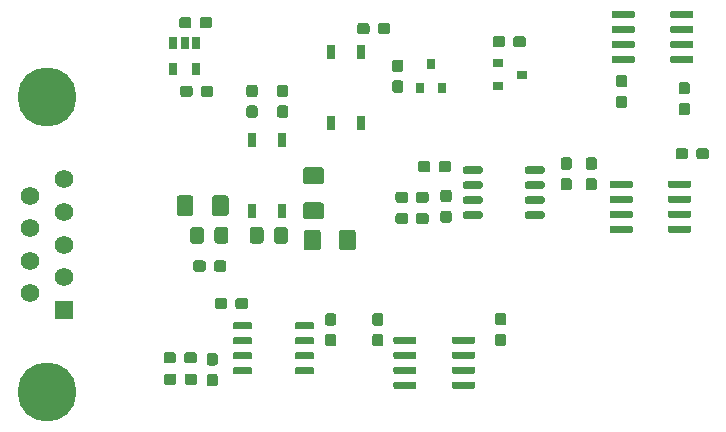
<source format=gtp>
G04 #@! TF.GenerationSoftware,KiCad,Pcbnew,(5.1.5-0)*
G04 #@! TF.CreationDate,2021-10-28T15:17:10-06:00*
G04 #@! TF.ProjectId,square_lockin,73717561-7265-45f6-9c6f-636b696e2e6b,rev?*
G04 #@! TF.SameCoordinates,Original*
G04 #@! TF.FileFunction,Paste,Top*
G04 #@! TF.FilePolarity,Positive*
%FSLAX46Y46*%
G04 Gerber Fmt 4.6, Leading zero omitted, Abs format (unit mm)*
G04 Created by KiCad (PCBNEW (5.1.5-0)) date 2021-10-28 15:17:10*
%MOMM*%
%LPD*%
G04 APERTURE LIST*
%ADD10C,0.100000*%
%ADD11C,5.000000*%
%ADD12C,1.575000*%
%ADD13R,1.575000X1.575000*%
%ADD14R,0.800000X1.200000*%
%ADD15R,0.650000X1.060000*%
%ADD16R,0.800000X0.900000*%
%ADD17R,0.900000X0.800000*%
G04 APERTURE END LIST*
D10*
G36*
X134849505Y-82101204D02*
G01*
X134873773Y-82104804D01*
X134897572Y-82110765D01*
X134920671Y-82119030D01*
X134942850Y-82129520D01*
X134963893Y-82142132D01*
X134983599Y-82156747D01*
X135001777Y-82173223D01*
X135018253Y-82191401D01*
X135032868Y-82211107D01*
X135045480Y-82232150D01*
X135055970Y-82254329D01*
X135064235Y-82277428D01*
X135070196Y-82301227D01*
X135073796Y-82325495D01*
X135075000Y-82349999D01*
X135075000Y-83250001D01*
X135073796Y-83274505D01*
X135070196Y-83298773D01*
X135064235Y-83322572D01*
X135055970Y-83345671D01*
X135045480Y-83367850D01*
X135032868Y-83388893D01*
X135018253Y-83408599D01*
X135001777Y-83426777D01*
X134983599Y-83443253D01*
X134963893Y-83457868D01*
X134942850Y-83470480D01*
X134920671Y-83480970D01*
X134897572Y-83489235D01*
X134873773Y-83495196D01*
X134849505Y-83498796D01*
X134825001Y-83500000D01*
X134174999Y-83500000D01*
X134150495Y-83498796D01*
X134126227Y-83495196D01*
X134102428Y-83489235D01*
X134079329Y-83480970D01*
X134057150Y-83470480D01*
X134036107Y-83457868D01*
X134016401Y-83443253D01*
X133998223Y-83426777D01*
X133981747Y-83408599D01*
X133967132Y-83388893D01*
X133954520Y-83367850D01*
X133944030Y-83345671D01*
X133935765Y-83322572D01*
X133929804Y-83298773D01*
X133926204Y-83274505D01*
X133925000Y-83250001D01*
X133925000Y-82349999D01*
X133926204Y-82325495D01*
X133929804Y-82301227D01*
X133935765Y-82277428D01*
X133944030Y-82254329D01*
X133954520Y-82232150D01*
X133967132Y-82211107D01*
X133981747Y-82191401D01*
X133998223Y-82173223D01*
X134016401Y-82156747D01*
X134036107Y-82142132D01*
X134057150Y-82129520D01*
X134079329Y-82119030D01*
X134102428Y-82110765D01*
X134126227Y-82104804D01*
X134150495Y-82101204D01*
X134174999Y-82100000D01*
X134825001Y-82100000D01*
X134849505Y-82101204D01*
G37*
G36*
X136899505Y-82101204D02*
G01*
X136923773Y-82104804D01*
X136947572Y-82110765D01*
X136970671Y-82119030D01*
X136992850Y-82129520D01*
X137013893Y-82142132D01*
X137033599Y-82156747D01*
X137051777Y-82173223D01*
X137068253Y-82191401D01*
X137082868Y-82211107D01*
X137095480Y-82232150D01*
X137105970Y-82254329D01*
X137114235Y-82277428D01*
X137120196Y-82301227D01*
X137123796Y-82325495D01*
X137125000Y-82349999D01*
X137125000Y-83250001D01*
X137123796Y-83274505D01*
X137120196Y-83298773D01*
X137114235Y-83322572D01*
X137105970Y-83345671D01*
X137095480Y-83367850D01*
X137082868Y-83388893D01*
X137068253Y-83408599D01*
X137051777Y-83426777D01*
X137033599Y-83443253D01*
X137013893Y-83457868D01*
X136992850Y-83470480D01*
X136970671Y-83480970D01*
X136947572Y-83489235D01*
X136923773Y-83495196D01*
X136899505Y-83498796D01*
X136875001Y-83500000D01*
X136224999Y-83500000D01*
X136200495Y-83498796D01*
X136176227Y-83495196D01*
X136152428Y-83489235D01*
X136129329Y-83480970D01*
X136107150Y-83470480D01*
X136086107Y-83457868D01*
X136066401Y-83443253D01*
X136048223Y-83426777D01*
X136031747Y-83408599D01*
X136017132Y-83388893D01*
X136004520Y-83367850D01*
X135994030Y-83345671D01*
X135985765Y-83322572D01*
X135979804Y-83298773D01*
X135976204Y-83274505D01*
X135975000Y-83250001D01*
X135975000Y-82349999D01*
X135976204Y-82325495D01*
X135979804Y-82301227D01*
X135985765Y-82277428D01*
X135994030Y-82254329D01*
X136004520Y-82232150D01*
X136017132Y-82211107D01*
X136031747Y-82191401D01*
X136048223Y-82173223D01*
X136066401Y-82156747D01*
X136086107Y-82142132D01*
X136107150Y-82129520D01*
X136129329Y-82119030D01*
X136152428Y-82110765D01*
X136176227Y-82104804D01*
X136200495Y-82101204D01*
X136224999Y-82100000D01*
X136875001Y-82100000D01*
X136899505Y-82101204D01*
G37*
G36*
X129799505Y-82101204D02*
G01*
X129823773Y-82104804D01*
X129847572Y-82110765D01*
X129870671Y-82119030D01*
X129892850Y-82129520D01*
X129913893Y-82142132D01*
X129933599Y-82156747D01*
X129951777Y-82173223D01*
X129968253Y-82191401D01*
X129982868Y-82211107D01*
X129995480Y-82232150D01*
X130005970Y-82254329D01*
X130014235Y-82277428D01*
X130020196Y-82301227D01*
X130023796Y-82325495D01*
X130025000Y-82349999D01*
X130025000Y-83250001D01*
X130023796Y-83274505D01*
X130020196Y-83298773D01*
X130014235Y-83322572D01*
X130005970Y-83345671D01*
X129995480Y-83367850D01*
X129982868Y-83388893D01*
X129968253Y-83408599D01*
X129951777Y-83426777D01*
X129933599Y-83443253D01*
X129913893Y-83457868D01*
X129892850Y-83470480D01*
X129870671Y-83480970D01*
X129847572Y-83489235D01*
X129823773Y-83495196D01*
X129799505Y-83498796D01*
X129775001Y-83500000D01*
X129124999Y-83500000D01*
X129100495Y-83498796D01*
X129076227Y-83495196D01*
X129052428Y-83489235D01*
X129029329Y-83480970D01*
X129007150Y-83470480D01*
X128986107Y-83457868D01*
X128966401Y-83443253D01*
X128948223Y-83426777D01*
X128931747Y-83408599D01*
X128917132Y-83388893D01*
X128904520Y-83367850D01*
X128894030Y-83345671D01*
X128885765Y-83322572D01*
X128879804Y-83298773D01*
X128876204Y-83274505D01*
X128875000Y-83250001D01*
X128875000Y-82349999D01*
X128876204Y-82325495D01*
X128879804Y-82301227D01*
X128885765Y-82277428D01*
X128894030Y-82254329D01*
X128904520Y-82232150D01*
X128917132Y-82211107D01*
X128931747Y-82191401D01*
X128948223Y-82173223D01*
X128966401Y-82156747D01*
X128986107Y-82142132D01*
X129007150Y-82129520D01*
X129029329Y-82119030D01*
X129052428Y-82110765D01*
X129076227Y-82104804D01*
X129100495Y-82101204D01*
X129124999Y-82100000D01*
X129775001Y-82100000D01*
X129799505Y-82101204D01*
G37*
G36*
X131849505Y-82101204D02*
G01*
X131873773Y-82104804D01*
X131897572Y-82110765D01*
X131920671Y-82119030D01*
X131942850Y-82129520D01*
X131963893Y-82142132D01*
X131983599Y-82156747D01*
X132001777Y-82173223D01*
X132018253Y-82191401D01*
X132032868Y-82211107D01*
X132045480Y-82232150D01*
X132055970Y-82254329D01*
X132064235Y-82277428D01*
X132070196Y-82301227D01*
X132073796Y-82325495D01*
X132075000Y-82349999D01*
X132075000Y-83250001D01*
X132073796Y-83274505D01*
X132070196Y-83298773D01*
X132064235Y-83322572D01*
X132055970Y-83345671D01*
X132045480Y-83367850D01*
X132032868Y-83388893D01*
X132018253Y-83408599D01*
X132001777Y-83426777D01*
X131983599Y-83443253D01*
X131963893Y-83457868D01*
X131942850Y-83470480D01*
X131920671Y-83480970D01*
X131897572Y-83489235D01*
X131873773Y-83495196D01*
X131849505Y-83498796D01*
X131825001Y-83500000D01*
X131174999Y-83500000D01*
X131150495Y-83498796D01*
X131126227Y-83495196D01*
X131102428Y-83489235D01*
X131079329Y-83480970D01*
X131057150Y-83470480D01*
X131036107Y-83457868D01*
X131016401Y-83443253D01*
X130998223Y-83426777D01*
X130981747Y-83408599D01*
X130967132Y-83388893D01*
X130954520Y-83367850D01*
X130944030Y-83345671D01*
X130935765Y-83322572D01*
X130929804Y-83298773D01*
X130926204Y-83274505D01*
X130925000Y-83250001D01*
X130925000Y-82349999D01*
X130926204Y-82325495D01*
X130929804Y-82301227D01*
X130935765Y-82277428D01*
X130944030Y-82254329D01*
X130954520Y-82232150D01*
X130967132Y-82211107D01*
X130981747Y-82191401D01*
X130998223Y-82173223D01*
X131016401Y-82156747D01*
X131036107Y-82142132D01*
X131057150Y-82129520D01*
X131079329Y-82119030D01*
X131102428Y-82110765D01*
X131126227Y-82104804D01*
X131150495Y-82101204D01*
X131174999Y-82100000D01*
X131825001Y-82100000D01*
X131849505Y-82101204D01*
G37*
G36*
X131710779Y-84926144D02*
G01*
X131733834Y-84929563D01*
X131756443Y-84935227D01*
X131778387Y-84943079D01*
X131799457Y-84953044D01*
X131819448Y-84965026D01*
X131838168Y-84978910D01*
X131855438Y-84994562D01*
X131871090Y-85011832D01*
X131884974Y-85030552D01*
X131896956Y-85050543D01*
X131906921Y-85071613D01*
X131914773Y-85093557D01*
X131920437Y-85116166D01*
X131923856Y-85139221D01*
X131925000Y-85162500D01*
X131925000Y-85637500D01*
X131923856Y-85660779D01*
X131920437Y-85683834D01*
X131914773Y-85706443D01*
X131906921Y-85728387D01*
X131896956Y-85749457D01*
X131884974Y-85769448D01*
X131871090Y-85788168D01*
X131855438Y-85805438D01*
X131838168Y-85821090D01*
X131819448Y-85834974D01*
X131799457Y-85846956D01*
X131778387Y-85856921D01*
X131756443Y-85864773D01*
X131733834Y-85870437D01*
X131710779Y-85873856D01*
X131687500Y-85875000D01*
X131112500Y-85875000D01*
X131089221Y-85873856D01*
X131066166Y-85870437D01*
X131043557Y-85864773D01*
X131021613Y-85856921D01*
X131000543Y-85846956D01*
X130980552Y-85834974D01*
X130961832Y-85821090D01*
X130944562Y-85805438D01*
X130928910Y-85788168D01*
X130915026Y-85769448D01*
X130903044Y-85749457D01*
X130893079Y-85728387D01*
X130885227Y-85706443D01*
X130879563Y-85683834D01*
X130876144Y-85660779D01*
X130875000Y-85637500D01*
X130875000Y-85162500D01*
X130876144Y-85139221D01*
X130879563Y-85116166D01*
X130885227Y-85093557D01*
X130893079Y-85071613D01*
X130903044Y-85050543D01*
X130915026Y-85030552D01*
X130928910Y-85011832D01*
X130944562Y-84994562D01*
X130961832Y-84978910D01*
X130980552Y-84965026D01*
X131000543Y-84953044D01*
X131021613Y-84943079D01*
X131043557Y-84935227D01*
X131066166Y-84929563D01*
X131089221Y-84926144D01*
X131112500Y-84925000D01*
X131687500Y-84925000D01*
X131710779Y-84926144D01*
G37*
G36*
X129960779Y-84926144D02*
G01*
X129983834Y-84929563D01*
X130006443Y-84935227D01*
X130028387Y-84943079D01*
X130049457Y-84953044D01*
X130069448Y-84965026D01*
X130088168Y-84978910D01*
X130105438Y-84994562D01*
X130121090Y-85011832D01*
X130134974Y-85030552D01*
X130146956Y-85050543D01*
X130156921Y-85071613D01*
X130164773Y-85093557D01*
X130170437Y-85116166D01*
X130173856Y-85139221D01*
X130175000Y-85162500D01*
X130175000Y-85637500D01*
X130173856Y-85660779D01*
X130170437Y-85683834D01*
X130164773Y-85706443D01*
X130156921Y-85728387D01*
X130146956Y-85749457D01*
X130134974Y-85769448D01*
X130121090Y-85788168D01*
X130105438Y-85805438D01*
X130088168Y-85821090D01*
X130069448Y-85834974D01*
X130049457Y-85846956D01*
X130028387Y-85856921D01*
X130006443Y-85864773D01*
X129983834Y-85870437D01*
X129960779Y-85873856D01*
X129937500Y-85875000D01*
X129362500Y-85875000D01*
X129339221Y-85873856D01*
X129316166Y-85870437D01*
X129293557Y-85864773D01*
X129271613Y-85856921D01*
X129250543Y-85846956D01*
X129230552Y-85834974D01*
X129211832Y-85821090D01*
X129194562Y-85805438D01*
X129178910Y-85788168D01*
X129165026Y-85769448D01*
X129153044Y-85749457D01*
X129143079Y-85728387D01*
X129135227Y-85706443D01*
X129129563Y-85683834D01*
X129126144Y-85660779D01*
X129125000Y-85637500D01*
X129125000Y-85162500D01*
X129126144Y-85139221D01*
X129129563Y-85116166D01*
X129135227Y-85093557D01*
X129143079Y-85071613D01*
X129153044Y-85050543D01*
X129165026Y-85030552D01*
X129178910Y-85011832D01*
X129194562Y-84994562D01*
X129211832Y-84978910D01*
X129230552Y-84965026D01*
X129250543Y-84953044D01*
X129271613Y-84943079D01*
X129293557Y-84935227D01*
X129316166Y-84929563D01*
X129339221Y-84926144D01*
X129362500Y-84925000D01*
X129937500Y-84925000D01*
X129960779Y-84926144D01*
G37*
D11*
X116730000Y-96080000D03*
D12*
X115310000Y-79440000D03*
X115310000Y-82200000D03*
X115310000Y-84960000D03*
X115310000Y-87720000D03*
X118150000Y-78060000D03*
X118150000Y-80820000D03*
X118150000Y-86340000D03*
D13*
X118150000Y-89100000D03*
D11*
X116730000Y-71080000D03*
D12*
X118150000Y-83580000D03*
D14*
X140830000Y-73300000D03*
X140830000Y-67300000D03*
X143370000Y-67300000D03*
X143370000Y-73300000D03*
D10*
G36*
X145010779Y-91151144D02*
G01*
X145033834Y-91154563D01*
X145056443Y-91160227D01*
X145078387Y-91168079D01*
X145099457Y-91178044D01*
X145119448Y-91190026D01*
X145138168Y-91203910D01*
X145155438Y-91219562D01*
X145171090Y-91236832D01*
X145184974Y-91255552D01*
X145196956Y-91275543D01*
X145206921Y-91296613D01*
X145214773Y-91318557D01*
X145220437Y-91341166D01*
X145223856Y-91364221D01*
X145225000Y-91387500D01*
X145225000Y-91962500D01*
X145223856Y-91985779D01*
X145220437Y-92008834D01*
X145214773Y-92031443D01*
X145206921Y-92053387D01*
X145196956Y-92074457D01*
X145184974Y-92094448D01*
X145171090Y-92113168D01*
X145155438Y-92130438D01*
X145138168Y-92146090D01*
X145119448Y-92159974D01*
X145099457Y-92171956D01*
X145078387Y-92181921D01*
X145056443Y-92189773D01*
X145033834Y-92195437D01*
X145010779Y-92198856D01*
X144987500Y-92200000D01*
X144512500Y-92200000D01*
X144489221Y-92198856D01*
X144466166Y-92195437D01*
X144443557Y-92189773D01*
X144421613Y-92181921D01*
X144400543Y-92171956D01*
X144380552Y-92159974D01*
X144361832Y-92146090D01*
X144344562Y-92130438D01*
X144328910Y-92113168D01*
X144315026Y-92094448D01*
X144303044Y-92074457D01*
X144293079Y-92053387D01*
X144285227Y-92031443D01*
X144279563Y-92008834D01*
X144276144Y-91985779D01*
X144275000Y-91962500D01*
X144275000Y-91387500D01*
X144276144Y-91364221D01*
X144279563Y-91341166D01*
X144285227Y-91318557D01*
X144293079Y-91296613D01*
X144303044Y-91275543D01*
X144315026Y-91255552D01*
X144328910Y-91236832D01*
X144344562Y-91219562D01*
X144361832Y-91203910D01*
X144380552Y-91190026D01*
X144400543Y-91178044D01*
X144421613Y-91168079D01*
X144443557Y-91160227D01*
X144466166Y-91154563D01*
X144489221Y-91151144D01*
X144512500Y-91150000D01*
X144987500Y-91150000D01*
X145010779Y-91151144D01*
G37*
G36*
X145010779Y-89401144D02*
G01*
X145033834Y-89404563D01*
X145056443Y-89410227D01*
X145078387Y-89418079D01*
X145099457Y-89428044D01*
X145119448Y-89440026D01*
X145138168Y-89453910D01*
X145155438Y-89469562D01*
X145171090Y-89486832D01*
X145184974Y-89505552D01*
X145196956Y-89525543D01*
X145206921Y-89546613D01*
X145214773Y-89568557D01*
X145220437Y-89591166D01*
X145223856Y-89614221D01*
X145225000Y-89637500D01*
X145225000Y-90212500D01*
X145223856Y-90235779D01*
X145220437Y-90258834D01*
X145214773Y-90281443D01*
X145206921Y-90303387D01*
X145196956Y-90324457D01*
X145184974Y-90344448D01*
X145171090Y-90363168D01*
X145155438Y-90380438D01*
X145138168Y-90396090D01*
X145119448Y-90409974D01*
X145099457Y-90421956D01*
X145078387Y-90431921D01*
X145056443Y-90439773D01*
X145033834Y-90445437D01*
X145010779Y-90448856D01*
X144987500Y-90450000D01*
X144512500Y-90450000D01*
X144489221Y-90448856D01*
X144466166Y-90445437D01*
X144443557Y-90439773D01*
X144421613Y-90431921D01*
X144400543Y-90421956D01*
X144380552Y-90409974D01*
X144361832Y-90396090D01*
X144344562Y-90380438D01*
X144328910Y-90363168D01*
X144315026Y-90344448D01*
X144303044Y-90324457D01*
X144293079Y-90303387D01*
X144285227Y-90281443D01*
X144279563Y-90258834D01*
X144276144Y-90235779D01*
X144275000Y-90212500D01*
X144275000Y-89637500D01*
X144276144Y-89614221D01*
X144279563Y-89591166D01*
X144285227Y-89568557D01*
X144293079Y-89546613D01*
X144303044Y-89525543D01*
X144315026Y-89505552D01*
X144328910Y-89486832D01*
X144344562Y-89469562D01*
X144361832Y-89453910D01*
X144380552Y-89440026D01*
X144400543Y-89428044D01*
X144421613Y-89418079D01*
X144443557Y-89410227D01*
X144466166Y-89404563D01*
X144489221Y-89401144D01*
X144512500Y-89400000D01*
X144987500Y-89400000D01*
X145010779Y-89401144D01*
G37*
G36*
X139239703Y-90170722D02*
G01*
X139254264Y-90172882D01*
X139268543Y-90176459D01*
X139282403Y-90181418D01*
X139295710Y-90187712D01*
X139308336Y-90195280D01*
X139320159Y-90204048D01*
X139331066Y-90213934D01*
X139340952Y-90224841D01*
X139349720Y-90236664D01*
X139357288Y-90249290D01*
X139363582Y-90262597D01*
X139368541Y-90276457D01*
X139372118Y-90290736D01*
X139374278Y-90305297D01*
X139375000Y-90320000D01*
X139375000Y-90620000D01*
X139374278Y-90634703D01*
X139372118Y-90649264D01*
X139368541Y-90663543D01*
X139363582Y-90677403D01*
X139357288Y-90690710D01*
X139349720Y-90703336D01*
X139340952Y-90715159D01*
X139331066Y-90726066D01*
X139320159Y-90735952D01*
X139308336Y-90744720D01*
X139295710Y-90752288D01*
X139282403Y-90758582D01*
X139268543Y-90763541D01*
X139254264Y-90767118D01*
X139239703Y-90769278D01*
X139225000Y-90770000D01*
X137875000Y-90770000D01*
X137860297Y-90769278D01*
X137845736Y-90767118D01*
X137831457Y-90763541D01*
X137817597Y-90758582D01*
X137804290Y-90752288D01*
X137791664Y-90744720D01*
X137779841Y-90735952D01*
X137768934Y-90726066D01*
X137759048Y-90715159D01*
X137750280Y-90703336D01*
X137742712Y-90690710D01*
X137736418Y-90677403D01*
X137731459Y-90663543D01*
X137727882Y-90649264D01*
X137725722Y-90634703D01*
X137725000Y-90620000D01*
X137725000Y-90320000D01*
X137725722Y-90305297D01*
X137727882Y-90290736D01*
X137731459Y-90276457D01*
X137736418Y-90262597D01*
X137742712Y-90249290D01*
X137750280Y-90236664D01*
X137759048Y-90224841D01*
X137768934Y-90213934D01*
X137779841Y-90204048D01*
X137791664Y-90195280D01*
X137804290Y-90187712D01*
X137817597Y-90181418D01*
X137831457Y-90176459D01*
X137845736Y-90172882D01*
X137860297Y-90170722D01*
X137875000Y-90170000D01*
X139225000Y-90170000D01*
X139239703Y-90170722D01*
G37*
G36*
X139239703Y-91440722D02*
G01*
X139254264Y-91442882D01*
X139268543Y-91446459D01*
X139282403Y-91451418D01*
X139295710Y-91457712D01*
X139308336Y-91465280D01*
X139320159Y-91474048D01*
X139331066Y-91483934D01*
X139340952Y-91494841D01*
X139349720Y-91506664D01*
X139357288Y-91519290D01*
X139363582Y-91532597D01*
X139368541Y-91546457D01*
X139372118Y-91560736D01*
X139374278Y-91575297D01*
X139375000Y-91590000D01*
X139375000Y-91890000D01*
X139374278Y-91904703D01*
X139372118Y-91919264D01*
X139368541Y-91933543D01*
X139363582Y-91947403D01*
X139357288Y-91960710D01*
X139349720Y-91973336D01*
X139340952Y-91985159D01*
X139331066Y-91996066D01*
X139320159Y-92005952D01*
X139308336Y-92014720D01*
X139295710Y-92022288D01*
X139282403Y-92028582D01*
X139268543Y-92033541D01*
X139254264Y-92037118D01*
X139239703Y-92039278D01*
X139225000Y-92040000D01*
X137875000Y-92040000D01*
X137860297Y-92039278D01*
X137845736Y-92037118D01*
X137831457Y-92033541D01*
X137817597Y-92028582D01*
X137804290Y-92022288D01*
X137791664Y-92014720D01*
X137779841Y-92005952D01*
X137768934Y-91996066D01*
X137759048Y-91985159D01*
X137750280Y-91973336D01*
X137742712Y-91960710D01*
X137736418Y-91947403D01*
X137731459Y-91933543D01*
X137727882Y-91919264D01*
X137725722Y-91904703D01*
X137725000Y-91890000D01*
X137725000Y-91590000D01*
X137725722Y-91575297D01*
X137727882Y-91560736D01*
X137731459Y-91546457D01*
X137736418Y-91532597D01*
X137742712Y-91519290D01*
X137750280Y-91506664D01*
X137759048Y-91494841D01*
X137768934Y-91483934D01*
X137779841Y-91474048D01*
X137791664Y-91465280D01*
X137804290Y-91457712D01*
X137817597Y-91451418D01*
X137831457Y-91446459D01*
X137845736Y-91442882D01*
X137860297Y-91440722D01*
X137875000Y-91440000D01*
X139225000Y-91440000D01*
X139239703Y-91440722D01*
G37*
G36*
X139239703Y-92710722D02*
G01*
X139254264Y-92712882D01*
X139268543Y-92716459D01*
X139282403Y-92721418D01*
X139295710Y-92727712D01*
X139308336Y-92735280D01*
X139320159Y-92744048D01*
X139331066Y-92753934D01*
X139340952Y-92764841D01*
X139349720Y-92776664D01*
X139357288Y-92789290D01*
X139363582Y-92802597D01*
X139368541Y-92816457D01*
X139372118Y-92830736D01*
X139374278Y-92845297D01*
X139375000Y-92860000D01*
X139375000Y-93160000D01*
X139374278Y-93174703D01*
X139372118Y-93189264D01*
X139368541Y-93203543D01*
X139363582Y-93217403D01*
X139357288Y-93230710D01*
X139349720Y-93243336D01*
X139340952Y-93255159D01*
X139331066Y-93266066D01*
X139320159Y-93275952D01*
X139308336Y-93284720D01*
X139295710Y-93292288D01*
X139282403Y-93298582D01*
X139268543Y-93303541D01*
X139254264Y-93307118D01*
X139239703Y-93309278D01*
X139225000Y-93310000D01*
X137875000Y-93310000D01*
X137860297Y-93309278D01*
X137845736Y-93307118D01*
X137831457Y-93303541D01*
X137817597Y-93298582D01*
X137804290Y-93292288D01*
X137791664Y-93284720D01*
X137779841Y-93275952D01*
X137768934Y-93266066D01*
X137759048Y-93255159D01*
X137750280Y-93243336D01*
X137742712Y-93230710D01*
X137736418Y-93217403D01*
X137731459Y-93203543D01*
X137727882Y-93189264D01*
X137725722Y-93174703D01*
X137725000Y-93160000D01*
X137725000Y-92860000D01*
X137725722Y-92845297D01*
X137727882Y-92830736D01*
X137731459Y-92816457D01*
X137736418Y-92802597D01*
X137742712Y-92789290D01*
X137750280Y-92776664D01*
X137759048Y-92764841D01*
X137768934Y-92753934D01*
X137779841Y-92744048D01*
X137791664Y-92735280D01*
X137804290Y-92727712D01*
X137817597Y-92721418D01*
X137831457Y-92716459D01*
X137845736Y-92712882D01*
X137860297Y-92710722D01*
X137875000Y-92710000D01*
X139225000Y-92710000D01*
X139239703Y-92710722D01*
G37*
G36*
X139239703Y-93980722D02*
G01*
X139254264Y-93982882D01*
X139268543Y-93986459D01*
X139282403Y-93991418D01*
X139295710Y-93997712D01*
X139308336Y-94005280D01*
X139320159Y-94014048D01*
X139331066Y-94023934D01*
X139340952Y-94034841D01*
X139349720Y-94046664D01*
X139357288Y-94059290D01*
X139363582Y-94072597D01*
X139368541Y-94086457D01*
X139372118Y-94100736D01*
X139374278Y-94115297D01*
X139375000Y-94130000D01*
X139375000Y-94430000D01*
X139374278Y-94444703D01*
X139372118Y-94459264D01*
X139368541Y-94473543D01*
X139363582Y-94487403D01*
X139357288Y-94500710D01*
X139349720Y-94513336D01*
X139340952Y-94525159D01*
X139331066Y-94536066D01*
X139320159Y-94545952D01*
X139308336Y-94554720D01*
X139295710Y-94562288D01*
X139282403Y-94568582D01*
X139268543Y-94573541D01*
X139254264Y-94577118D01*
X139239703Y-94579278D01*
X139225000Y-94580000D01*
X137875000Y-94580000D01*
X137860297Y-94579278D01*
X137845736Y-94577118D01*
X137831457Y-94573541D01*
X137817597Y-94568582D01*
X137804290Y-94562288D01*
X137791664Y-94554720D01*
X137779841Y-94545952D01*
X137768934Y-94536066D01*
X137759048Y-94525159D01*
X137750280Y-94513336D01*
X137742712Y-94500710D01*
X137736418Y-94487403D01*
X137731459Y-94473543D01*
X137727882Y-94459264D01*
X137725722Y-94444703D01*
X137725000Y-94430000D01*
X137725000Y-94130000D01*
X137725722Y-94115297D01*
X137727882Y-94100736D01*
X137731459Y-94086457D01*
X137736418Y-94072597D01*
X137742712Y-94059290D01*
X137750280Y-94046664D01*
X137759048Y-94034841D01*
X137768934Y-94023934D01*
X137779841Y-94014048D01*
X137791664Y-94005280D01*
X137804290Y-93997712D01*
X137817597Y-93991418D01*
X137831457Y-93986459D01*
X137845736Y-93982882D01*
X137860297Y-93980722D01*
X137875000Y-93980000D01*
X139225000Y-93980000D01*
X139239703Y-93980722D01*
G37*
G36*
X133989703Y-93980722D02*
G01*
X134004264Y-93982882D01*
X134018543Y-93986459D01*
X134032403Y-93991418D01*
X134045710Y-93997712D01*
X134058336Y-94005280D01*
X134070159Y-94014048D01*
X134081066Y-94023934D01*
X134090952Y-94034841D01*
X134099720Y-94046664D01*
X134107288Y-94059290D01*
X134113582Y-94072597D01*
X134118541Y-94086457D01*
X134122118Y-94100736D01*
X134124278Y-94115297D01*
X134125000Y-94130000D01*
X134125000Y-94430000D01*
X134124278Y-94444703D01*
X134122118Y-94459264D01*
X134118541Y-94473543D01*
X134113582Y-94487403D01*
X134107288Y-94500710D01*
X134099720Y-94513336D01*
X134090952Y-94525159D01*
X134081066Y-94536066D01*
X134070159Y-94545952D01*
X134058336Y-94554720D01*
X134045710Y-94562288D01*
X134032403Y-94568582D01*
X134018543Y-94573541D01*
X134004264Y-94577118D01*
X133989703Y-94579278D01*
X133975000Y-94580000D01*
X132625000Y-94580000D01*
X132610297Y-94579278D01*
X132595736Y-94577118D01*
X132581457Y-94573541D01*
X132567597Y-94568582D01*
X132554290Y-94562288D01*
X132541664Y-94554720D01*
X132529841Y-94545952D01*
X132518934Y-94536066D01*
X132509048Y-94525159D01*
X132500280Y-94513336D01*
X132492712Y-94500710D01*
X132486418Y-94487403D01*
X132481459Y-94473543D01*
X132477882Y-94459264D01*
X132475722Y-94444703D01*
X132475000Y-94430000D01*
X132475000Y-94130000D01*
X132475722Y-94115297D01*
X132477882Y-94100736D01*
X132481459Y-94086457D01*
X132486418Y-94072597D01*
X132492712Y-94059290D01*
X132500280Y-94046664D01*
X132509048Y-94034841D01*
X132518934Y-94023934D01*
X132529841Y-94014048D01*
X132541664Y-94005280D01*
X132554290Y-93997712D01*
X132567597Y-93991418D01*
X132581457Y-93986459D01*
X132595736Y-93982882D01*
X132610297Y-93980722D01*
X132625000Y-93980000D01*
X133975000Y-93980000D01*
X133989703Y-93980722D01*
G37*
G36*
X133989703Y-92710722D02*
G01*
X134004264Y-92712882D01*
X134018543Y-92716459D01*
X134032403Y-92721418D01*
X134045710Y-92727712D01*
X134058336Y-92735280D01*
X134070159Y-92744048D01*
X134081066Y-92753934D01*
X134090952Y-92764841D01*
X134099720Y-92776664D01*
X134107288Y-92789290D01*
X134113582Y-92802597D01*
X134118541Y-92816457D01*
X134122118Y-92830736D01*
X134124278Y-92845297D01*
X134125000Y-92860000D01*
X134125000Y-93160000D01*
X134124278Y-93174703D01*
X134122118Y-93189264D01*
X134118541Y-93203543D01*
X134113582Y-93217403D01*
X134107288Y-93230710D01*
X134099720Y-93243336D01*
X134090952Y-93255159D01*
X134081066Y-93266066D01*
X134070159Y-93275952D01*
X134058336Y-93284720D01*
X134045710Y-93292288D01*
X134032403Y-93298582D01*
X134018543Y-93303541D01*
X134004264Y-93307118D01*
X133989703Y-93309278D01*
X133975000Y-93310000D01*
X132625000Y-93310000D01*
X132610297Y-93309278D01*
X132595736Y-93307118D01*
X132581457Y-93303541D01*
X132567597Y-93298582D01*
X132554290Y-93292288D01*
X132541664Y-93284720D01*
X132529841Y-93275952D01*
X132518934Y-93266066D01*
X132509048Y-93255159D01*
X132500280Y-93243336D01*
X132492712Y-93230710D01*
X132486418Y-93217403D01*
X132481459Y-93203543D01*
X132477882Y-93189264D01*
X132475722Y-93174703D01*
X132475000Y-93160000D01*
X132475000Y-92860000D01*
X132475722Y-92845297D01*
X132477882Y-92830736D01*
X132481459Y-92816457D01*
X132486418Y-92802597D01*
X132492712Y-92789290D01*
X132500280Y-92776664D01*
X132509048Y-92764841D01*
X132518934Y-92753934D01*
X132529841Y-92744048D01*
X132541664Y-92735280D01*
X132554290Y-92727712D01*
X132567597Y-92721418D01*
X132581457Y-92716459D01*
X132595736Y-92712882D01*
X132610297Y-92710722D01*
X132625000Y-92710000D01*
X133975000Y-92710000D01*
X133989703Y-92710722D01*
G37*
G36*
X133989703Y-91440722D02*
G01*
X134004264Y-91442882D01*
X134018543Y-91446459D01*
X134032403Y-91451418D01*
X134045710Y-91457712D01*
X134058336Y-91465280D01*
X134070159Y-91474048D01*
X134081066Y-91483934D01*
X134090952Y-91494841D01*
X134099720Y-91506664D01*
X134107288Y-91519290D01*
X134113582Y-91532597D01*
X134118541Y-91546457D01*
X134122118Y-91560736D01*
X134124278Y-91575297D01*
X134125000Y-91590000D01*
X134125000Y-91890000D01*
X134124278Y-91904703D01*
X134122118Y-91919264D01*
X134118541Y-91933543D01*
X134113582Y-91947403D01*
X134107288Y-91960710D01*
X134099720Y-91973336D01*
X134090952Y-91985159D01*
X134081066Y-91996066D01*
X134070159Y-92005952D01*
X134058336Y-92014720D01*
X134045710Y-92022288D01*
X134032403Y-92028582D01*
X134018543Y-92033541D01*
X134004264Y-92037118D01*
X133989703Y-92039278D01*
X133975000Y-92040000D01*
X132625000Y-92040000D01*
X132610297Y-92039278D01*
X132595736Y-92037118D01*
X132581457Y-92033541D01*
X132567597Y-92028582D01*
X132554290Y-92022288D01*
X132541664Y-92014720D01*
X132529841Y-92005952D01*
X132518934Y-91996066D01*
X132509048Y-91985159D01*
X132500280Y-91973336D01*
X132492712Y-91960710D01*
X132486418Y-91947403D01*
X132481459Y-91933543D01*
X132477882Y-91919264D01*
X132475722Y-91904703D01*
X132475000Y-91890000D01*
X132475000Y-91590000D01*
X132475722Y-91575297D01*
X132477882Y-91560736D01*
X132481459Y-91546457D01*
X132486418Y-91532597D01*
X132492712Y-91519290D01*
X132500280Y-91506664D01*
X132509048Y-91494841D01*
X132518934Y-91483934D01*
X132529841Y-91474048D01*
X132541664Y-91465280D01*
X132554290Y-91457712D01*
X132567597Y-91451418D01*
X132581457Y-91446459D01*
X132595736Y-91442882D01*
X132610297Y-91440722D01*
X132625000Y-91440000D01*
X133975000Y-91440000D01*
X133989703Y-91440722D01*
G37*
G36*
X133989703Y-90170722D02*
G01*
X134004264Y-90172882D01*
X134018543Y-90176459D01*
X134032403Y-90181418D01*
X134045710Y-90187712D01*
X134058336Y-90195280D01*
X134070159Y-90204048D01*
X134081066Y-90213934D01*
X134090952Y-90224841D01*
X134099720Y-90236664D01*
X134107288Y-90249290D01*
X134113582Y-90262597D01*
X134118541Y-90276457D01*
X134122118Y-90290736D01*
X134124278Y-90305297D01*
X134125000Y-90320000D01*
X134125000Y-90620000D01*
X134124278Y-90634703D01*
X134122118Y-90649264D01*
X134118541Y-90663543D01*
X134113582Y-90677403D01*
X134107288Y-90690710D01*
X134099720Y-90703336D01*
X134090952Y-90715159D01*
X134081066Y-90726066D01*
X134070159Y-90735952D01*
X134058336Y-90744720D01*
X134045710Y-90752288D01*
X134032403Y-90758582D01*
X134018543Y-90763541D01*
X134004264Y-90767118D01*
X133989703Y-90769278D01*
X133975000Y-90770000D01*
X132625000Y-90770000D01*
X132610297Y-90769278D01*
X132595736Y-90767118D01*
X132581457Y-90763541D01*
X132567597Y-90758582D01*
X132554290Y-90752288D01*
X132541664Y-90744720D01*
X132529841Y-90735952D01*
X132518934Y-90726066D01*
X132509048Y-90715159D01*
X132500280Y-90703336D01*
X132492712Y-90690710D01*
X132486418Y-90677403D01*
X132481459Y-90663543D01*
X132477882Y-90649264D01*
X132475722Y-90634703D01*
X132475000Y-90620000D01*
X132475000Y-90320000D01*
X132475722Y-90305297D01*
X132477882Y-90290736D01*
X132481459Y-90276457D01*
X132486418Y-90262597D01*
X132492712Y-90249290D01*
X132500280Y-90236664D01*
X132509048Y-90224841D01*
X132518934Y-90213934D01*
X132529841Y-90204048D01*
X132541664Y-90195280D01*
X132554290Y-90187712D01*
X132567597Y-90181418D01*
X132581457Y-90176459D01*
X132595736Y-90172882D01*
X132610297Y-90170722D01*
X132625000Y-90170000D01*
X133975000Y-90170000D01*
X133989703Y-90170722D01*
G37*
G36*
X160960779Y-77951144D02*
G01*
X160983834Y-77954563D01*
X161006443Y-77960227D01*
X161028387Y-77968079D01*
X161049457Y-77978044D01*
X161069448Y-77990026D01*
X161088168Y-78003910D01*
X161105438Y-78019562D01*
X161121090Y-78036832D01*
X161134974Y-78055552D01*
X161146956Y-78075543D01*
X161156921Y-78096613D01*
X161164773Y-78118557D01*
X161170437Y-78141166D01*
X161173856Y-78164221D01*
X161175000Y-78187500D01*
X161175000Y-78762500D01*
X161173856Y-78785779D01*
X161170437Y-78808834D01*
X161164773Y-78831443D01*
X161156921Y-78853387D01*
X161146956Y-78874457D01*
X161134974Y-78894448D01*
X161121090Y-78913168D01*
X161105438Y-78930438D01*
X161088168Y-78946090D01*
X161069448Y-78959974D01*
X161049457Y-78971956D01*
X161028387Y-78981921D01*
X161006443Y-78989773D01*
X160983834Y-78995437D01*
X160960779Y-78998856D01*
X160937500Y-79000000D01*
X160462500Y-79000000D01*
X160439221Y-78998856D01*
X160416166Y-78995437D01*
X160393557Y-78989773D01*
X160371613Y-78981921D01*
X160350543Y-78971956D01*
X160330552Y-78959974D01*
X160311832Y-78946090D01*
X160294562Y-78930438D01*
X160278910Y-78913168D01*
X160265026Y-78894448D01*
X160253044Y-78874457D01*
X160243079Y-78853387D01*
X160235227Y-78831443D01*
X160229563Y-78808834D01*
X160226144Y-78785779D01*
X160225000Y-78762500D01*
X160225000Y-78187500D01*
X160226144Y-78164221D01*
X160229563Y-78141166D01*
X160235227Y-78118557D01*
X160243079Y-78096613D01*
X160253044Y-78075543D01*
X160265026Y-78055552D01*
X160278910Y-78036832D01*
X160294562Y-78019562D01*
X160311832Y-78003910D01*
X160330552Y-77990026D01*
X160350543Y-77978044D01*
X160371613Y-77968079D01*
X160393557Y-77960227D01*
X160416166Y-77954563D01*
X160439221Y-77951144D01*
X160462500Y-77950000D01*
X160937500Y-77950000D01*
X160960779Y-77951144D01*
G37*
G36*
X160960779Y-76201144D02*
G01*
X160983834Y-76204563D01*
X161006443Y-76210227D01*
X161028387Y-76218079D01*
X161049457Y-76228044D01*
X161069448Y-76240026D01*
X161088168Y-76253910D01*
X161105438Y-76269562D01*
X161121090Y-76286832D01*
X161134974Y-76305552D01*
X161146956Y-76325543D01*
X161156921Y-76346613D01*
X161164773Y-76368557D01*
X161170437Y-76391166D01*
X161173856Y-76414221D01*
X161175000Y-76437500D01*
X161175000Y-77012500D01*
X161173856Y-77035779D01*
X161170437Y-77058834D01*
X161164773Y-77081443D01*
X161156921Y-77103387D01*
X161146956Y-77124457D01*
X161134974Y-77144448D01*
X161121090Y-77163168D01*
X161105438Y-77180438D01*
X161088168Y-77196090D01*
X161069448Y-77209974D01*
X161049457Y-77221956D01*
X161028387Y-77231921D01*
X161006443Y-77239773D01*
X160983834Y-77245437D01*
X160960779Y-77248856D01*
X160937500Y-77250000D01*
X160462500Y-77250000D01*
X160439221Y-77248856D01*
X160416166Y-77245437D01*
X160393557Y-77239773D01*
X160371613Y-77231921D01*
X160350543Y-77221956D01*
X160330552Y-77209974D01*
X160311832Y-77196090D01*
X160294562Y-77180438D01*
X160278910Y-77163168D01*
X160265026Y-77144448D01*
X160253044Y-77124457D01*
X160243079Y-77103387D01*
X160235227Y-77081443D01*
X160229563Y-77058834D01*
X160226144Y-77035779D01*
X160225000Y-77012500D01*
X160225000Y-76437500D01*
X160226144Y-76414221D01*
X160229563Y-76391166D01*
X160235227Y-76368557D01*
X160243079Y-76346613D01*
X160253044Y-76325543D01*
X160265026Y-76305552D01*
X160278910Y-76286832D01*
X160294562Y-76269562D01*
X160311832Y-76253910D01*
X160330552Y-76240026D01*
X160350543Y-76228044D01*
X160371613Y-76218079D01*
X160393557Y-76210227D01*
X160416166Y-76204563D01*
X160439221Y-76201144D01*
X160462500Y-76200000D01*
X160937500Y-76200000D01*
X160960779Y-76201144D01*
G37*
G36*
X152839703Y-91370722D02*
G01*
X152854264Y-91372882D01*
X152868543Y-91376459D01*
X152882403Y-91381418D01*
X152895710Y-91387712D01*
X152908336Y-91395280D01*
X152920159Y-91404048D01*
X152931066Y-91413934D01*
X152940952Y-91424841D01*
X152949720Y-91436664D01*
X152957288Y-91449290D01*
X152963582Y-91462597D01*
X152968541Y-91476457D01*
X152972118Y-91490736D01*
X152974278Y-91505297D01*
X152975000Y-91520000D01*
X152975000Y-91820000D01*
X152974278Y-91834703D01*
X152972118Y-91849264D01*
X152968541Y-91863543D01*
X152963582Y-91877403D01*
X152957288Y-91890710D01*
X152949720Y-91903336D01*
X152940952Y-91915159D01*
X152931066Y-91926066D01*
X152920159Y-91935952D01*
X152908336Y-91944720D01*
X152895710Y-91952288D01*
X152882403Y-91958582D01*
X152868543Y-91963541D01*
X152854264Y-91967118D01*
X152839703Y-91969278D01*
X152825000Y-91970000D01*
X151175000Y-91970000D01*
X151160297Y-91969278D01*
X151145736Y-91967118D01*
X151131457Y-91963541D01*
X151117597Y-91958582D01*
X151104290Y-91952288D01*
X151091664Y-91944720D01*
X151079841Y-91935952D01*
X151068934Y-91926066D01*
X151059048Y-91915159D01*
X151050280Y-91903336D01*
X151042712Y-91890710D01*
X151036418Y-91877403D01*
X151031459Y-91863543D01*
X151027882Y-91849264D01*
X151025722Y-91834703D01*
X151025000Y-91820000D01*
X151025000Y-91520000D01*
X151025722Y-91505297D01*
X151027882Y-91490736D01*
X151031459Y-91476457D01*
X151036418Y-91462597D01*
X151042712Y-91449290D01*
X151050280Y-91436664D01*
X151059048Y-91424841D01*
X151068934Y-91413934D01*
X151079841Y-91404048D01*
X151091664Y-91395280D01*
X151104290Y-91387712D01*
X151117597Y-91381418D01*
X151131457Y-91376459D01*
X151145736Y-91372882D01*
X151160297Y-91370722D01*
X151175000Y-91370000D01*
X152825000Y-91370000D01*
X152839703Y-91370722D01*
G37*
G36*
X152839703Y-92640722D02*
G01*
X152854264Y-92642882D01*
X152868543Y-92646459D01*
X152882403Y-92651418D01*
X152895710Y-92657712D01*
X152908336Y-92665280D01*
X152920159Y-92674048D01*
X152931066Y-92683934D01*
X152940952Y-92694841D01*
X152949720Y-92706664D01*
X152957288Y-92719290D01*
X152963582Y-92732597D01*
X152968541Y-92746457D01*
X152972118Y-92760736D01*
X152974278Y-92775297D01*
X152975000Y-92790000D01*
X152975000Y-93090000D01*
X152974278Y-93104703D01*
X152972118Y-93119264D01*
X152968541Y-93133543D01*
X152963582Y-93147403D01*
X152957288Y-93160710D01*
X152949720Y-93173336D01*
X152940952Y-93185159D01*
X152931066Y-93196066D01*
X152920159Y-93205952D01*
X152908336Y-93214720D01*
X152895710Y-93222288D01*
X152882403Y-93228582D01*
X152868543Y-93233541D01*
X152854264Y-93237118D01*
X152839703Y-93239278D01*
X152825000Y-93240000D01*
X151175000Y-93240000D01*
X151160297Y-93239278D01*
X151145736Y-93237118D01*
X151131457Y-93233541D01*
X151117597Y-93228582D01*
X151104290Y-93222288D01*
X151091664Y-93214720D01*
X151079841Y-93205952D01*
X151068934Y-93196066D01*
X151059048Y-93185159D01*
X151050280Y-93173336D01*
X151042712Y-93160710D01*
X151036418Y-93147403D01*
X151031459Y-93133543D01*
X151027882Y-93119264D01*
X151025722Y-93104703D01*
X151025000Y-93090000D01*
X151025000Y-92790000D01*
X151025722Y-92775297D01*
X151027882Y-92760736D01*
X151031459Y-92746457D01*
X151036418Y-92732597D01*
X151042712Y-92719290D01*
X151050280Y-92706664D01*
X151059048Y-92694841D01*
X151068934Y-92683934D01*
X151079841Y-92674048D01*
X151091664Y-92665280D01*
X151104290Y-92657712D01*
X151117597Y-92651418D01*
X151131457Y-92646459D01*
X151145736Y-92642882D01*
X151160297Y-92640722D01*
X151175000Y-92640000D01*
X152825000Y-92640000D01*
X152839703Y-92640722D01*
G37*
G36*
X152839703Y-93910722D02*
G01*
X152854264Y-93912882D01*
X152868543Y-93916459D01*
X152882403Y-93921418D01*
X152895710Y-93927712D01*
X152908336Y-93935280D01*
X152920159Y-93944048D01*
X152931066Y-93953934D01*
X152940952Y-93964841D01*
X152949720Y-93976664D01*
X152957288Y-93989290D01*
X152963582Y-94002597D01*
X152968541Y-94016457D01*
X152972118Y-94030736D01*
X152974278Y-94045297D01*
X152975000Y-94060000D01*
X152975000Y-94360000D01*
X152974278Y-94374703D01*
X152972118Y-94389264D01*
X152968541Y-94403543D01*
X152963582Y-94417403D01*
X152957288Y-94430710D01*
X152949720Y-94443336D01*
X152940952Y-94455159D01*
X152931066Y-94466066D01*
X152920159Y-94475952D01*
X152908336Y-94484720D01*
X152895710Y-94492288D01*
X152882403Y-94498582D01*
X152868543Y-94503541D01*
X152854264Y-94507118D01*
X152839703Y-94509278D01*
X152825000Y-94510000D01*
X151175000Y-94510000D01*
X151160297Y-94509278D01*
X151145736Y-94507118D01*
X151131457Y-94503541D01*
X151117597Y-94498582D01*
X151104290Y-94492288D01*
X151091664Y-94484720D01*
X151079841Y-94475952D01*
X151068934Y-94466066D01*
X151059048Y-94455159D01*
X151050280Y-94443336D01*
X151042712Y-94430710D01*
X151036418Y-94417403D01*
X151031459Y-94403543D01*
X151027882Y-94389264D01*
X151025722Y-94374703D01*
X151025000Y-94360000D01*
X151025000Y-94060000D01*
X151025722Y-94045297D01*
X151027882Y-94030736D01*
X151031459Y-94016457D01*
X151036418Y-94002597D01*
X151042712Y-93989290D01*
X151050280Y-93976664D01*
X151059048Y-93964841D01*
X151068934Y-93953934D01*
X151079841Y-93944048D01*
X151091664Y-93935280D01*
X151104290Y-93927712D01*
X151117597Y-93921418D01*
X151131457Y-93916459D01*
X151145736Y-93912882D01*
X151160297Y-93910722D01*
X151175000Y-93910000D01*
X152825000Y-93910000D01*
X152839703Y-93910722D01*
G37*
G36*
X152839703Y-95180722D02*
G01*
X152854264Y-95182882D01*
X152868543Y-95186459D01*
X152882403Y-95191418D01*
X152895710Y-95197712D01*
X152908336Y-95205280D01*
X152920159Y-95214048D01*
X152931066Y-95223934D01*
X152940952Y-95234841D01*
X152949720Y-95246664D01*
X152957288Y-95259290D01*
X152963582Y-95272597D01*
X152968541Y-95286457D01*
X152972118Y-95300736D01*
X152974278Y-95315297D01*
X152975000Y-95330000D01*
X152975000Y-95630000D01*
X152974278Y-95644703D01*
X152972118Y-95659264D01*
X152968541Y-95673543D01*
X152963582Y-95687403D01*
X152957288Y-95700710D01*
X152949720Y-95713336D01*
X152940952Y-95725159D01*
X152931066Y-95736066D01*
X152920159Y-95745952D01*
X152908336Y-95754720D01*
X152895710Y-95762288D01*
X152882403Y-95768582D01*
X152868543Y-95773541D01*
X152854264Y-95777118D01*
X152839703Y-95779278D01*
X152825000Y-95780000D01*
X151175000Y-95780000D01*
X151160297Y-95779278D01*
X151145736Y-95777118D01*
X151131457Y-95773541D01*
X151117597Y-95768582D01*
X151104290Y-95762288D01*
X151091664Y-95754720D01*
X151079841Y-95745952D01*
X151068934Y-95736066D01*
X151059048Y-95725159D01*
X151050280Y-95713336D01*
X151042712Y-95700710D01*
X151036418Y-95687403D01*
X151031459Y-95673543D01*
X151027882Y-95659264D01*
X151025722Y-95644703D01*
X151025000Y-95630000D01*
X151025000Y-95330000D01*
X151025722Y-95315297D01*
X151027882Y-95300736D01*
X151031459Y-95286457D01*
X151036418Y-95272597D01*
X151042712Y-95259290D01*
X151050280Y-95246664D01*
X151059048Y-95234841D01*
X151068934Y-95223934D01*
X151079841Y-95214048D01*
X151091664Y-95205280D01*
X151104290Y-95197712D01*
X151117597Y-95191418D01*
X151131457Y-95186459D01*
X151145736Y-95182882D01*
X151160297Y-95180722D01*
X151175000Y-95180000D01*
X152825000Y-95180000D01*
X152839703Y-95180722D01*
G37*
G36*
X147889703Y-95180722D02*
G01*
X147904264Y-95182882D01*
X147918543Y-95186459D01*
X147932403Y-95191418D01*
X147945710Y-95197712D01*
X147958336Y-95205280D01*
X147970159Y-95214048D01*
X147981066Y-95223934D01*
X147990952Y-95234841D01*
X147999720Y-95246664D01*
X148007288Y-95259290D01*
X148013582Y-95272597D01*
X148018541Y-95286457D01*
X148022118Y-95300736D01*
X148024278Y-95315297D01*
X148025000Y-95330000D01*
X148025000Y-95630000D01*
X148024278Y-95644703D01*
X148022118Y-95659264D01*
X148018541Y-95673543D01*
X148013582Y-95687403D01*
X148007288Y-95700710D01*
X147999720Y-95713336D01*
X147990952Y-95725159D01*
X147981066Y-95736066D01*
X147970159Y-95745952D01*
X147958336Y-95754720D01*
X147945710Y-95762288D01*
X147932403Y-95768582D01*
X147918543Y-95773541D01*
X147904264Y-95777118D01*
X147889703Y-95779278D01*
X147875000Y-95780000D01*
X146225000Y-95780000D01*
X146210297Y-95779278D01*
X146195736Y-95777118D01*
X146181457Y-95773541D01*
X146167597Y-95768582D01*
X146154290Y-95762288D01*
X146141664Y-95754720D01*
X146129841Y-95745952D01*
X146118934Y-95736066D01*
X146109048Y-95725159D01*
X146100280Y-95713336D01*
X146092712Y-95700710D01*
X146086418Y-95687403D01*
X146081459Y-95673543D01*
X146077882Y-95659264D01*
X146075722Y-95644703D01*
X146075000Y-95630000D01*
X146075000Y-95330000D01*
X146075722Y-95315297D01*
X146077882Y-95300736D01*
X146081459Y-95286457D01*
X146086418Y-95272597D01*
X146092712Y-95259290D01*
X146100280Y-95246664D01*
X146109048Y-95234841D01*
X146118934Y-95223934D01*
X146129841Y-95214048D01*
X146141664Y-95205280D01*
X146154290Y-95197712D01*
X146167597Y-95191418D01*
X146181457Y-95186459D01*
X146195736Y-95182882D01*
X146210297Y-95180722D01*
X146225000Y-95180000D01*
X147875000Y-95180000D01*
X147889703Y-95180722D01*
G37*
G36*
X147889703Y-93910722D02*
G01*
X147904264Y-93912882D01*
X147918543Y-93916459D01*
X147932403Y-93921418D01*
X147945710Y-93927712D01*
X147958336Y-93935280D01*
X147970159Y-93944048D01*
X147981066Y-93953934D01*
X147990952Y-93964841D01*
X147999720Y-93976664D01*
X148007288Y-93989290D01*
X148013582Y-94002597D01*
X148018541Y-94016457D01*
X148022118Y-94030736D01*
X148024278Y-94045297D01*
X148025000Y-94060000D01*
X148025000Y-94360000D01*
X148024278Y-94374703D01*
X148022118Y-94389264D01*
X148018541Y-94403543D01*
X148013582Y-94417403D01*
X148007288Y-94430710D01*
X147999720Y-94443336D01*
X147990952Y-94455159D01*
X147981066Y-94466066D01*
X147970159Y-94475952D01*
X147958336Y-94484720D01*
X147945710Y-94492288D01*
X147932403Y-94498582D01*
X147918543Y-94503541D01*
X147904264Y-94507118D01*
X147889703Y-94509278D01*
X147875000Y-94510000D01*
X146225000Y-94510000D01*
X146210297Y-94509278D01*
X146195736Y-94507118D01*
X146181457Y-94503541D01*
X146167597Y-94498582D01*
X146154290Y-94492288D01*
X146141664Y-94484720D01*
X146129841Y-94475952D01*
X146118934Y-94466066D01*
X146109048Y-94455159D01*
X146100280Y-94443336D01*
X146092712Y-94430710D01*
X146086418Y-94417403D01*
X146081459Y-94403543D01*
X146077882Y-94389264D01*
X146075722Y-94374703D01*
X146075000Y-94360000D01*
X146075000Y-94060000D01*
X146075722Y-94045297D01*
X146077882Y-94030736D01*
X146081459Y-94016457D01*
X146086418Y-94002597D01*
X146092712Y-93989290D01*
X146100280Y-93976664D01*
X146109048Y-93964841D01*
X146118934Y-93953934D01*
X146129841Y-93944048D01*
X146141664Y-93935280D01*
X146154290Y-93927712D01*
X146167597Y-93921418D01*
X146181457Y-93916459D01*
X146195736Y-93912882D01*
X146210297Y-93910722D01*
X146225000Y-93910000D01*
X147875000Y-93910000D01*
X147889703Y-93910722D01*
G37*
G36*
X147889703Y-92640722D02*
G01*
X147904264Y-92642882D01*
X147918543Y-92646459D01*
X147932403Y-92651418D01*
X147945710Y-92657712D01*
X147958336Y-92665280D01*
X147970159Y-92674048D01*
X147981066Y-92683934D01*
X147990952Y-92694841D01*
X147999720Y-92706664D01*
X148007288Y-92719290D01*
X148013582Y-92732597D01*
X148018541Y-92746457D01*
X148022118Y-92760736D01*
X148024278Y-92775297D01*
X148025000Y-92790000D01*
X148025000Y-93090000D01*
X148024278Y-93104703D01*
X148022118Y-93119264D01*
X148018541Y-93133543D01*
X148013582Y-93147403D01*
X148007288Y-93160710D01*
X147999720Y-93173336D01*
X147990952Y-93185159D01*
X147981066Y-93196066D01*
X147970159Y-93205952D01*
X147958336Y-93214720D01*
X147945710Y-93222288D01*
X147932403Y-93228582D01*
X147918543Y-93233541D01*
X147904264Y-93237118D01*
X147889703Y-93239278D01*
X147875000Y-93240000D01*
X146225000Y-93240000D01*
X146210297Y-93239278D01*
X146195736Y-93237118D01*
X146181457Y-93233541D01*
X146167597Y-93228582D01*
X146154290Y-93222288D01*
X146141664Y-93214720D01*
X146129841Y-93205952D01*
X146118934Y-93196066D01*
X146109048Y-93185159D01*
X146100280Y-93173336D01*
X146092712Y-93160710D01*
X146086418Y-93147403D01*
X146081459Y-93133543D01*
X146077882Y-93119264D01*
X146075722Y-93104703D01*
X146075000Y-93090000D01*
X146075000Y-92790000D01*
X146075722Y-92775297D01*
X146077882Y-92760736D01*
X146081459Y-92746457D01*
X146086418Y-92732597D01*
X146092712Y-92719290D01*
X146100280Y-92706664D01*
X146109048Y-92694841D01*
X146118934Y-92683934D01*
X146129841Y-92674048D01*
X146141664Y-92665280D01*
X146154290Y-92657712D01*
X146167597Y-92651418D01*
X146181457Y-92646459D01*
X146195736Y-92642882D01*
X146210297Y-92640722D01*
X146225000Y-92640000D01*
X147875000Y-92640000D01*
X147889703Y-92640722D01*
G37*
G36*
X147889703Y-91370722D02*
G01*
X147904264Y-91372882D01*
X147918543Y-91376459D01*
X147932403Y-91381418D01*
X147945710Y-91387712D01*
X147958336Y-91395280D01*
X147970159Y-91404048D01*
X147981066Y-91413934D01*
X147990952Y-91424841D01*
X147999720Y-91436664D01*
X148007288Y-91449290D01*
X148013582Y-91462597D01*
X148018541Y-91476457D01*
X148022118Y-91490736D01*
X148024278Y-91505297D01*
X148025000Y-91520000D01*
X148025000Y-91820000D01*
X148024278Y-91834703D01*
X148022118Y-91849264D01*
X148018541Y-91863543D01*
X148013582Y-91877403D01*
X148007288Y-91890710D01*
X147999720Y-91903336D01*
X147990952Y-91915159D01*
X147981066Y-91926066D01*
X147970159Y-91935952D01*
X147958336Y-91944720D01*
X147945710Y-91952288D01*
X147932403Y-91958582D01*
X147918543Y-91963541D01*
X147904264Y-91967118D01*
X147889703Y-91969278D01*
X147875000Y-91970000D01*
X146225000Y-91970000D01*
X146210297Y-91969278D01*
X146195736Y-91967118D01*
X146181457Y-91963541D01*
X146167597Y-91958582D01*
X146154290Y-91952288D01*
X146141664Y-91944720D01*
X146129841Y-91935952D01*
X146118934Y-91926066D01*
X146109048Y-91915159D01*
X146100280Y-91903336D01*
X146092712Y-91890710D01*
X146086418Y-91877403D01*
X146081459Y-91863543D01*
X146077882Y-91849264D01*
X146075722Y-91834703D01*
X146075000Y-91820000D01*
X146075000Y-91520000D01*
X146075722Y-91505297D01*
X146077882Y-91490736D01*
X146081459Y-91476457D01*
X146086418Y-91462597D01*
X146092712Y-91449290D01*
X146100280Y-91436664D01*
X146109048Y-91424841D01*
X146118934Y-91413934D01*
X146129841Y-91404048D01*
X146141664Y-91395280D01*
X146154290Y-91387712D01*
X146167597Y-91381418D01*
X146181457Y-91376459D01*
X146195736Y-91372882D01*
X146210297Y-91370722D01*
X146225000Y-91370000D01*
X147875000Y-91370000D01*
X147889703Y-91370722D01*
G37*
G36*
X171139703Y-78170722D02*
G01*
X171154264Y-78172882D01*
X171168543Y-78176459D01*
X171182403Y-78181418D01*
X171195710Y-78187712D01*
X171208336Y-78195280D01*
X171220159Y-78204048D01*
X171231066Y-78213934D01*
X171240952Y-78224841D01*
X171249720Y-78236664D01*
X171257288Y-78249290D01*
X171263582Y-78262597D01*
X171268541Y-78276457D01*
X171272118Y-78290736D01*
X171274278Y-78305297D01*
X171275000Y-78320000D01*
X171275000Y-78620000D01*
X171274278Y-78634703D01*
X171272118Y-78649264D01*
X171268541Y-78663543D01*
X171263582Y-78677403D01*
X171257288Y-78690710D01*
X171249720Y-78703336D01*
X171240952Y-78715159D01*
X171231066Y-78726066D01*
X171220159Y-78735952D01*
X171208336Y-78744720D01*
X171195710Y-78752288D01*
X171182403Y-78758582D01*
X171168543Y-78763541D01*
X171154264Y-78767118D01*
X171139703Y-78769278D01*
X171125000Y-78770000D01*
X169475000Y-78770000D01*
X169460297Y-78769278D01*
X169445736Y-78767118D01*
X169431457Y-78763541D01*
X169417597Y-78758582D01*
X169404290Y-78752288D01*
X169391664Y-78744720D01*
X169379841Y-78735952D01*
X169368934Y-78726066D01*
X169359048Y-78715159D01*
X169350280Y-78703336D01*
X169342712Y-78690710D01*
X169336418Y-78677403D01*
X169331459Y-78663543D01*
X169327882Y-78649264D01*
X169325722Y-78634703D01*
X169325000Y-78620000D01*
X169325000Y-78320000D01*
X169325722Y-78305297D01*
X169327882Y-78290736D01*
X169331459Y-78276457D01*
X169336418Y-78262597D01*
X169342712Y-78249290D01*
X169350280Y-78236664D01*
X169359048Y-78224841D01*
X169368934Y-78213934D01*
X169379841Y-78204048D01*
X169391664Y-78195280D01*
X169404290Y-78187712D01*
X169417597Y-78181418D01*
X169431457Y-78176459D01*
X169445736Y-78172882D01*
X169460297Y-78170722D01*
X169475000Y-78170000D01*
X171125000Y-78170000D01*
X171139703Y-78170722D01*
G37*
G36*
X171139703Y-79440722D02*
G01*
X171154264Y-79442882D01*
X171168543Y-79446459D01*
X171182403Y-79451418D01*
X171195710Y-79457712D01*
X171208336Y-79465280D01*
X171220159Y-79474048D01*
X171231066Y-79483934D01*
X171240952Y-79494841D01*
X171249720Y-79506664D01*
X171257288Y-79519290D01*
X171263582Y-79532597D01*
X171268541Y-79546457D01*
X171272118Y-79560736D01*
X171274278Y-79575297D01*
X171275000Y-79590000D01*
X171275000Y-79890000D01*
X171274278Y-79904703D01*
X171272118Y-79919264D01*
X171268541Y-79933543D01*
X171263582Y-79947403D01*
X171257288Y-79960710D01*
X171249720Y-79973336D01*
X171240952Y-79985159D01*
X171231066Y-79996066D01*
X171220159Y-80005952D01*
X171208336Y-80014720D01*
X171195710Y-80022288D01*
X171182403Y-80028582D01*
X171168543Y-80033541D01*
X171154264Y-80037118D01*
X171139703Y-80039278D01*
X171125000Y-80040000D01*
X169475000Y-80040000D01*
X169460297Y-80039278D01*
X169445736Y-80037118D01*
X169431457Y-80033541D01*
X169417597Y-80028582D01*
X169404290Y-80022288D01*
X169391664Y-80014720D01*
X169379841Y-80005952D01*
X169368934Y-79996066D01*
X169359048Y-79985159D01*
X169350280Y-79973336D01*
X169342712Y-79960710D01*
X169336418Y-79947403D01*
X169331459Y-79933543D01*
X169327882Y-79919264D01*
X169325722Y-79904703D01*
X169325000Y-79890000D01*
X169325000Y-79590000D01*
X169325722Y-79575297D01*
X169327882Y-79560736D01*
X169331459Y-79546457D01*
X169336418Y-79532597D01*
X169342712Y-79519290D01*
X169350280Y-79506664D01*
X169359048Y-79494841D01*
X169368934Y-79483934D01*
X169379841Y-79474048D01*
X169391664Y-79465280D01*
X169404290Y-79457712D01*
X169417597Y-79451418D01*
X169431457Y-79446459D01*
X169445736Y-79442882D01*
X169460297Y-79440722D01*
X169475000Y-79440000D01*
X171125000Y-79440000D01*
X171139703Y-79440722D01*
G37*
G36*
X171139703Y-80710722D02*
G01*
X171154264Y-80712882D01*
X171168543Y-80716459D01*
X171182403Y-80721418D01*
X171195710Y-80727712D01*
X171208336Y-80735280D01*
X171220159Y-80744048D01*
X171231066Y-80753934D01*
X171240952Y-80764841D01*
X171249720Y-80776664D01*
X171257288Y-80789290D01*
X171263582Y-80802597D01*
X171268541Y-80816457D01*
X171272118Y-80830736D01*
X171274278Y-80845297D01*
X171275000Y-80860000D01*
X171275000Y-81160000D01*
X171274278Y-81174703D01*
X171272118Y-81189264D01*
X171268541Y-81203543D01*
X171263582Y-81217403D01*
X171257288Y-81230710D01*
X171249720Y-81243336D01*
X171240952Y-81255159D01*
X171231066Y-81266066D01*
X171220159Y-81275952D01*
X171208336Y-81284720D01*
X171195710Y-81292288D01*
X171182403Y-81298582D01*
X171168543Y-81303541D01*
X171154264Y-81307118D01*
X171139703Y-81309278D01*
X171125000Y-81310000D01*
X169475000Y-81310000D01*
X169460297Y-81309278D01*
X169445736Y-81307118D01*
X169431457Y-81303541D01*
X169417597Y-81298582D01*
X169404290Y-81292288D01*
X169391664Y-81284720D01*
X169379841Y-81275952D01*
X169368934Y-81266066D01*
X169359048Y-81255159D01*
X169350280Y-81243336D01*
X169342712Y-81230710D01*
X169336418Y-81217403D01*
X169331459Y-81203543D01*
X169327882Y-81189264D01*
X169325722Y-81174703D01*
X169325000Y-81160000D01*
X169325000Y-80860000D01*
X169325722Y-80845297D01*
X169327882Y-80830736D01*
X169331459Y-80816457D01*
X169336418Y-80802597D01*
X169342712Y-80789290D01*
X169350280Y-80776664D01*
X169359048Y-80764841D01*
X169368934Y-80753934D01*
X169379841Y-80744048D01*
X169391664Y-80735280D01*
X169404290Y-80727712D01*
X169417597Y-80721418D01*
X169431457Y-80716459D01*
X169445736Y-80712882D01*
X169460297Y-80710722D01*
X169475000Y-80710000D01*
X171125000Y-80710000D01*
X171139703Y-80710722D01*
G37*
G36*
X171139703Y-81980722D02*
G01*
X171154264Y-81982882D01*
X171168543Y-81986459D01*
X171182403Y-81991418D01*
X171195710Y-81997712D01*
X171208336Y-82005280D01*
X171220159Y-82014048D01*
X171231066Y-82023934D01*
X171240952Y-82034841D01*
X171249720Y-82046664D01*
X171257288Y-82059290D01*
X171263582Y-82072597D01*
X171268541Y-82086457D01*
X171272118Y-82100736D01*
X171274278Y-82115297D01*
X171275000Y-82130000D01*
X171275000Y-82430000D01*
X171274278Y-82444703D01*
X171272118Y-82459264D01*
X171268541Y-82473543D01*
X171263582Y-82487403D01*
X171257288Y-82500710D01*
X171249720Y-82513336D01*
X171240952Y-82525159D01*
X171231066Y-82536066D01*
X171220159Y-82545952D01*
X171208336Y-82554720D01*
X171195710Y-82562288D01*
X171182403Y-82568582D01*
X171168543Y-82573541D01*
X171154264Y-82577118D01*
X171139703Y-82579278D01*
X171125000Y-82580000D01*
X169475000Y-82580000D01*
X169460297Y-82579278D01*
X169445736Y-82577118D01*
X169431457Y-82573541D01*
X169417597Y-82568582D01*
X169404290Y-82562288D01*
X169391664Y-82554720D01*
X169379841Y-82545952D01*
X169368934Y-82536066D01*
X169359048Y-82525159D01*
X169350280Y-82513336D01*
X169342712Y-82500710D01*
X169336418Y-82487403D01*
X169331459Y-82473543D01*
X169327882Y-82459264D01*
X169325722Y-82444703D01*
X169325000Y-82430000D01*
X169325000Y-82130000D01*
X169325722Y-82115297D01*
X169327882Y-82100736D01*
X169331459Y-82086457D01*
X169336418Y-82072597D01*
X169342712Y-82059290D01*
X169350280Y-82046664D01*
X169359048Y-82034841D01*
X169368934Y-82023934D01*
X169379841Y-82014048D01*
X169391664Y-82005280D01*
X169404290Y-81997712D01*
X169417597Y-81991418D01*
X169431457Y-81986459D01*
X169445736Y-81982882D01*
X169460297Y-81980722D01*
X169475000Y-81980000D01*
X171125000Y-81980000D01*
X171139703Y-81980722D01*
G37*
G36*
X166189703Y-81980722D02*
G01*
X166204264Y-81982882D01*
X166218543Y-81986459D01*
X166232403Y-81991418D01*
X166245710Y-81997712D01*
X166258336Y-82005280D01*
X166270159Y-82014048D01*
X166281066Y-82023934D01*
X166290952Y-82034841D01*
X166299720Y-82046664D01*
X166307288Y-82059290D01*
X166313582Y-82072597D01*
X166318541Y-82086457D01*
X166322118Y-82100736D01*
X166324278Y-82115297D01*
X166325000Y-82130000D01*
X166325000Y-82430000D01*
X166324278Y-82444703D01*
X166322118Y-82459264D01*
X166318541Y-82473543D01*
X166313582Y-82487403D01*
X166307288Y-82500710D01*
X166299720Y-82513336D01*
X166290952Y-82525159D01*
X166281066Y-82536066D01*
X166270159Y-82545952D01*
X166258336Y-82554720D01*
X166245710Y-82562288D01*
X166232403Y-82568582D01*
X166218543Y-82573541D01*
X166204264Y-82577118D01*
X166189703Y-82579278D01*
X166175000Y-82580000D01*
X164525000Y-82580000D01*
X164510297Y-82579278D01*
X164495736Y-82577118D01*
X164481457Y-82573541D01*
X164467597Y-82568582D01*
X164454290Y-82562288D01*
X164441664Y-82554720D01*
X164429841Y-82545952D01*
X164418934Y-82536066D01*
X164409048Y-82525159D01*
X164400280Y-82513336D01*
X164392712Y-82500710D01*
X164386418Y-82487403D01*
X164381459Y-82473543D01*
X164377882Y-82459264D01*
X164375722Y-82444703D01*
X164375000Y-82430000D01*
X164375000Y-82130000D01*
X164375722Y-82115297D01*
X164377882Y-82100736D01*
X164381459Y-82086457D01*
X164386418Y-82072597D01*
X164392712Y-82059290D01*
X164400280Y-82046664D01*
X164409048Y-82034841D01*
X164418934Y-82023934D01*
X164429841Y-82014048D01*
X164441664Y-82005280D01*
X164454290Y-81997712D01*
X164467597Y-81991418D01*
X164481457Y-81986459D01*
X164495736Y-81982882D01*
X164510297Y-81980722D01*
X164525000Y-81980000D01*
X166175000Y-81980000D01*
X166189703Y-81980722D01*
G37*
G36*
X166189703Y-80710722D02*
G01*
X166204264Y-80712882D01*
X166218543Y-80716459D01*
X166232403Y-80721418D01*
X166245710Y-80727712D01*
X166258336Y-80735280D01*
X166270159Y-80744048D01*
X166281066Y-80753934D01*
X166290952Y-80764841D01*
X166299720Y-80776664D01*
X166307288Y-80789290D01*
X166313582Y-80802597D01*
X166318541Y-80816457D01*
X166322118Y-80830736D01*
X166324278Y-80845297D01*
X166325000Y-80860000D01*
X166325000Y-81160000D01*
X166324278Y-81174703D01*
X166322118Y-81189264D01*
X166318541Y-81203543D01*
X166313582Y-81217403D01*
X166307288Y-81230710D01*
X166299720Y-81243336D01*
X166290952Y-81255159D01*
X166281066Y-81266066D01*
X166270159Y-81275952D01*
X166258336Y-81284720D01*
X166245710Y-81292288D01*
X166232403Y-81298582D01*
X166218543Y-81303541D01*
X166204264Y-81307118D01*
X166189703Y-81309278D01*
X166175000Y-81310000D01*
X164525000Y-81310000D01*
X164510297Y-81309278D01*
X164495736Y-81307118D01*
X164481457Y-81303541D01*
X164467597Y-81298582D01*
X164454290Y-81292288D01*
X164441664Y-81284720D01*
X164429841Y-81275952D01*
X164418934Y-81266066D01*
X164409048Y-81255159D01*
X164400280Y-81243336D01*
X164392712Y-81230710D01*
X164386418Y-81217403D01*
X164381459Y-81203543D01*
X164377882Y-81189264D01*
X164375722Y-81174703D01*
X164375000Y-81160000D01*
X164375000Y-80860000D01*
X164375722Y-80845297D01*
X164377882Y-80830736D01*
X164381459Y-80816457D01*
X164386418Y-80802597D01*
X164392712Y-80789290D01*
X164400280Y-80776664D01*
X164409048Y-80764841D01*
X164418934Y-80753934D01*
X164429841Y-80744048D01*
X164441664Y-80735280D01*
X164454290Y-80727712D01*
X164467597Y-80721418D01*
X164481457Y-80716459D01*
X164495736Y-80712882D01*
X164510297Y-80710722D01*
X164525000Y-80710000D01*
X166175000Y-80710000D01*
X166189703Y-80710722D01*
G37*
G36*
X166189703Y-79440722D02*
G01*
X166204264Y-79442882D01*
X166218543Y-79446459D01*
X166232403Y-79451418D01*
X166245710Y-79457712D01*
X166258336Y-79465280D01*
X166270159Y-79474048D01*
X166281066Y-79483934D01*
X166290952Y-79494841D01*
X166299720Y-79506664D01*
X166307288Y-79519290D01*
X166313582Y-79532597D01*
X166318541Y-79546457D01*
X166322118Y-79560736D01*
X166324278Y-79575297D01*
X166325000Y-79590000D01*
X166325000Y-79890000D01*
X166324278Y-79904703D01*
X166322118Y-79919264D01*
X166318541Y-79933543D01*
X166313582Y-79947403D01*
X166307288Y-79960710D01*
X166299720Y-79973336D01*
X166290952Y-79985159D01*
X166281066Y-79996066D01*
X166270159Y-80005952D01*
X166258336Y-80014720D01*
X166245710Y-80022288D01*
X166232403Y-80028582D01*
X166218543Y-80033541D01*
X166204264Y-80037118D01*
X166189703Y-80039278D01*
X166175000Y-80040000D01*
X164525000Y-80040000D01*
X164510297Y-80039278D01*
X164495736Y-80037118D01*
X164481457Y-80033541D01*
X164467597Y-80028582D01*
X164454290Y-80022288D01*
X164441664Y-80014720D01*
X164429841Y-80005952D01*
X164418934Y-79996066D01*
X164409048Y-79985159D01*
X164400280Y-79973336D01*
X164392712Y-79960710D01*
X164386418Y-79947403D01*
X164381459Y-79933543D01*
X164377882Y-79919264D01*
X164375722Y-79904703D01*
X164375000Y-79890000D01*
X164375000Y-79590000D01*
X164375722Y-79575297D01*
X164377882Y-79560736D01*
X164381459Y-79546457D01*
X164386418Y-79532597D01*
X164392712Y-79519290D01*
X164400280Y-79506664D01*
X164409048Y-79494841D01*
X164418934Y-79483934D01*
X164429841Y-79474048D01*
X164441664Y-79465280D01*
X164454290Y-79457712D01*
X164467597Y-79451418D01*
X164481457Y-79446459D01*
X164495736Y-79442882D01*
X164510297Y-79440722D01*
X164525000Y-79440000D01*
X166175000Y-79440000D01*
X166189703Y-79440722D01*
G37*
G36*
X166189703Y-78170722D02*
G01*
X166204264Y-78172882D01*
X166218543Y-78176459D01*
X166232403Y-78181418D01*
X166245710Y-78187712D01*
X166258336Y-78195280D01*
X166270159Y-78204048D01*
X166281066Y-78213934D01*
X166290952Y-78224841D01*
X166299720Y-78236664D01*
X166307288Y-78249290D01*
X166313582Y-78262597D01*
X166318541Y-78276457D01*
X166322118Y-78290736D01*
X166324278Y-78305297D01*
X166325000Y-78320000D01*
X166325000Y-78620000D01*
X166324278Y-78634703D01*
X166322118Y-78649264D01*
X166318541Y-78663543D01*
X166313582Y-78677403D01*
X166307288Y-78690710D01*
X166299720Y-78703336D01*
X166290952Y-78715159D01*
X166281066Y-78726066D01*
X166270159Y-78735952D01*
X166258336Y-78744720D01*
X166245710Y-78752288D01*
X166232403Y-78758582D01*
X166218543Y-78763541D01*
X166204264Y-78767118D01*
X166189703Y-78769278D01*
X166175000Y-78770000D01*
X164525000Y-78770000D01*
X164510297Y-78769278D01*
X164495736Y-78767118D01*
X164481457Y-78763541D01*
X164467597Y-78758582D01*
X164454290Y-78752288D01*
X164441664Y-78744720D01*
X164429841Y-78735952D01*
X164418934Y-78726066D01*
X164409048Y-78715159D01*
X164400280Y-78703336D01*
X164392712Y-78690710D01*
X164386418Y-78677403D01*
X164381459Y-78663543D01*
X164377882Y-78649264D01*
X164375722Y-78634703D01*
X164375000Y-78620000D01*
X164375000Y-78320000D01*
X164375722Y-78305297D01*
X164377882Y-78290736D01*
X164381459Y-78276457D01*
X164386418Y-78262597D01*
X164392712Y-78249290D01*
X164400280Y-78236664D01*
X164409048Y-78224841D01*
X164418934Y-78213934D01*
X164429841Y-78204048D01*
X164441664Y-78195280D01*
X164454290Y-78187712D01*
X164467597Y-78181418D01*
X164481457Y-78176459D01*
X164495736Y-78172882D01*
X164510297Y-78170722D01*
X164525000Y-78170000D01*
X166175000Y-78170000D01*
X166189703Y-78170722D01*
G37*
G36*
X166364703Y-67605722D02*
G01*
X166379264Y-67607882D01*
X166393543Y-67611459D01*
X166407403Y-67616418D01*
X166420710Y-67622712D01*
X166433336Y-67630280D01*
X166445159Y-67639048D01*
X166456066Y-67648934D01*
X166465952Y-67659841D01*
X166474720Y-67671664D01*
X166482288Y-67684290D01*
X166488582Y-67697597D01*
X166493541Y-67711457D01*
X166497118Y-67725736D01*
X166499278Y-67740297D01*
X166500000Y-67755000D01*
X166500000Y-68055000D01*
X166499278Y-68069703D01*
X166497118Y-68084264D01*
X166493541Y-68098543D01*
X166488582Y-68112403D01*
X166482288Y-68125710D01*
X166474720Y-68138336D01*
X166465952Y-68150159D01*
X166456066Y-68161066D01*
X166445159Y-68170952D01*
X166433336Y-68179720D01*
X166420710Y-68187288D01*
X166407403Y-68193582D01*
X166393543Y-68198541D01*
X166379264Y-68202118D01*
X166364703Y-68204278D01*
X166350000Y-68205000D01*
X164700000Y-68205000D01*
X164685297Y-68204278D01*
X164670736Y-68202118D01*
X164656457Y-68198541D01*
X164642597Y-68193582D01*
X164629290Y-68187288D01*
X164616664Y-68179720D01*
X164604841Y-68170952D01*
X164593934Y-68161066D01*
X164584048Y-68150159D01*
X164575280Y-68138336D01*
X164567712Y-68125710D01*
X164561418Y-68112403D01*
X164556459Y-68098543D01*
X164552882Y-68084264D01*
X164550722Y-68069703D01*
X164550000Y-68055000D01*
X164550000Y-67755000D01*
X164550722Y-67740297D01*
X164552882Y-67725736D01*
X164556459Y-67711457D01*
X164561418Y-67697597D01*
X164567712Y-67684290D01*
X164575280Y-67671664D01*
X164584048Y-67659841D01*
X164593934Y-67648934D01*
X164604841Y-67639048D01*
X164616664Y-67630280D01*
X164629290Y-67622712D01*
X164642597Y-67616418D01*
X164656457Y-67611459D01*
X164670736Y-67607882D01*
X164685297Y-67605722D01*
X164700000Y-67605000D01*
X166350000Y-67605000D01*
X166364703Y-67605722D01*
G37*
G36*
X166364703Y-66335722D02*
G01*
X166379264Y-66337882D01*
X166393543Y-66341459D01*
X166407403Y-66346418D01*
X166420710Y-66352712D01*
X166433336Y-66360280D01*
X166445159Y-66369048D01*
X166456066Y-66378934D01*
X166465952Y-66389841D01*
X166474720Y-66401664D01*
X166482288Y-66414290D01*
X166488582Y-66427597D01*
X166493541Y-66441457D01*
X166497118Y-66455736D01*
X166499278Y-66470297D01*
X166500000Y-66485000D01*
X166500000Y-66785000D01*
X166499278Y-66799703D01*
X166497118Y-66814264D01*
X166493541Y-66828543D01*
X166488582Y-66842403D01*
X166482288Y-66855710D01*
X166474720Y-66868336D01*
X166465952Y-66880159D01*
X166456066Y-66891066D01*
X166445159Y-66900952D01*
X166433336Y-66909720D01*
X166420710Y-66917288D01*
X166407403Y-66923582D01*
X166393543Y-66928541D01*
X166379264Y-66932118D01*
X166364703Y-66934278D01*
X166350000Y-66935000D01*
X164700000Y-66935000D01*
X164685297Y-66934278D01*
X164670736Y-66932118D01*
X164656457Y-66928541D01*
X164642597Y-66923582D01*
X164629290Y-66917288D01*
X164616664Y-66909720D01*
X164604841Y-66900952D01*
X164593934Y-66891066D01*
X164584048Y-66880159D01*
X164575280Y-66868336D01*
X164567712Y-66855710D01*
X164561418Y-66842403D01*
X164556459Y-66828543D01*
X164552882Y-66814264D01*
X164550722Y-66799703D01*
X164550000Y-66785000D01*
X164550000Y-66485000D01*
X164550722Y-66470297D01*
X164552882Y-66455736D01*
X164556459Y-66441457D01*
X164561418Y-66427597D01*
X164567712Y-66414290D01*
X164575280Y-66401664D01*
X164584048Y-66389841D01*
X164593934Y-66378934D01*
X164604841Y-66369048D01*
X164616664Y-66360280D01*
X164629290Y-66352712D01*
X164642597Y-66346418D01*
X164656457Y-66341459D01*
X164670736Y-66337882D01*
X164685297Y-66335722D01*
X164700000Y-66335000D01*
X166350000Y-66335000D01*
X166364703Y-66335722D01*
G37*
G36*
X166364703Y-65065722D02*
G01*
X166379264Y-65067882D01*
X166393543Y-65071459D01*
X166407403Y-65076418D01*
X166420710Y-65082712D01*
X166433336Y-65090280D01*
X166445159Y-65099048D01*
X166456066Y-65108934D01*
X166465952Y-65119841D01*
X166474720Y-65131664D01*
X166482288Y-65144290D01*
X166488582Y-65157597D01*
X166493541Y-65171457D01*
X166497118Y-65185736D01*
X166499278Y-65200297D01*
X166500000Y-65215000D01*
X166500000Y-65515000D01*
X166499278Y-65529703D01*
X166497118Y-65544264D01*
X166493541Y-65558543D01*
X166488582Y-65572403D01*
X166482288Y-65585710D01*
X166474720Y-65598336D01*
X166465952Y-65610159D01*
X166456066Y-65621066D01*
X166445159Y-65630952D01*
X166433336Y-65639720D01*
X166420710Y-65647288D01*
X166407403Y-65653582D01*
X166393543Y-65658541D01*
X166379264Y-65662118D01*
X166364703Y-65664278D01*
X166350000Y-65665000D01*
X164700000Y-65665000D01*
X164685297Y-65664278D01*
X164670736Y-65662118D01*
X164656457Y-65658541D01*
X164642597Y-65653582D01*
X164629290Y-65647288D01*
X164616664Y-65639720D01*
X164604841Y-65630952D01*
X164593934Y-65621066D01*
X164584048Y-65610159D01*
X164575280Y-65598336D01*
X164567712Y-65585710D01*
X164561418Y-65572403D01*
X164556459Y-65558543D01*
X164552882Y-65544264D01*
X164550722Y-65529703D01*
X164550000Y-65515000D01*
X164550000Y-65215000D01*
X164550722Y-65200297D01*
X164552882Y-65185736D01*
X164556459Y-65171457D01*
X164561418Y-65157597D01*
X164567712Y-65144290D01*
X164575280Y-65131664D01*
X164584048Y-65119841D01*
X164593934Y-65108934D01*
X164604841Y-65099048D01*
X164616664Y-65090280D01*
X164629290Y-65082712D01*
X164642597Y-65076418D01*
X164656457Y-65071459D01*
X164670736Y-65067882D01*
X164685297Y-65065722D01*
X164700000Y-65065000D01*
X166350000Y-65065000D01*
X166364703Y-65065722D01*
G37*
G36*
X166364703Y-63795722D02*
G01*
X166379264Y-63797882D01*
X166393543Y-63801459D01*
X166407403Y-63806418D01*
X166420710Y-63812712D01*
X166433336Y-63820280D01*
X166445159Y-63829048D01*
X166456066Y-63838934D01*
X166465952Y-63849841D01*
X166474720Y-63861664D01*
X166482288Y-63874290D01*
X166488582Y-63887597D01*
X166493541Y-63901457D01*
X166497118Y-63915736D01*
X166499278Y-63930297D01*
X166500000Y-63945000D01*
X166500000Y-64245000D01*
X166499278Y-64259703D01*
X166497118Y-64274264D01*
X166493541Y-64288543D01*
X166488582Y-64302403D01*
X166482288Y-64315710D01*
X166474720Y-64328336D01*
X166465952Y-64340159D01*
X166456066Y-64351066D01*
X166445159Y-64360952D01*
X166433336Y-64369720D01*
X166420710Y-64377288D01*
X166407403Y-64383582D01*
X166393543Y-64388541D01*
X166379264Y-64392118D01*
X166364703Y-64394278D01*
X166350000Y-64395000D01*
X164700000Y-64395000D01*
X164685297Y-64394278D01*
X164670736Y-64392118D01*
X164656457Y-64388541D01*
X164642597Y-64383582D01*
X164629290Y-64377288D01*
X164616664Y-64369720D01*
X164604841Y-64360952D01*
X164593934Y-64351066D01*
X164584048Y-64340159D01*
X164575280Y-64328336D01*
X164567712Y-64315710D01*
X164561418Y-64302403D01*
X164556459Y-64288543D01*
X164552882Y-64274264D01*
X164550722Y-64259703D01*
X164550000Y-64245000D01*
X164550000Y-63945000D01*
X164550722Y-63930297D01*
X164552882Y-63915736D01*
X164556459Y-63901457D01*
X164561418Y-63887597D01*
X164567712Y-63874290D01*
X164575280Y-63861664D01*
X164584048Y-63849841D01*
X164593934Y-63838934D01*
X164604841Y-63829048D01*
X164616664Y-63820280D01*
X164629290Y-63812712D01*
X164642597Y-63806418D01*
X164656457Y-63801459D01*
X164670736Y-63797882D01*
X164685297Y-63795722D01*
X164700000Y-63795000D01*
X166350000Y-63795000D01*
X166364703Y-63795722D01*
G37*
G36*
X171314703Y-63795722D02*
G01*
X171329264Y-63797882D01*
X171343543Y-63801459D01*
X171357403Y-63806418D01*
X171370710Y-63812712D01*
X171383336Y-63820280D01*
X171395159Y-63829048D01*
X171406066Y-63838934D01*
X171415952Y-63849841D01*
X171424720Y-63861664D01*
X171432288Y-63874290D01*
X171438582Y-63887597D01*
X171443541Y-63901457D01*
X171447118Y-63915736D01*
X171449278Y-63930297D01*
X171450000Y-63945000D01*
X171450000Y-64245000D01*
X171449278Y-64259703D01*
X171447118Y-64274264D01*
X171443541Y-64288543D01*
X171438582Y-64302403D01*
X171432288Y-64315710D01*
X171424720Y-64328336D01*
X171415952Y-64340159D01*
X171406066Y-64351066D01*
X171395159Y-64360952D01*
X171383336Y-64369720D01*
X171370710Y-64377288D01*
X171357403Y-64383582D01*
X171343543Y-64388541D01*
X171329264Y-64392118D01*
X171314703Y-64394278D01*
X171300000Y-64395000D01*
X169650000Y-64395000D01*
X169635297Y-64394278D01*
X169620736Y-64392118D01*
X169606457Y-64388541D01*
X169592597Y-64383582D01*
X169579290Y-64377288D01*
X169566664Y-64369720D01*
X169554841Y-64360952D01*
X169543934Y-64351066D01*
X169534048Y-64340159D01*
X169525280Y-64328336D01*
X169517712Y-64315710D01*
X169511418Y-64302403D01*
X169506459Y-64288543D01*
X169502882Y-64274264D01*
X169500722Y-64259703D01*
X169500000Y-64245000D01*
X169500000Y-63945000D01*
X169500722Y-63930297D01*
X169502882Y-63915736D01*
X169506459Y-63901457D01*
X169511418Y-63887597D01*
X169517712Y-63874290D01*
X169525280Y-63861664D01*
X169534048Y-63849841D01*
X169543934Y-63838934D01*
X169554841Y-63829048D01*
X169566664Y-63820280D01*
X169579290Y-63812712D01*
X169592597Y-63806418D01*
X169606457Y-63801459D01*
X169620736Y-63797882D01*
X169635297Y-63795722D01*
X169650000Y-63795000D01*
X171300000Y-63795000D01*
X171314703Y-63795722D01*
G37*
G36*
X171314703Y-65065722D02*
G01*
X171329264Y-65067882D01*
X171343543Y-65071459D01*
X171357403Y-65076418D01*
X171370710Y-65082712D01*
X171383336Y-65090280D01*
X171395159Y-65099048D01*
X171406066Y-65108934D01*
X171415952Y-65119841D01*
X171424720Y-65131664D01*
X171432288Y-65144290D01*
X171438582Y-65157597D01*
X171443541Y-65171457D01*
X171447118Y-65185736D01*
X171449278Y-65200297D01*
X171450000Y-65215000D01*
X171450000Y-65515000D01*
X171449278Y-65529703D01*
X171447118Y-65544264D01*
X171443541Y-65558543D01*
X171438582Y-65572403D01*
X171432288Y-65585710D01*
X171424720Y-65598336D01*
X171415952Y-65610159D01*
X171406066Y-65621066D01*
X171395159Y-65630952D01*
X171383336Y-65639720D01*
X171370710Y-65647288D01*
X171357403Y-65653582D01*
X171343543Y-65658541D01*
X171329264Y-65662118D01*
X171314703Y-65664278D01*
X171300000Y-65665000D01*
X169650000Y-65665000D01*
X169635297Y-65664278D01*
X169620736Y-65662118D01*
X169606457Y-65658541D01*
X169592597Y-65653582D01*
X169579290Y-65647288D01*
X169566664Y-65639720D01*
X169554841Y-65630952D01*
X169543934Y-65621066D01*
X169534048Y-65610159D01*
X169525280Y-65598336D01*
X169517712Y-65585710D01*
X169511418Y-65572403D01*
X169506459Y-65558543D01*
X169502882Y-65544264D01*
X169500722Y-65529703D01*
X169500000Y-65515000D01*
X169500000Y-65215000D01*
X169500722Y-65200297D01*
X169502882Y-65185736D01*
X169506459Y-65171457D01*
X169511418Y-65157597D01*
X169517712Y-65144290D01*
X169525280Y-65131664D01*
X169534048Y-65119841D01*
X169543934Y-65108934D01*
X169554841Y-65099048D01*
X169566664Y-65090280D01*
X169579290Y-65082712D01*
X169592597Y-65076418D01*
X169606457Y-65071459D01*
X169620736Y-65067882D01*
X169635297Y-65065722D01*
X169650000Y-65065000D01*
X171300000Y-65065000D01*
X171314703Y-65065722D01*
G37*
G36*
X171314703Y-66335722D02*
G01*
X171329264Y-66337882D01*
X171343543Y-66341459D01*
X171357403Y-66346418D01*
X171370710Y-66352712D01*
X171383336Y-66360280D01*
X171395159Y-66369048D01*
X171406066Y-66378934D01*
X171415952Y-66389841D01*
X171424720Y-66401664D01*
X171432288Y-66414290D01*
X171438582Y-66427597D01*
X171443541Y-66441457D01*
X171447118Y-66455736D01*
X171449278Y-66470297D01*
X171450000Y-66485000D01*
X171450000Y-66785000D01*
X171449278Y-66799703D01*
X171447118Y-66814264D01*
X171443541Y-66828543D01*
X171438582Y-66842403D01*
X171432288Y-66855710D01*
X171424720Y-66868336D01*
X171415952Y-66880159D01*
X171406066Y-66891066D01*
X171395159Y-66900952D01*
X171383336Y-66909720D01*
X171370710Y-66917288D01*
X171357403Y-66923582D01*
X171343543Y-66928541D01*
X171329264Y-66932118D01*
X171314703Y-66934278D01*
X171300000Y-66935000D01*
X169650000Y-66935000D01*
X169635297Y-66934278D01*
X169620736Y-66932118D01*
X169606457Y-66928541D01*
X169592597Y-66923582D01*
X169579290Y-66917288D01*
X169566664Y-66909720D01*
X169554841Y-66900952D01*
X169543934Y-66891066D01*
X169534048Y-66880159D01*
X169525280Y-66868336D01*
X169517712Y-66855710D01*
X169511418Y-66842403D01*
X169506459Y-66828543D01*
X169502882Y-66814264D01*
X169500722Y-66799703D01*
X169500000Y-66785000D01*
X169500000Y-66485000D01*
X169500722Y-66470297D01*
X169502882Y-66455736D01*
X169506459Y-66441457D01*
X169511418Y-66427597D01*
X169517712Y-66414290D01*
X169525280Y-66401664D01*
X169534048Y-66389841D01*
X169543934Y-66378934D01*
X169554841Y-66369048D01*
X169566664Y-66360280D01*
X169579290Y-66352712D01*
X169592597Y-66346418D01*
X169606457Y-66341459D01*
X169620736Y-66337882D01*
X169635297Y-66335722D01*
X169650000Y-66335000D01*
X171300000Y-66335000D01*
X171314703Y-66335722D01*
G37*
G36*
X171314703Y-67605722D02*
G01*
X171329264Y-67607882D01*
X171343543Y-67611459D01*
X171357403Y-67616418D01*
X171370710Y-67622712D01*
X171383336Y-67630280D01*
X171395159Y-67639048D01*
X171406066Y-67648934D01*
X171415952Y-67659841D01*
X171424720Y-67671664D01*
X171432288Y-67684290D01*
X171438582Y-67697597D01*
X171443541Y-67711457D01*
X171447118Y-67725736D01*
X171449278Y-67740297D01*
X171450000Y-67755000D01*
X171450000Y-68055000D01*
X171449278Y-68069703D01*
X171447118Y-68084264D01*
X171443541Y-68098543D01*
X171438582Y-68112403D01*
X171432288Y-68125710D01*
X171424720Y-68138336D01*
X171415952Y-68150159D01*
X171406066Y-68161066D01*
X171395159Y-68170952D01*
X171383336Y-68179720D01*
X171370710Y-68187288D01*
X171357403Y-68193582D01*
X171343543Y-68198541D01*
X171329264Y-68202118D01*
X171314703Y-68204278D01*
X171300000Y-68205000D01*
X169650000Y-68205000D01*
X169635297Y-68204278D01*
X169620736Y-68202118D01*
X169606457Y-68198541D01*
X169592597Y-68193582D01*
X169579290Y-68187288D01*
X169566664Y-68179720D01*
X169554841Y-68170952D01*
X169543934Y-68161066D01*
X169534048Y-68150159D01*
X169525280Y-68138336D01*
X169517712Y-68125710D01*
X169511418Y-68112403D01*
X169506459Y-68098543D01*
X169502882Y-68084264D01*
X169500722Y-68069703D01*
X169500000Y-68055000D01*
X169500000Y-67755000D01*
X169500722Y-67740297D01*
X169502882Y-67725736D01*
X169506459Y-67711457D01*
X169511418Y-67697597D01*
X169517712Y-67684290D01*
X169525280Y-67671664D01*
X169534048Y-67659841D01*
X169543934Y-67648934D01*
X169554841Y-67639048D01*
X169566664Y-67630280D01*
X169579290Y-67622712D01*
X169592597Y-67616418D01*
X169606457Y-67611459D01*
X169620736Y-67607882D01*
X169635297Y-67605722D01*
X169650000Y-67605000D01*
X171300000Y-67605000D01*
X171314703Y-67605722D01*
G37*
G36*
X158739703Y-76970722D02*
G01*
X158754264Y-76972882D01*
X158768543Y-76976459D01*
X158782403Y-76981418D01*
X158795710Y-76987712D01*
X158808336Y-76995280D01*
X158820159Y-77004048D01*
X158831066Y-77013934D01*
X158840952Y-77024841D01*
X158849720Y-77036664D01*
X158857288Y-77049290D01*
X158863582Y-77062597D01*
X158868541Y-77076457D01*
X158872118Y-77090736D01*
X158874278Y-77105297D01*
X158875000Y-77120000D01*
X158875000Y-77420000D01*
X158874278Y-77434703D01*
X158872118Y-77449264D01*
X158868541Y-77463543D01*
X158863582Y-77477403D01*
X158857288Y-77490710D01*
X158849720Y-77503336D01*
X158840952Y-77515159D01*
X158831066Y-77526066D01*
X158820159Y-77535952D01*
X158808336Y-77544720D01*
X158795710Y-77552288D01*
X158782403Y-77558582D01*
X158768543Y-77563541D01*
X158754264Y-77567118D01*
X158739703Y-77569278D01*
X158725000Y-77570000D01*
X157375000Y-77570000D01*
X157360297Y-77569278D01*
X157345736Y-77567118D01*
X157331457Y-77563541D01*
X157317597Y-77558582D01*
X157304290Y-77552288D01*
X157291664Y-77544720D01*
X157279841Y-77535952D01*
X157268934Y-77526066D01*
X157259048Y-77515159D01*
X157250280Y-77503336D01*
X157242712Y-77490710D01*
X157236418Y-77477403D01*
X157231459Y-77463543D01*
X157227882Y-77449264D01*
X157225722Y-77434703D01*
X157225000Y-77420000D01*
X157225000Y-77120000D01*
X157225722Y-77105297D01*
X157227882Y-77090736D01*
X157231459Y-77076457D01*
X157236418Y-77062597D01*
X157242712Y-77049290D01*
X157250280Y-77036664D01*
X157259048Y-77024841D01*
X157268934Y-77013934D01*
X157279841Y-77004048D01*
X157291664Y-76995280D01*
X157304290Y-76987712D01*
X157317597Y-76981418D01*
X157331457Y-76976459D01*
X157345736Y-76972882D01*
X157360297Y-76970722D01*
X157375000Y-76970000D01*
X158725000Y-76970000D01*
X158739703Y-76970722D01*
G37*
G36*
X158739703Y-78240722D02*
G01*
X158754264Y-78242882D01*
X158768543Y-78246459D01*
X158782403Y-78251418D01*
X158795710Y-78257712D01*
X158808336Y-78265280D01*
X158820159Y-78274048D01*
X158831066Y-78283934D01*
X158840952Y-78294841D01*
X158849720Y-78306664D01*
X158857288Y-78319290D01*
X158863582Y-78332597D01*
X158868541Y-78346457D01*
X158872118Y-78360736D01*
X158874278Y-78375297D01*
X158875000Y-78390000D01*
X158875000Y-78690000D01*
X158874278Y-78704703D01*
X158872118Y-78719264D01*
X158868541Y-78733543D01*
X158863582Y-78747403D01*
X158857288Y-78760710D01*
X158849720Y-78773336D01*
X158840952Y-78785159D01*
X158831066Y-78796066D01*
X158820159Y-78805952D01*
X158808336Y-78814720D01*
X158795710Y-78822288D01*
X158782403Y-78828582D01*
X158768543Y-78833541D01*
X158754264Y-78837118D01*
X158739703Y-78839278D01*
X158725000Y-78840000D01*
X157375000Y-78840000D01*
X157360297Y-78839278D01*
X157345736Y-78837118D01*
X157331457Y-78833541D01*
X157317597Y-78828582D01*
X157304290Y-78822288D01*
X157291664Y-78814720D01*
X157279841Y-78805952D01*
X157268934Y-78796066D01*
X157259048Y-78785159D01*
X157250280Y-78773336D01*
X157242712Y-78760710D01*
X157236418Y-78747403D01*
X157231459Y-78733543D01*
X157227882Y-78719264D01*
X157225722Y-78704703D01*
X157225000Y-78690000D01*
X157225000Y-78390000D01*
X157225722Y-78375297D01*
X157227882Y-78360736D01*
X157231459Y-78346457D01*
X157236418Y-78332597D01*
X157242712Y-78319290D01*
X157250280Y-78306664D01*
X157259048Y-78294841D01*
X157268934Y-78283934D01*
X157279841Y-78274048D01*
X157291664Y-78265280D01*
X157304290Y-78257712D01*
X157317597Y-78251418D01*
X157331457Y-78246459D01*
X157345736Y-78242882D01*
X157360297Y-78240722D01*
X157375000Y-78240000D01*
X158725000Y-78240000D01*
X158739703Y-78240722D01*
G37*
G36*
X158739703Y-79510722D02*
G01*
X158754264Y-79512882D01*
X158768543Y-79516459D01*
X158782403Y-79521418D01*
X158795710Y-79527712D01*
X158808336Y-79535280D01*
X158820159Y-79544048D01*
X158831066Y-79553934D01*
X158840952Y-79564841D01*
X158849720Y-79576664D01*
X158857288Y-79589290D01*
X158863582Y-79602597D01*
X158868541Y-79616457D01*
X158872118Y-79630736D01*
X158874278Y-79645297D01*
X158875000Y-79660000D01*
X158875000Y-79960000D01*
X158874278Y-79974703D01*
X158872118Y-79989264D01*
X158868541Y-80003543D01*
X158863582Y-80017403D01*
X158857288Y-80030710D01*
X158849720Y-80043336D01*
X158840952Y-80055159D01*
X158831066Y-80066066D01*
X158820159Y-80075952D01*
X158808336Y-80084720D01*
X158795710Y-80092288D01*
X158782403Y-80098582D01*
X158768543Y-80103541D01*
X158754264Y-80107118D01*
X158739703Y-80109278D01*
X158725000Y-80110000D01*
X157375000Y-80110000D01*
X157360297Y-80109278D01*
X157345736Y-80107118D01*
X157331457Y-80103541D01*
X157317597Y-80098582D01*
X157304290Y-80092288D01*
X157291664Y-80084720D01*
X157279841Y-80075952D01*
X157268934Y-80066066D01*
X157259048Y-80055159D01*
X157250280Y-80043336D01*
X157242712Y-80030710D01*
X157236418Y-80017403D01*
X157231459Y-80003543D01*
X157227882Y-79989264D01*
X157225722Y-79974703D01*
X157225000Y-79960000D01*
X157225000Y-79660000D01*
X157225722Y-79645297D01*
X157227882Y-79630736D01*
X157231459Y-79616457D01*
X157236418Y-79602597D01*
X157242712Y-79589290D01*
X157250280Y-79576664D01*
X157259048Y-79564841D01*
X157268934Y-79553934D01*
X157279841Y-79544048D01*
X157291664Y-79535280D01*
X157304290Y-79527712D01*
X157317597Y-79521418D01*
X157331457Y-79516459D01*
X157345736Y-79512882D01*
X157360297Y-79510722D01*
X157375000Y-79510000D01*
X158725000Y-79510000D01*
X158739703Y-79510722D01*
G37*
G36*
X158739703Y-80780722D02*
G01*
X158754264Y-80782882D01*
X158768543Y-80786459D01*
X158782403Y-80791418D01*
X158795710Y-80797712D01*
X158808336Y-80805280D01*
X158820159Y-80814048D01*
X158831066Y-80823934D01*
X158840952Y-80834841D01*
X158849720Y-80846664D01*
X158857288Y-80859290D01*
X158863582Y-80872597D01*
X158868541Y-80886457D01*
X158872118Y-80900736D01*
X158874278Y-80915297D01*
X158875000Y-80930000D01*
X158875000Y-81230000D01*
X158874278Y-81244703D01*
X158872118Y-81259264D01*
X158868541Y-81273543D01*
X158863582Y-81287403D01*
X158857288Y-81300710D01*
X158849720Y-81313336D01*
X158840952Y-81325159D01*
X158831066Y-81336066D01*
X158820159Y-81345952D01*
X158808336Y-81354720D01*
X158795710Y-81362288D01*
X158782403Y-81368582D01*
X158768543Y-81373541D01*
X158754264Y-81377118D01*
X158739703Y-81379278D01*
X158725000Y-81380000D01*
X157375000Y-81380000D01*
X157360297Y-81379278D01*
X157345736Y-81377118D01*
X157331457Y-81373541D01*
X157317597Y-81368582D01*
X157304290Y-81362288D01*
X157291664Y-81354720D01*
X157279841Y-81345952D01*
X157268934Y-81336066D01*
X157259048Y-81325159D01*
X157250280Y-81313336D01*
X157242712Y-81300710D01*
X157236418Y-81287403D01*
X157231459Y-81273543D01*
X157227882Y-81259264D01*
X157225722Y-81244703D01*
X157225000Y-81230000D01*
X157225000Y-80930000D01*
X157225722Y-80915297D01*
X157227882Y-80900736D01*
X157231459Y-80886457D01*
X157236418Y-80872597D01*
X157242712Y-80859290D01*
X157250280Y-80846664D01*
X157259048Y-80834841D01*
X157268934Y-80823934D01*
X157279841Y-80814048D01*
X157291664Y-80805280D01*
X157304290Y-80797712D01*
X157317597Y-80791418D01*
X157331457Y-80786459D01*
X157345736Y-80782882D01*
X157360297Y-80780722D01*
X157375000Y-80780000D01*
X158725000Y-80780000D01*
X158739703Y-80780722D01*
G37*
G36*
X153489703Y-80780722D02*
G01*
X153504264Y-80782882D01*
X153518543Y-80786459D01*
X153532403Y-80791418D01*
X153545710Y-80797712D01*
X153558336Y-80805280D01*
X153570159Y-80814048D01*
X153581066Y-80823934D01*
X153590952Y-80834841D01*
X153599720Y-80846664D01*
X153607288Y-80859290D01*
X153613582Y-80872597D01*
X153618541Y-80886457D01*
X153622118Y-80900736D01*
X153624278Y-80915297D01*
X153625000Y-80930000D01*
X153625000Y-81230000D01*
X153624278Y-81244703D01*
X153622118Y-81259264D01*
X153618541Y-81273543D01*
X153613582Y-81287403D01*
X153607288Y-81300710D01*
X153599720Y-81313336D01*
X153590952Y-81325159D01*
X153581066Y-81336066D01*
X153570159Y-81345952D01*
X153558336Y-81354720D01*
X153545710Y-81362288D01*
X153532403Y-81368582D01*
X153518543Y-81373541D01*
X153504264Y-81377118D01*
X153489703Y-81379278D01*
X153475000Y-81380000D01*
X152125000Y-81380000D01*
X152110297Y-81379278D01*
X152095736Y-81377118D01*
X152081457Y-81373541D01*
X152067597Y-81368582D01*
X152054290Y-81362288D01*
X152041664Y-81354720D01*
X152029841Y-81345952D01*
X152018934Y-81336066D01*
X152009048Y-81325159D01*
X152000280Y-81313336D01*
X151992712Y-81300710D01*
X151986418Y-81287403D01*
X151981459Y-81273543D01*
X151977882Y-81259264D01*
X151975722Y-81244703D01*
X151975000Y-81230000D01*
X151975000Y-80930000D01*
X151975722Y-80915297D01*
X151977882Y-80900736D01*
X151981459Y-80886457D01*
X151986418Y-80872597D01*
X151992712Y-80859290D01*
X152000280Y-80846664D01*
X152009048Y-80834841D01*
X152018934Y-80823934D01*
X152029841Y-80814048D01*
X152041664Y-80805280D01*
X152054290Y-80797712D01*
X152067597Y-80791418D01*
X152081457Y-80786459D01*
X152095736Y-80782882D01*
X152110297Y-80780722D01*
X152125000Y-80780000D01*
X153475000Y-80780000D01*
X153489703Y-80780722D01*
G37*
G36*
X153489703Y-79510722D02*
G01*
X153504264Y-79512882D01*
X153518543Y-79516459D01*
X153532403Y-79521418D01*
X153545710Y-79527712D01*
X153558336Y-79535280D01*
X153570159Y-79544048D01*
X153581066Y-79553934D01*
X153590952Y-79564841D01*
X153599720Y-79576664D01*
X153607288Y-79589290D01*
X153613582Y-79602597D01*
X153618541Y-79616457D01*
X153622118Y-79630736D01*
X153624278Y-79645297D01*
X153625000Y-79660000D01*
X153625000Y-79960000D01*
X153624278Y-79974703D01*
X153622118Y-79989264D01*
X153618541Y-80003543D01*
X153613582Y-80017403D01*
X153607288Y-80030710D01*
X153599720Y-80043336D01*
X153590952Y-80055159D01*
X153581066Y-80066066D01*
X153570159Y-80075952D01*
X153558336Y-80084720D01*
X153545710Y-80092288D01*
X153532403Y-80098582D01*
X153518543Y-80103541D01*
X153504264Y-80107118D01*
X153489703Y-80109278D01*
X153475000Y-80110000D01*
X152125000Y-80110000D01*
X152110297Y-80109278D01*
X152095736Y-80107118D01*
X152081457Y-80103541D01*
X152067597Y-80098582D01*
X152054290Y-80092288D01*
X152041664Y-80084720D01*
X152029841Y-80075952D01*
X152018934Y-80066066D01*
X152009048Y-80055159D01*
X152000280Y-80043336D01*
X151992712Y-80030710D01*
X151986418Y-80017403D01*
X151981459Y-80003543D01*
X151977882Y-79989264D01*
X151975722Y-79974703D01*
X151975000Y-79960000D01*
X151975000Y-79660000D01*
X151975722Y-79645297D01*
X151977882Y-79630736D01*
X151981459Y-79616457D01*
X151986418Y-79602597D01*
X151992712Y-79589290D01*
X152000280Y-79576664D01*
X152009048Y-79564841D01*
X152018934Y-79553934D01*
X152029841Y-79544048D01*
X152041664Y-79535280D01*
X152054290Y-79527712D01*
X152067597Y-79521418D01*
X152081457Y-79516459D01*
X152095736Y-79512882D01*
X152110297Y-79510722D01*
X152125000Y-79510000D01*
X153475000Y-79510000D01*
X153489703Y-79510722D01*
G37*
G36*
X153489703Y-78240722D02*
G01*
X153504264Y-78242882D01*
X153518543Y-78246459D01*
X153532403Y-78251418D01*
X153545710Y-78257712D01*
X153558336Y-78265280D01*
X153570159Y-78274048D01*
X153581066Y-78283934D01*
X153590952Y-78294841D01*
X153599720Y-78306664D01*
X153607288Y-78319290D01*
X153613582Y-78332597D01*
X153618541Y-78346457D01*
X153622118Y-78360736D01*
X153624278Y-78375297D01*
X153625000Y-78390000D01*
X153625000Y-78690000D01*
X153624278Y-78704703D01*
X153622118Y-78719264D01*
X153618541Y-78733543D01*
X153613582Y-78747403D01*
X153607288Y-78760710D01*
X153599720Y-78773336D01*
X153590952Y-78785159D01*
X153581066Y-78796066D01*
X153570159Y-78805952D01*
X153558336Y-78814720D01*
X153545710Y-78822288D01*
X153532403Y-78828582D01*
X153518543Y-78833541D01*
X153504264Y-78837118D01*
X153489703Y-78839278D01*
X153475000Y-78840000D01*
X152125000Y-78840000D01*
X152110297Y-78839278D01*
X152095736Y-78837118D01*
X152081457Y-78833541D01*
X152067597Y-78828582D01*
X152054290Y-78822288D01*
X152041664Y-78814720D01*
X152029841Y-78805952D01*
X152018934Y-78796066D01*
X152009048Y-78785159D01*
X152000280Y-78773336D01*
X151992712Y-78760710D01*
X151986418Y-78747403D01*
X151981459Y-78733543D01*
X151977882Y-78719264D01*
X151975722Y-78704703D01*
X151975000Y-78690000D01*
X151975000Y-78390000D01*
X151975722Y-78375297D01*
X151977882Y-78360736D01*
X151981459Y-78346457D01*
X151986418Y-78332597D01*
X151992712Y-78319290D01*
X152000280Y-78306664D01*
X152009048Y-78294841D01*
X152018934Y-78283934D01*
X152029841Y-78274048D01*
X152041664Y-78265280D01*
X152054290Y-78257712D01*
X152067597Y-78251418D01*
X152081457Y-78246459D01*
X152095736Y-78242882D01*
X152110297Y-78240722D01*
X152125000Y-78240000D01*
X153475000Y-78240000D01*
X153489703Y-78240722D01*
G37*
G36*
X153489703Y-76970722D02*
G01*
X153504264Y-76972882D01*
X153518543Y-76976459D01*
X153532403Y-76981418D01*
X153545710Y-76987712D01*
X153558336Y-76995280D01*
X153570159Y-77004048D01*
X153581066Y-77013934D01*
X153590952Y-77024841D01*
X153599720Y-77036664D01*
X153607288Y-77049290D01*
X153613582Y-77062597D01*
X153618541Y-77076457D01*
X153622118Y-77090736D01*
X153624278Y-77105297D01*
X153625000Y-77120000D01*
X153625000Y-77420000D01*
X153624278Y-77434703D01*
X153622118Y-77449264D01*
X153618541Y-77463543D01*
X153613582Y-77477403D01*
X153607288Y-77490710D01*
X153599720Y-77503336D01*
X153590952Y-77515159D01*
X153581066Y-77526066D01*
X153570159Y-77535952D01*
X153558336Y-77544720D01*
X153545710Y-77552288D01*
X153532403Y-77558582D01*
X153518543Y-77563541D01*
X153504264Y-77567118D01*
X153489703Y-77569278D01*
X153475000Y-77570000D01*
X152125000Y-77570000D01*
X152110297Y-77569278D01*
X152095736Y-77567118D01*
X152081457Y-77563541D01*
X152067597Y-77558582D01*
X152054290Y-77552288D01*
X152041664Y-77544720D01*
X152029841Y-77535952D01*
X152018934Y-77526066D01*
X152009048Y-77515159D01*
X152000280Y-77503336D01*
X151992712Y-77490710D01*
X151986418Y-77477403D01*
X151981459Y-77463543D01*
X151977882Y-77449264D01*
X151975722Y-77434703D01*
X151975000Y-77420000D01*
X151975000Y-77120000D01*
X151975722Y-77105297D01*
X151977882Y-77090736D01*
X151981459Y-77076457D01*
X151986418Y-77062597D01*
X151992712Y-77049290D01*
X152000280Y-77036664D01*
X152009048Y-77024841D01*
X152018934Y-77013934D01*
X152029841Y-77004048D01*
X152041664Y-76995280D01*
X152054290Y-76987712D01*
X152067597Y-76981418D01*
X152081457Y-76976459D01*
X152095736Y-76972882D01*
X152110297Y-76970722D01*
X152125000Y-76970000D01*
X153475000Y-76970000D01*
X153489703Y-76970722D01*
G37*
D14*
X134130000Y-80750000D03*
X134130000Y-74750000D03*
X136670000Y-74750000D03*
X136670000Y-80750000D03*
D15*
X129350000Y-68700000D03*
X127450000Y-68700000D03*
X127450000Y-66500000D03*
X128400000Y-66500000D03*
X129350000Y-66500000D03*
D10*
G36*
X147085779Y-80901144D02*
G01*
X147108834Y-80904563D01*
X147131443Y-80910227D01*
X147153387Y-80918079D01*
X147174457Y-80928044D01*
X147194448Y-80940026D01*
X147213168Y-80953910D01*
X147230438Y-80969562D01*
X147246090Y-80986832D01*
X147259974Y-81005552D01*
X147271956Y-81025543D01*
X147281921Y-81046613D01*
X147289773Y-81068557D01*
X147295437Y-81091166D01*
X147298856Y-81114221D01*
X147300000Y-81137500D01*
X147300000Y-81612500D01*
X147298856Y-81635779D01*
X147295437Y-81658834D01*
X147289773Y-81681443D01*
X147281921Y-81703387D01*
X147271956Y-81724457D01*
X147259974Y-81744448D01*
X147246090Y-81763168D01*
X147230438Y-81780438D01*
X147213168Y-81796090D01*
X147194448Y-81809974D01*
X147174457Y-81821956D01*
X147153387Y-81831921D01*
X147131443Y-81839773D01*
X147108834Y-81845437D01*
X147085779Y-81848856D01*
X147062500Y-81850000D01*
X146487500Y-81850000D01*
X146464221Y-81848856D01*
X146441166Y-81845437D01*
X146418557Y-81839773D01*
X146396613Y-81831921D01*
X146375543Y-81821956D01*
X146355552Y-81809974D01*
X146336832Y-81796090D01*
X146319562Y-81780438D01*
X146303910Y-81763168D01*
X146290026Y-81744448D01*
X146278044Y-81724457D01*
X146268079Y-81703387D01*
X146260227Y-81681443D01*
X146254563Y-81658834D01*
X146251144Y-81635779D01*
X146250000Y-81612500D01*
X146250000Y-81137500D01*
X146251144Y-81114221D01*
X146254563Y-81091166D01*
X146260227Y-81068557D01*
X146268079Y-81046613D01*
X146278044Y-81025543D01*
X146290026Y-81005552D01*
X146303910Y-80986832D01*
X146319562Y-80969562D01*
X146336832Y-80953910D01*
X146355552Y-80940026D01*
X146375543Y-80928044D01*
X146396613Y-80918079D01*
X146418557Y-80910227D01*
X146441166Y-80904563D01*
X146464221Y-80901144D01*
X146487500Y-80900000D01*
X147062500Y-80900000D01*
X147085779Y-80901144D01*
G37*
G36*
X148835779Y-80901144D02*
G01*
X148858834Y-80904563D01*
X148881443Y-80910227D01*
X148903387Y-80918079D01*
X148924457Y-80928044D01*
X148944448Y-80940026D01*
X148963168Y-80953910D01*
X148980438Y-80969562D01*
X148996090Y-80986832D01*
X149009974Y-81005552D01*
X149021956Y-81025543D01*
X149031921Y-81046613D01*
X149039773Y-81068557D01*
X149045437Y-81091166D01*
X149048856Y-81114221D01*
X149050000Y-81137500D01*
X149050000Y-81612500D01*
X149048856Y-81635779D01*
X149045437Y-81658834D01*
X149039773Y-81681443D01*
X149031921Y-81703387D01*
X149021956Y-81724457D01*
X149009974Y-81744448D01*
X148996090Y-81763168D01*
X148980438Y-81780438D01*
X148963168Y-81796090D01*
X148944448Y-81809974D01*
X148924457Y-81821956D01*
X148903387Y-81831921D01*
X148881443Y-81839773D01*
X148858834Y-81845437D01*
X148835779Y-81848856D01*
X148812500Y-81850000D01*
X148237500Y-81850000D01*
X148214221Y-81848856D01*
X148191166Y-81845437D01*
X148168557Y-81839773D01*
X148146613Y-81831921D01*
X148125543Y-81821956D01*
X148105552Y-81809974D01*
X148086832Y-81796090D01*
X148069562Y-81780438D01*
X148053910Y-81763168D01*
X148040026Y-81744448D01*
X148028044Y-81724457D01*
X148018079Y-81703387D01*
X148010227Y-81681443D01*
X148004563Y-81658834D01*
X148001144Y-81635779D01*
X148000000Y-81612500D01*
X148000000Y-81137500D01*
X148001144Y-81114221D01*
X148004563Y-81091166D01*
X148010227Y-81068557D01*
X148018079Y-81046613D01*
X148028044Y-81025543D01*
X148040026Y-81005552D01*
X148053910Y-80986832D01*
X148069562Y-80969562D01*
X148086832Y-80953910D01*
X148105552Y-80940026D01*
X148125543Y-80928044D01*
X148146613Y-80918079D01*
X148168557Y-80910227D01*
X148191166Y-80904563D01*
X148214221Y-80901144D01*
X148237500Y-80900000D01*
X148812500Y-80900000D01*
X148835779Y-80901144D01*
G37*
G36*
X147085779Y-79101144D02*
G01*
X147108834Y-79104563D01*
X147131443Y-79110227D01*
X147153387Y-79118079D01*
X147174457Y-79128044D01*
X147194448Y-79140026D01*
X147213168Y-79153910D01*
X147230438Y-79169562D01*
X147246090Y-79186832D01*
X147259974Y-79205552D01*
X147271956Y-79225543D01*
X147281921Y-79246613D01*
X147289773Y-79268557D01*
X147295437Y-79291166D01*
X147298856Y-79314221D01*
X147300000Y-79337500D01*
X147300000Y-79812500D01*
X147298856Y-79835779D01*
X147295437Y-79858834D01*
X147289773Y-79881443D01*
X147281921Y-79903387D01*
X147271956Y-79924457D01*
X147259974Y-79944448D01*
X147246090Y-79963168D01*
X147230438Y-79980438D01*
X147213168Y-79996090D01*
X147194448Y-80009974D01*
X147174457Y-80021956D01*
X147153387Y-80031921D01*
X147131443Y-80039773D01*
X147108834Y-80045437D01*
X147085779Y-80048856D01*
X147062500Y-80050000D01*
X146487500Y-80050000D01*
X146464221Y-80048856D01*
X146441166Y-80045437D01*
X146418557Y-80039773D01*
X146396613Y-80031921D01*
X146375543Y-80021956D01*
X146355552Y-80009974D01*
X146336832Y-79996090D01*
X146319562Y-79980438D01*
X146303910Y-79963168D01*
X146290026Y-79944448D01*
X146278044Y-79924457D01*
X146268079Y-79903387D01*
X146260227Y-79881443D01*
X146254563Y-79858834D01*
X146251144Y-79835779D01*
X146250000Y-79812500D01*
X146250000Y-79337500D01*
X146251144Y-79314221D01*
X146254563Y-79291166D01*
X146260227Y-79268557D01*
X146268079Y-79246613D01*
X146278044Y-79225543D01*
X146290026Y-79205552D01*
X146303910Y-79186832D01*
X146319562Y-79169562D01*
X146336832Y-79153910D01*
X146355552Y-79140026D01*
X146375543Y-79128044D01*
X146396613Y-79118079D01*
X146418557Y-79110227D01*
X146441166Y-79104563D01*
X146464221Y-79101144D01*
X146487500Y-79100000D01*
X147062500Y-79100000D01*
X147085779Y-79101144D01*
G37*
G36*
X148835779Y-79101144D02*
G01*
X148858834Y-79104563D01*
X148881443Y-79110227D01*
X148903387Y-79118079D01*
X148924457Y-79128044D01*
X148944448Y-79140026D01*
X148963168Y-79153910D01*
X148980438Y-79169562D01*
X148996090Y-79186832D01*
X149009974Y-79205552D01*
X149021956Y-79225543D01*
X149031921Y-79246613D01*
X149039773Y-79268557D01*
X149045437Y-79291166D01*
X149048856Y-79314221D01*
X149050000Y-79337500D01*
X149050000Y-79812500D01*
X149048856Y-79835779D01*
X149045437Y-79858834D01*
X149039773Y-79881443D01*
X149031921Y-79903387D01*
X149021956Y-79924457D01*
X149009974Y-79944448D01*
X148996090Y-79963168D01*
X148980438Y-79980438D01*
X148963168Y-79996090D01*
X148944448Y-80009974D01*
X148924457Y-80021956D01*
X148903387Y-80031921D01*
X148881443Y-80039773D01*
X148858834Y-80045437D01*
X148835779Y-80048856D01*
X148812500Y-80050000D01*
X148237500Y-80050000D01*
X148214221Y-80048856D01*
X148191166Y-80045437D01*
X148168557Y-80039773D01*
X148146613Y-80031921D01*
X148125543Y-80021956D01*
X148105552Y-80009974D01*
X148086832Y-79996090D01*
X148069562Y-79980438D01*
X148053910Y-79963168D01*
X148040026Y-79944448D01*
X148028044Y-79924457D01*
X148018079Y-79903387D01*
X148010227Y-79881443D01*
X148004563Y-79858834D01*
X148001144Y-79835779D01*
X148000000Y-79812500D01*
X148000000Y-79337500D01*
X148001144Y-79314221D01*
X148004563Y-79291166D01*
X148010227Y-79268557D01*
X148018079Y-79246613D01*
X148028044Y-79225543D01*
X148040026Y-79205552D01*
X148053910Y-79186832D01*
X148069562Y-79169562D01*
X148086832Y-79153910D01*
X148105552Y-79140026D01*
X148125543Y-79128044D01*
X148146613Y-79118079D01*
X148168557Y-79110227D01*
X148191166Y-79104563D01*
X148214221Y-79101144D01*
X148237500Y-79100000D01*
X148812500Y-79100000D01*
X148835779Y-79101144D01*
G37*
G36*
X139687004Y-82326204D02*
G01*
X139711273Y-82329804D01*
X139735071Y-82335765D01*
X139758171Y-82344030D01*
X139780349Y-82354520D01*
X139801393Y-82367133D01*
X139821098Y-82381747D01*
X139839277Y-82398223D01*
X139855753Y-82416402D01*
X139870367Y-82436107D01*
X139882980Y-82457151D01*
X139893470Y-82479329D01*
X139901735Y-82502429D01*
X139907696Y-82526227D01*
X139911296Y-82550496D01*
X139912500Y-82575000D01*
X139912500Y-83825000D01*
X139911296Y-83849504D01*
X139907696Y-83873773D01*
X139901735Y-83897571D01*
X139893470Y-83920671D01*
X139882980Y-83942849D01*
X139870367Y-83963893D01*
X139855753Y-83983598D01*
X139839277Y-84001777D01*
X139821098Y-84018253D01*
X139801393Y-84032867D01*
X139780349Y-84045480D01*
X139758171Y-84055970D01*
X139735071Y-84064235D01*
X139711273Y-84070196D01*
X139687004Y-84073796D01*
X139662500Y-84075000D01*
X138737500Y-84075000D01*
X138712996Y-84073796D01*
X138688727Y-84070196D01*
X138664929Y-84064235D01*
X138641829Y-84055970D01*
X138619651Y-84045480D01*
X138598607Y-84032867D01*
X138578902Y-84018253D01*
X138560723Y-84001777D01*
X138544247Y-83983598D01*
X138529633Y-83963893D01*
X138517020Y-83942849D01*
X138506530Y-83920671D01*
X138498265Y-83897571D01*
X138492304Y-83873773D01*
X138488704Y-83849504D01*
X138487500Y-83825000D01*
X138487500Y-82575000D01*
X138488704Y-82550496D01*
X138492304Y-82526227D01*
X138498265Y-82502429D01*
X138506530Y-82479329D01*
X138517020Y-82457151D01*
X138529633Y-82436107D01*
X138544247Y-82416402D01*
X138560723Y-82398223D01*
X138578902Y-82381747D01*
X138598607Y-82367133D01*
X138619651Y-82354520D01*
X138641829Y-82344030D01*
X138664929Y-82335765D01*
X138688727Y-82329804D01*
X138712996Y-82326204D01*
X138737500Y-82325000D01*
X139662500Y-82325000D01*
X139687004Y-82326204D01*
G37*
G36*
X142662004Y-82326204D02*
G01*
X142686273Y-82329804D01*
X142710071Y-82335765D01*
X142733171Y-82344030D01*
X142755349Y-82354520D01*
X142776393Y-82367133D01*
X142796098Y-82381747D01*
X142814277Y-82398223D01*
X142830753Y-82416402D01*
X142845367Y-82436107D01*
X142857980Y-82457151D01*
X142868470Y-82479329D01*
X142876735Y-82502429D01*
X142882696Y-82526227D01*
X142886296Y-82550496D01*
X142887500Y-82575000D01*
X142887500Y-83825000D01*
X142886296Y-83849504D01*
X142882696Y-83873773D01*
X142876735Y-83897571D01*
X142868470Y-83920671D01*
X142857980Y-83942849D01*
X142845367Y-83963893D01*
X142830753Y-83983598D01*
X142814277Y-84001777D01*
X142796098Y-84018253D01*
X142776393Y-84032867D01*
X142755349Y-84045480D01*
X142733171Y-84055970D01*
X142710071Y-84064235D01*
X142686273Y-84070196D01*
X142662004Y-84073796D01*
X142637500Y-84075000D01*
X141712500Y-84075000D01*
X141687996Y-84073796D01*
X141663727Y-84070196D01*
X141639929Y-84064235D01*
X141616829Y-84055970D01*
X141594651Y-84045480D01*
X141573607Y-84032867D01*
X141553902Y-84018253D01*
X141535723Y-84001777D01*
X141519247Y-83983598D01*
X141504633Y-83963893D01*
X141492020Y-83942849D01*
X141481530Y-83920671D01*
X141473265Y-83897571D01*
X141467304Y-83873773D01*
X141463704Y-83849504D01*
X141462500Y-83825000D01*
X141462500Y-82575000D01*
X141463704Y-82550496D01*
X141467304Y-82526227D01*
X141473265Y-82502429D01*
X141481530Y-82479329D01*
X141492020Y-82457151D01*
X141504633Y-82436107D01*
X141519247Y-82416402D01*
X141535723Y-82398223D01*
X141553902Y-82381747D01*
X141573607Y-82367133D01*
X141594651Y-82354520D01*
X141616829Y-82344030D01*
X141639929Y-82335765D01*
X141663727Y-82329804D01*
X141687996Y-82326204D01*
X141712500Y-82325000D01*
X142637500Y-82325000D01*
X142662004Y-82326204D01*
G37*
G36*
X128912004Y-79426204D02*
G01*
X128936273Y-79429804D01*
X128960071Y-79435765D01*
X128983171Y-79444030D01*
X129005349Y-79454520D01*
X129026393Y-79467133D01*
X129046098Y-79481747D01*
X129064277Y-79498223D01*
X129080753Y-79516402D01*
X129095367Y-79536107D01*
X129107980Y-79557151D01*
X129118470Y-79579329D01*
X129126735Y-79602429D01*
X129132696Y-79626227D01*
X129136296Y-79650496D01*
X129137500Y-79675000D01*
X129137500Y-80925000D01*
X129136296Y-80949504D01*
X129132696Y-80973773D01*
X129126735Y-80997571D01*
X129118470Y-81020671D01*
X129107980Y-81042849D01*
X129095367Y-81063893D01*
X129080753Y-81083598D01*
X129064277Y-81101777D01*
X129046098Y-81118253D01*
X129026393Y-81132867D01*
X129005349Y-81145480D01*
X128983171Y-81155970D01*
X128960071Y-81164235D01*
X128936273Y-81170196D01*
X128912004Y-81173796D01*
X128887500Y-81175000D01*
X127962500Y-81175000D01*
X127937996Y-81173796D01*
X127913727Y-81170196D01*
X127889929Y-81164235D01*
X127866829Y-81155970D01*
X127844651Y-81145480D01*
X127823607Y-81132867D01*
X127803902Y-81118253D01*
X127785723Y-81101777D01*
X127769247Y-81083598D01*
X127754633Y-81063893D01*
X127742020Y-81042849D01*
X127731530Y-81020671D01*
X127723265Y-80997571D01*
X127717304Y-80973773D01*
X127713704Y-80949504D01*
X127712500Y-80925000D01*
X127712500Y-79675000D01*
X127713704Y-79650496D01*
X127717304Y-79626227D01*
X127723265Y-79602429D01*
X127731530Y-79579329D01*
X127742020Y-79557151D01*
X127754633Y-79536107D01*
X127769247Y-79516402D01*
X127785723Y-79498223D01*
X127803902Y-79481747D01*
X127823607Y-79467133D01*
X127844651Y-79454520D01*
X127866829Y-79444030D01*
X127889929Y-79435765D01*
X127913727Y-79429804D01*
X127937996Y-79426204D01*
X127962500Y-79425000D01*
X128887500Y-79425000D01*
X128912004Y-79426204D01*
G37*
G36*
X131887004Y-79426204D02*
G01*
X131911273Y-79429804D01*
X131935071Y-79435765D01*
X131958171Y-79444030D01*
X131980349Y-79454520D01*
X132001393Y-79467133D01*
X132021098Y-79481747D01*
X132039277Y-79498223D01*
X132055753Y-79516402D01*
X132070367Y-79536107D01*
X132082980Y-79557151D01*
X132093470Y-79579329D01*
X132101735Y-79602429D01*
X132107696Y-79626227D01*
X132111296Y-79650496D01*
X132112500Y-79675000D01*
X132112500Y-80925000D01*
X132111296Y-80949504D01*
X132107696Y-80973773D01*
X132101735Y-80997571D01*
X132093470Y-81020671D01*
X132082980Y-81042849D01*
X132070367Y-81063893D01*
X132055753Y-81083598D01*
X132039277Y-81101777D01*
X132021098Y-81118253D01*
X132001393Y-81132867D01*
X131980349Y-81145480D01*
X131958171Y-81155970D01*
X131935071Y-81164235D01*
X131911273Y-81170196D01*
X131887004Y-81173796D01*
X131862500Y-81175000D01*
X130937500Y-81175000D01*
X130912996Y-81173796D01*
X130888727Y-81170196D01*
X130864929Y-81164235D01*
X130841829Y-81155970D01*
X130819651Y-81145480D01*
X130798607Y-81132867D01*
X130778902Y-81118253D01*
X130760723Y-81101777D01*
X130744247Y-81083598D01*
X130729633Y-81063893D01*
X130717020Y-81042849D01*
X130706530Y-81020671D01*
X130698265Y-80997571D01*
X130692304Y-80973773D01*
X130688704Y-80949504D01*
X130687500Y-80925000D01*
X130687500Y-79675000D01*
X130688704Y-79650496D01*
X130692304Y-79626227D01*
X130698265Y-79602429D01*
X130706530Y-79579329D01*
X130717020Y-79557151D01*
X130729633Y-79536107D01*
X130744247Y-79516402D01*
X130760723Y-79498223D01*
X130778902Y-79481747D01*
X130798607Y-79467133D01*
X130819651Y-79454520D01*
X130841829Y-79444030D01*
X130864929Y-79435765D01*
X130888727Y-79429804D01*
X130912996Y-79426204D01*
X130937500Y-79425000D01*
X131862500Y-79425000D01*
X131887004Y-79426204D01*
G37*
G36*
X139949504Y-77038704D02*
G01*
X139973773Y-77042304D01*
X139997571Y-77048265D01*
X140020671Y-77056530D01*
X140042849Y-77067020D01*
X140063893Y-77079633D01*
X140083598Y-77094247D01*
X140101777Y-77110723D01*
X140118253Y-77128902D01*
X140132867Y-77148607D01*
X140145480Y-77169651D01*
X140155970Y-77191829D01*
X140164235Y-77214929D01*
X140170196Y-77238727D01*
X140173796Y-77262996D01*
X140175000Y-77287500D01*
X140175000Y-78212500D01*
X140173796Y-78237004D01*
X140170196Y-78261273D01*
X140164235Y-78285071D01*
X140155970Y-78308171D01*
X140145480Y-78330349D01*
X140132867Y-78351393D01*
X140118253Y-78371098D01*
X140101777Y-78389277D01*
X140083598Y-78405753D01*
X140063893Y-78420367D01*
X140042849Y-78432980D01*
X140020671Y-78443470D01*
X139997571Y-78451735D01*
X139973773Y-78457696D01*
X139949504Y-78461296D01*
X139925000Y-78462500D01*
X138675000Y-78462500D01*
X138650496Y-78461296D01*
X138626227Y-78457696D01*
X138602429Y-78451735D01*
X138579329Y-78443470D01*
X138557151Y-78432980D01*
X138536107Y-78420367D01*
X138516402Y-78405753D01*
X138498223Y-78389277D01*
X138481747Y-78371098D01*
X138467133Y-78351393D01*
X138454520Y-78330349D01*
X138444030Y-78308171D01*
X138435765Y-78285071D01*
X138429804Y-78261273D01*
X138426204Y-78237004D01*
X138425000Y-78212500D01*
X138425000Y-77287500D01*
X138426204Y-77262996D01*
X138429804Y-77238727D01*
X138435765Y-77214929D01*
X138444030Y-77191829D01*
X138454520Y-77169651D01*
X138467133Y-77148607D01*
X138481747Y-77128902D01*
X138498223Y-77110723D01*
X138516402Y-77094247D01*
X138536107Y-77079633D01*
X138557151Y-77067020D01*
X138579329Y-77056530D01*
X138602429Y-77048265D01*
X138626227Y-77042304D01*
X138650496Y-77038704D01*
X138675000Y-77037500D01*
X139925000Y-77037500D01*
X139949504Y-77038704D01*
G37*
G36*
X139949504Y-80013704D02*
G01*
X139973773Y-80017304D01*
X139997571Y-80023265D01*
X140020671Y-80031530D01*
X140042849Y-80042020D01*
X140063893Y-80054633D01*
X140083598Y-80069247D01*
X140101777Y-80085723D01*
X140118253Y-80103902D01*
X140132867Y-80123607D01*
X140145480Y-80144651D01*
X140155970Y-80166829D01*
X140164235Y-80189929D01*
X140170196Y-80213727D01*
X140173796Y-80237996D01*
X140175000Y-80262500D01*
X140175000Y-81187500D01*
X140173796Y-81212004D01*
X140170196Y-81236273D01*
X140164235Y-81260071D01*
X140155970Y-81283171D01*
X140145480Y-81305349D01*
X140132867Y-81326393D01*
X140118253Y-81346098D01*
X140101777Y-81364277D01*
X140083598Y-81380753D01*
X140063893Y-81395367D01*
X140042849Y-81407980D01*
X140020671Y-81418470D01*
X139997571Y-81426735D01*
X139973773Y-81432696D01*
X139949504Y-81436296D01*
X139925000Y-81437500D01*
X138675000Y-81437500D01*
X138650496Y-81436296D01*
X138626227Y-81432696D01*
X138602429Y-81426735D01*
X138579329Y-81418470D01*
X138557151Y-81407980D01*
X138536107Y-81395367D01*
X138516402Y-81380753D01*
X138498223Y-81364277D01*
X138481747Y-81346098D01*
X138467133Y-81326393D01*
X138454520Y-81305349D01*
X138444030Y-81283171D01*
X138435765Y-81260071D01*
X138429804Y-81236273D01*
X138426204Y-81212004D01*
X138425000Y-81187500D01*
X138425000Y-80262500D01*
X138426204Y-80237996D01*
X138429804Y-80213727D01*
X138435765Y-80189929D01*
X138444030Y-80166829D01*
X138454520Y-80144651D01*
X138467133Y-80123607D01*
X138481747Y-80103902D01*
X138498223Y-80085723D01*
X138516402Y-80069247D01*
X138536107Y-80054633D01*
X138557151Y-80042020D01*
X138579329Y-80031530D01*
X138602429Y-80023265D01*
X138626227Y-80017304D01*
X138650496Y-80013704D01*
X138675000Y-80012500D01*
X139925000Y-80012500D01*
X139949504Y-80013704D01*
G37*
G36*
X134360779Y-70051144D02*
G01*
X134383834Y-70054563D01*
X134406443Y-70060227D01*
X134428387Y-70068079D01*
X134449457Y-70078044D01*
X134469448Y-70090026D01*
X134488168Y-70103910D01*
X134505438Y-70119562D01*
X134521090Y-70136832D01*
X134534974Y-70155552D01*
X134546956Y-70175543D01*
X134556921Y-70196613D01*
X134564773Y-70218557D01*
X134570437Y-70241166D01*
X134573856Y-70264221D01*
X134575000Y-70287500D01*
X134575000Y-70862500D01*
X134573856Y-70885779D01*
X134570437Y-70908834D01*
X134564773Y-70931443D01*
X134556921Y-70953387D01*
X134546956Y-70974457D01*
X134534974Y-70994448D01*
X134521090Y-71013168D01*
X134505438Y-71030438D01*
X134488168Y-71046090D01*
X134469448Y-71059974D01*
X134449457Y-71071956D01*
X134428387Y-71081921D01*
X134406443Y-71089773D01*
X134383834Y-71095437D01*
X134360779Y-71098856D01*
X134337500Y-71100000D01*
X133862500Y-71100000D01*
X133839221Y-71098856D01*
X133816166Y-71095437D01*
X133793557Y-71089773D01*
X133771613Y-71081921D01*
X133750543Y-71071956D01*
X133730552Y-71059974D01*
X133711832Y-71046090D01*
X133694562Y-71030438D01*
X133678910Y-71013168D01*
X133665026Y-70994448D01*
X133653044Y-70974457D01*
X133643079Y-70953387D01*
X133635227Y-70931443D01*
X133629563Y-70908834D01*
X133626144Y-70885779D01*
X133625000Y-70862500D01*
X133625000Y-70287500D01*
X133626144Y-70264221D01*
X133629563Y-70241166D01*
X133635227Y-70218557D01*
X133643079Y-70196613D01*
X133653044Y-70175543D01*
X133665026Y-70155552D01*
X133678910Y-70136832D01*
X133694562Y-70119562D01*
X133711832Y-70103910D01*
X133730552Y-70090026D01*
X133750543Y-70078044D01*
X133771613Y-70068079D01*
X133793557Y-70060227D01*
X133816166Y-70054563D01*
X133839221Y-70051144D01*
X133862500Y-70050000D01*
X134337500Y-70050000D01*
X134360779Y-70051144D01*
G37*
G36*
X134360779Y-71801144D02*
G01*
X134383834Y-71804563D01*
X134406443Y-71810227D01*
X134428387Y-71818079D01*
X134449457Y-71828044D01*
X134469448Y-71840026D01*
X134488168Y-71853910D01*
X134505438Y-71869562D01*
X134521090Y-71886832D01*
X134534974Y-71905552D01*
X134546956Y-71925543D01*
X134556921Y-71946613D01*
X134564773Y-71968557D01*
X134570437Y-71991166D01*
X134573856Y-72014221D01*
X134575000Y-72037500D01*
X134575000Y-72612500D01*
X134573856Y-72635779D01*
X134570437Y-72658834D01*
X134564773Y-72681443D01*
X134556921Y-72703387D01*
X134546956Y-72724457D01*
X134534974Y-72744448D01*
X134521090Y-72763168D01*
X134505438Y-72780438D01*
X134488168Y-72796090D01*
X134469448Y-72809974D01*
X134449457Y-72821956D01*
X134428387Y-72831921D01*
X134406443Y-72839773D01*
X134383834Y-72845437D01*
X134360779Y-72848856D01*
X134337500Y-72850000D01*
X133862500Y-72850000D01*
X133839221Y-72848856D01*
X133816166Y-72845437D01*
X133793557Y-72839773D01*
X133771613Y-72831921D01*
X133750543Y-72821956D01*
X133730552Y-72809974D01*
X133711832Y-72796090D01*
X133694562Y-72780438D01*
X133678910Y-72763168D01*
X133665026Y-72744448D01*
X133653044Y-72724457D01*
X133643079Y-72703387D01*
X133635227Y-72681443D01*
X133629563Y-72658834D01*
X133626144Y-72635779D01*
X133625000Y-72612500D01*
X133625000Y-72037500D01*
X133626144Y-72014221D01*
X133629563Y-71991166D01*
X133635227Y-71968557D01*
X133643079Y-71946613D01*
X133653044Y-71925543D01*
X133665026Y-71905552D01*
X133678910Y-71886832D01*
X133694562Y-71869562D01*
X133711832Y-71853910D01*
X133730552Y-71840026D01*
X133750543Y-71828044D01*
X133771613Y-71818079D01*
X133793557Y-71810227D01*
X133816166Y-71804563D01*
X133839221Y-71801144D01*
X133862500Y-71800000D01*
X134337500Y-71800000D01*
X134360779Y-71801144D01*
G37*
G36*
X136960779Y-70051144D02*
G01*
X136983834Y-70054563D01*
X137006443Y-70060227D01*
X137028387Y-70068079D01*
X137049457Y-70078044D01*
X137069448Y-70090026D01*
X137088168Y-70103910D01*
X137105438Y-70119562D01*
X137121090Y-70136832D01*
X137134974Y-70155552D01*
X137146956Y-70175543D01*
X137156921Y-70196613D01*
X137164773Y-70218557D01*
X137170437Y-70241166D01*
X137173856Y-70264221D01*
X137175000Y-70287500D01*
X137175000Y-70862500D01*
X137173856Y-70885779D01*
X137170437Y-70908834D01*
X137164773Y-70931443D01*
X137156921Y-70953387D01*
X137146956Y-70974457D01*
X137134974Y-70994448D01*
X137121090Y-71013168D01*
X137105438Y-71030438D01*
X137088168Y-71046090D01*
X137069448Y-71059974D01*
X137049457Y-71071956D01*
X137028387Y-71081921D01*
X137006443Y-71089773D01*
X136983834Y-71095437D01*
X136960779Y-71098856D01*
X136937500Y-71100000D01*
X136462500Y-71100000D01*
X136439221Y-71098856D01*
X136416166Y-71095437D01*
X136393557Y-71089773D01*
X136371613Y-71081921D01*
X136350543Y-71071956D01*
X136330552Y-71059974D01*
X136311832Y-71046090D01*
X136294562Y-71030438D01*
X136278910Y-71013168D01*
X136265026Y-70994448D01*
X136253044Y-70974457D01*
X136243079Y-70953387D01*
X136235227Y-70931443D01*
X136229563Y-70908834D01*
X136226144Y-70885779D01*
X136225000Y-70862500D01*
X136225000Y-70287500D01*
X136226144Y-70264221D01*
X136229563Y-70241166D01*
X136235227Y-70218557D01*
X136243079Y-70196613D01*
X136253044Y-70175543D01*
X136265026Y-70155552D01*
X136278910Y-70136832D01*
X136294562Y-70119562D01*
X136311832Y-70103910D01*
X136330552Y-70090026D01*
X136350543Y-70078044D01*
X136371613Y-70068079D01*
X136393557Y-70060227D01*
X136416166Y-70054563D01*
X136439221Y-70051144D01*
X136462500Y-70050000D01*
X136937500Y-70050000D01*
X136960779Y-70051144D01*
G37*
G36*
X136960779Y-71801144D02*
G01*
X136983834Y-71804563D01*
X137006443Y-71810227D01*
X137028387Y-71818079D01*
X137049457Y-71828044D01*
X137069448Y-71840026D01*
X137088168Y-71853910D01*
X137105438Y-71869562D01*
X137121090Y-71886832D01*
X137134974Y-71905552D01*
X137146956Y-71925543D01*
X137156921Y-71946613D01*
X137164773Y-71968557D01*
X137170437Y-71991166D01*
X137173856Y-72014221D01*
X137175000Y-72037500D01*
X137175000Y-72612500D01*
X137173856Y-72635779D01*
X137170437Y-72658834D01*
X137164773Y-72681443D01*
X137156921Y-72703387D01*
X137146956Y-72724457D01*
X137134974Y-72744448D01*
X137121090Y-72763168D01*
X137105438Y-72780438D01*
X137088168Y-72796090D01*
X137069448Y-72809974D01*
X137049457Y-72821956D01*
X137028387Y-72831921D01*
X137006443Y-72839773D01*
X136983834Y-72845437D01*
X136960779Y-72848856D01*
X136937500Y-72850000D01*
X136462500Y-72850000D01*
X136439221Y-72848856D01*
X136416166Y-72845437D01*
X136393557Y-72839773D01*
X136371613Y-72831921D01*
X136350543Y-72821956D01*
X136330552Y-72809974D01*
X136311832Y-72796090D01*
X136294562Y-72780438D01*
X136278910Y-72763168D01*
X136265026Y-72744448D01*
X136253044Y-72724457D01*
X136243079Y-72703387D01*
X136235227Y-72681443D01*
X136229563Y-72658834D01*
X136226144Y-72635779D01*
X136225000Y-72612500D01*
X136225000Y-72037500D01*
X136226144Y-72014221D01*
X136229563Y-71991166D01*
X136235227Y-71968557D01*
X136243079Y-71946613D01*
X136253044Y-71925543D01*
X136265026Y-71905552D01*
X136278910Y-71886832D01*
X136294562Y-71869562D01*
X136311832Y-71853910D01*
X136330552Y-71840026D01*
X136350543Y-71828044D01*
X136371613Y-71818079D01*
X136393557Y-71810227D01*
X136416166Y-71804563D01*
X136439221Y-71801144D01*
X136462500Y-71800000D01*
X136937500Y-71800000D01*
X136960779Y-71801144D01*
G37*
G36*
X155410779Y-91126144D02*
G01*
X155433834Y-91129563D01*
X155456443Y-91135227D01*
X155478387Y-91143079D01*
X155499457Y-91153044D01*
X155519448Y-91165026D01*
X155538168Y-91178910D01*
X155555438Y-91194562D01*
X155571090Y-91211832D01*
X155584974Y-91230552D01*
X155596956Y-91250543D01*
X155606921Y-91271613D01*
X155614773Y-91293557D01*
X155620437Y-91316166D01*
X155623856Y-91339221D01*
X155625000Y-91362500D01*
X155625000Y-91937500D01*
X155623856Y-91960779D01*
X155620437Y-91983834D01*
X155614773Y-92006443D01*
X155606921Y-92028387D01*
X155596956Y-92049457D01*
X155584974Y-92069448D01*
X155571090Y-92088168D01*
X155555438Y-92105438D01*
X155538168Y-92121090D01*
X155519448Y-92134974D01*
X155499457Y-92146956D01*
X155478387Y-92156921D01*
X155456443Y-92164773D01*
X155433834Y-92170437D01*
X155410779Y-92173856D01*
X155387500Y-92175000D01*
X154912500Y-92175000D01*
X154889221Y-92173856D01*
X154866166Y-92170437D01*
X154843557Y-92164773D01*
X154821613Y-92156921D01*
X154800543Y-92146956D01*
X154780552Y-92134974D01*
X154761832Y-92121090D01*
X154744562Y-92105438D01*
X154728910Y-92088168D01*
X154715026Y-92069448D01*
X154703044Y-92049457D01*
X154693079Y-92028387D01*
X154685227Y-92006443D01*
X154679563Y-91983834D01*
X154676144Y-91960779D01*
X154675000Y-91937500D01*
X154675000Y-91362500D01*
X154676144Y-91339221D01*
X154679563Y-91316166D01*
X154685227Y-91293557D01*
X154693079Y-91271613D01*
X154703044Y-91250543D01*
X154715026Y-91230552D01*
X154728910Y-91211832D01*
X154744562Y-91194562D01*
X154761832Y-91178910D01*
X154780552Y-91165026D01*
X154800543Y-91153044D01*
X154821613Y-91143079D01*
X154843557Y-91135227D01*
X154866166Y-91129563D01*
X154889221Y-91126144D01*
X154912500Y-91125000D01*
X155387500Y-91125000D01*
X155410779Y-91126144D01*
G37*
G36*
X155410779Y-89376144D02*
G01*
X155433834Y-89379563D01*
X155456443Y-89385227D01*
X155478387Y-89393079D01*
X155499457Y-89403044D01*
X155519448Y-89415026D01*
X155538168Y-89428910D01*
X155555438Y-89444562D01*
X155571090Y-89461832D01*
X155584974Y-89480552D01*
X155596956Y-89500543D01*
X155606921Y-89521613D01*
X155614773Y-89543557D01*
X155620437Y-89566166D01*
X155623856Y-89589221D01*
X155625000Y-89612500D01*
X155625000Y-90187500D01*
X155623856Y-90210779D01*
X155620437Y-90233834D01*
X155614773Y-90256443D01*
X155606921Y-90278387D01*
X155596956Y-90299457D01*
X155584974Y-90319448D01*
X155571090Y-90338168D01*
X155555438Y-90355438D01*
X155538168Y-90371090D01*
X155519448Y-90384974D01*
X155499457Y-90396956D01*
X155478387Y-90406921D01*
X155456443Y-90414773D01*
X155433834Y-90420437D01*
X155410779Y-90423856D01*
X155387500Y-90425000D01*
X154912500Y-90425000D01*
X154889221Y-90423856D01*
X154866166Y-90420437D01*
X154843557Y-90414773D01*
X154821613Y-90406921D01*
X154800543Y-90396956D01*
X154780552Y-90384974D01*
X154761832Y-90371090D01*
X154744562Y-90355438D01*
X154728910Y-90338168D01*
X154715026Y-90319448D01*
X154703044Y-90299457D01*
X154693079Y-90278387D01*
X154685227Y-90256443D01*
X154679563Y-90233834D01*
X154676144Y-90210779D01*
X154675000Y-90187500D01*
X154675000Y-89612500D01*
X154676144Y-89589221D01*
X154679563Y-89566166D01*
X154685227Y-89543557D01*
X154693079Y-89521613D01*
X154703044Y-89500543D01*
X154715026Y-89480552D01*
X154728910Y-89461832D01*
X154744562Y-89444562D01*
X154761832Y-89428910D01*
X154780552Y-89415026D01*
X154800543Y-89403044D01*
X154821613Y-89393079D01*
X154843557Y-89385227D01*
X154866166Y-89379563D01*
X154889221Y-89376144D01*
X154912500Y-89375000D01*
X155387500Y-89375000D01*
X155410779Y-89376144D01*
G37*
G36*
X170810779Y-75426144D02*
G01*
X170833834Y-75429563D01*
X170856443Y-75435227D01*
X170878387Y-75443079D01*
X170899457Y-75453044D01*
X170919448Y-75465026D01*
X170938168Y-75478910D01*
X170955438Y-75494562D01*
X170971090Y-75511832D01*
X170984974Y-75530552D01*
X170996956Y-75550543D01*
X171006921Y-75571613D01*
X171014773Y-75593557D01*
X171020437Y-75616166D01*
X171023856Y-75639221D01*
X171025000Y-75662500D01*
X171025000Y-76137500D01*
X171023856Y-76160779D01*
X171020437Y-76183834D01*
X171014773Y-76206443D01*
X171006921Y-76228387D01*
X170996956Y-76249457D01*
X170984974Y-76269448D01*
X170971090Y-76288168D01*
X170955438Y-76305438D01*
X170938168Y-76321090D01*
X170919448Y-76334974D01*
X170899457Y-76346956D01*
X170878387Y-76356921D01*
X170856443Y-76364773D01*
X170833834Y-76370437D01*
X170810779Y-76373856D01*
X170787500Y-76375000D01*
X170212500Y-76375000D01*
X170189221Y-76373856D01*
X170166166Y-76370437D01*
X170143557Y-76364773D01*
X170121613Y-76356921D01*
X170100543Y-76346956D01*
X170080552Y-76334974D01*
X170061832Y-76321090D01*
X170044562Y-76305438D01*
X170028910Y-76288168D01*
X170015026Y-76269448D01*
X170003044Y-76249457D01*
X169993079Y-76228387D01*
X169985227Y-76206443D01*
X169979563Y-76183834D01*
X169976144Y-76160779D01*
X169975000Y-76137500D01*
X169975000Y-75662500D01*
X169976144Y-75639221D01*
X169979563Y-75616166D01*
X169985227Y-75593557D01*
X169993079Y-75571613D01*
X170003044Y-75550543D01*
X170015026Y-75530552D01*
X170028910Y-75511832D01*
X170044562Y-75494562D01*
X170061832Y-75478910D01*
X170080552Y-75465026D01*
X170100543Y-75453044D01*
X170121613Y-75443079D01*
X170143557Y-75435227D01*
X170166166Y-75429563D01*
X170189221Y-75426144D01*
X170212500Y-75425000D01*
X170787500Y-75425000D01*
X170810779Y-75426144D01*
G37*
G36*
X172560779Y-75426144D02*
G01*
X172583834Y-75429563D01*
X172606443Y-75435227D01*
X172628387Y-75443079D01*
X172649457Y-75453044D01*
X172669448Y-75465026D01*
X172688168Y-75478910D01*
X172705438Y-75494562D01*
X172721090Y-75511832D01*
X172734974Y-75530552D01*
X172746956Y-75550543D01*
X172756921Y-75571613D01*
X172764773Y-75593557D01*
X172770437Y-75616166D01*
X172773856Y-75639221D01*
X172775000Y-75662500D01*
X172775000Y-76137500D01*
X172773856Y-76160779D01*
X172770437Y-76183834D01*
X172764773Y-76206443D01*
X172756921Y-76228387D01*
X172746956Y-76249457D01*
X172734974Y-76269448D01*
X172721090Y-76288168D01*
X172705438Y-76305438D01*
X172688168Y-76321090D01*
X172669448Y-76334974D01*
X172649457Y-76346956D01*
X172628387Y-76356921D01*
X172606443Y-76364773D01*
X172583834Y-76370437D01*
X172560779Y-76373856D01*
X172537500Y-76375000D01*
X171962500Y-76375000D01*
X171939221Y-76373856D01*
X171916166Y-76370437D01*
X171893557Y-76364773D01*
X171871613Y-76356921D01*
X171850543Y-76346956D01*
X171830552Y-76334974D01*
X171811832Y-76321090D01*
X171794562Y-76305438D01*
X171778910Y-76288168D01*
X171765026Y-76269448D01*
X171753044Y-76249457D01*
X171743079Y-76228387D01*
X171735227Y-76206443D01*
X171729563Y-76183834D01*
X171726144Y-76160779D01*
X171725000Y-76137500D01*
X171725000Y-75662500D01*
X171726144Y-75639221D01*
X171729563Y-75616166D01*
X171735227Y-75593557D01*
X171743079Y-75571613D01*
X171753044Y-75550543D01*
X171765026Y-75530552D01*
X171778910Y-75511832D01*
X171794562Y-75494562D01*
X171811832Y-75478910D01*
X171830552Y-75465026D01*
X171850543Y-75453044D01*
X171871613Y-75443079D01*
X171893557Y-75435227D01*
X171916166Y-75429563D01*
X171939221Y-75426144D01*
X171962500Y-75425000D01*
X172537500Y-75425000D01*
X172560779Y-75426144D01*
G37*
G36*
X165660779Y-69226144D02*
G01*
X165683834Y-69229563D01*
X165706443Y-69235227D01*
X165728387Y-69243079D01*
X165749457Y-69253044D01*
X165769448Y-69265026D01*
X165788168Y-69278910D01*
X165805438Y-69294562D01*
X165821090Y-69311832D01*
X165834974Y-69330552D01*
X165846956Y-69350543D01*
X165856921Y-69371613D01*
X165864773Y-69393557D01*
X165870437Y-69416166D01*
X165873856Y-69439221D01*
X165875000Y-69462500D01*
X165875000Y-70037500D01*
X165873856Y-70060779D01*
X165870437Y-70083834D01*
X165864773Y-70106443D01*
X165856921Y-70128387D01*
X165846956Y-70149457D01*
X165834974Y-70169448D01*
X165821090Y-70188168D01*
X165805438Y-70205438D01*
X165788168Y-70221090D01*
X165769448Y-70234974D01*
X165749457Y-70246956D01*
X165728387Y-70256921D01*
X165706443Y-70264773D01*
X165683834Y-70270437D01*
X165660779Y-70273856D01*
X165637500Y-70275000D01*
X165162500Y-70275000D01*
X165139221Y-70273856D01*
X165116166Y-70270437D01*
X165093557Y-70264773D01*
X165071613Y-70256921D01*
X165050543Y-70246956D01*
X165030552Y-70234974D01*
X165011832Y-70221090D01*
X164994562Y-70205438D01*
X164978910Y-70188168D01*
X164965026Y-70169448D01*
X164953044Y-70149457D01*
X164943079Y-70128387D01*
X164935227Y-70106443D01*
X164929563Y-70083834D01*
X164926144Y-70060779D01*
X164925000Y-70037500D01*
X164925000Y-69462500D01*
X164926144Y-69439221D01*
X164929563Y-69416166D01*
X164935227Y-69393557D01*
X164943079Y-69371613D01*
X164953044Y-69350543D01*
X164965026Y-69330552D01*
X164978910Y-69311832D01*
X164994562Y-69294562D01*
X165011832Y-69278910D01*
X165030552Y-69265026D01*
X165050543Y-69253044D01*
X165071613Y-69243079D01*
X165093557Y-69235227D01*
X165116166Y-69229563D01*
X165139221Y-69226144D01*
X165162500Y-69225000D01*
X165637500Y-69225000D01*
X165660779Y-69226144D01*
G37*
G36*
X165660779Y-70976144D02*
G01*
X165683834Y-70979563D01*
X165706443Y-70985227D01*
X165728387Y-70993079D01*
X165749457Y-71003044D01*
X165769448Y-71015026D01*
X165788168Y-71028910D01*
X165805438Y-71044562D01*
X165821090Y-71061832D01*
X165834974Y-71080552D01*
X165846956Y-71100543D01*
X165856921Y-71121613D01*
X165864773Y-71143557D01*
X165870437Y-71166166D01*
X165873856Y-71189221D01*
X165875000Y-71212500D01*
X165875000Y-71787500D01*
X165873856Y-71810779D01*
X165870437Y-71833834D01*
X165864773Y-71856443D01*
X165856921Y-71878387D01*
X165846956Y-71899457D01*
X165834974Y-71919448D01*
X165821090Y-71938168D01*
X165805438Y-71955438D01*
X165788168Y-71971090D01*
X165769448Y-71984974D01*
X165749457Y-71996956D01*
X165728387Y-72006921D01*
X165706443Y-72014773D01*
X165683834Y-72020437D01*
X165660779Y-72023856D01*
X165637500Y-72025000D01*
X165162500Y-72025000D01*
X165139221Y-72023856D01*
X165116166Y-72020437D01*
X165093557Y-72014773D01*
X165071613Y-72006921D01*
X165050543Y-71996956D01*
X165030552Y-71984974D01*
X165011832Y-71971090D01*
X164994562Y-71955438D01*
X164978910Y-71938168D01*
X164965026Y-71919448D01*
X164953044Y-71899457D01*
X164943079Y-71878387D01*
X164935227Y-71856443D01*
X164929563Y-71833834D01*
X164926144Y-71810779D01*
X164925000Y-71787500D01*
X164925000Y-71212500D01*
X164926144Y-71189221D01*
X164929563Y-71166166D01*
X164935227Y-71143557D01*
X164943079Y-71121613D01*
X164953044Y-71100543D01*
X164965026Y-71080552D01*
X164978910Y-71061832D01*
X164994562Y-71044562D01*
X165011832Y-71028910D01*
X165030552Y-71015026D01*
X165050543Y-71003044D01*
X165071613Y-70993079D01*
X165093557Y-70985227D01*
X165116166Y-70979563D01*
X165139221Y-70976144D01*
X165162500Y-70975000D01*
X165637500Y-70975000D01*
X165660779Y-70976144D01*
G37*
G36*
X163085779Y-77951144D02*
G01*
X163108834Y-77954563D01*
X163131443Y-77960227D01*
X163153387Y-77968079D01*
X163174457Y-77978044D01*
X163194448Y-77990026D01*
X163213168Y-78003910D01*
X163230438Y-78019562D01*
X163246090Y-78036832D01*
X163259974Y-78055552D01*
X163271956Y-78075543D01*
X163281921Y-78096613D01*
X163289773Y-78118557D01*
X163295437Y-78141166D01*
X163298856Y-78164221D01*
X163300000Y-78187500D01*
X163300000Y-78762500D01*
X163298856Y-78785779D01*
X163295437Y-78808834D01*
X163289773Y-78831443D01*
X163281921Y-78853387D01*
X163271956Y-78874457D01*
X163259974Y-78894448D01*
X163246090Y-78913168D01*
X163230438Y-78930438D01*
X163213168Y-78946090D01*
X163194448Y-78959974D01*
X163174457Y-78971956D01*
X163153387Y-78981921D01*
X163131443Y-78989773D01*
X163108834Y-78995437D01*
X163085779Y-78998856D01*
X163062500Y-79000000D01*
X162587500Y-79000000D01*
X162564221Y-78998856D01*
X162541166Y-78995437D01*
X162518557Y-78989773D01*
X162496613Y-78981921D01*
X162475543Y-78971956D01*
X162455552Y-78959974D01*
X162436832Y-78946090D01*
X162419562Y-78930438D01*
X162403910Y-78913168D01*
X162390026Y-78894448D01*
X162378044Y-78874457D01*
X162368079Y-78853387D01*
X162360227Y-78831443D01*
X162354563Y-78808834D01*
X162351144Y-78785779D01*
X162350000Y-78762500D01*
X162350000Y-78187500D01*
X162351144Y-78164221D01*
X162354563Y-78141166D01*
X162360227Y-78118557D01*
X162368079Y-78096613D01*
X162378044Y-78075543D01*
X162390026Y-78055552D01*
X162403910Y-78036832D01*
X162419562Y-78019562D01*
X162436832Y-78003910D01*
X162455552Y-77990026D01*
X162475543Y-77978044D01*
X162496613Y-77968079D01*
X162518557Y-77960227D01*
X162541166Y-77954563D01*
X162564221Y-77951144D01*
X162587500Y-77950000D01*
X163062500Y-77950000D01*
X163085779Y-77951144D01*
G37*
G36*
X163085779Y-76201144D02*
G01*
X163108834Y-76204563D01*
X163131443Y-76210227D01*
X163153387Y-76218079D01*
X163174457Y-76228044D01*
X163194448Y-76240026D01*
X163213168Y-76253910D01*
X163230438Y-76269562D01*
X163246090Y-76286832D01*
X163259974Y-76305552D01*
X163271956Y-76325543D01*
X163281921Y-76346613D01*
X163289773Y-76368557D01*
X163295437Y-76391166D01*
X163298856Y-76414221D01*
X163300000Y-76437500D01*
X163300000Y-77012500D01*
X163298856Y-77035779D01*
X163295437Y-77058834D01*
X163289773Y-77081443D01*
X163281921Y-77103387D01*
X163271956Y-77124457D01*
X163259974Y-77144448D01*
X163246090Y-77163168D01*
X163230438Y-77180438D01*
X163213168Y-77196090D01*
X163194448Y-77209974D01*
X163174457Y-77221956D01*
X163153387Y-77231921D01*
X163131443Y-77239773D01*
X163108834Y-77245437D01*
X163085779Y-77248856D01*
X163062500Y-77250000D01*
X162587500Y-77250000D01*
X162564221Y-77248856D01*
X162541166Y-77245437D01*
X162518557Y-77239773D01*
X162496613Y-77231921D01*
X162475543Y-77221956D01*
X162455552Y-77209974D01*
X162436832Y-77196090D01*
X162419562Y-77180438D01*
X162403910Y-77163168D01*
X162390026Y-77144448D01*
X162378044Y-77124457D01*
X162368079Y-77103387D01*
X162360227Y-77081443D01*
X162354563Y-77058834D01*
X162351144Y-77035779D01*
X162350000Y-77012500D01*
X162350000Y-76437500D01*
X162351144Y-76414221D01*
X162354563Y-76391166D01*
X162360227Y-76368557D01*
X162368079Y-76346613D01*
X162378044Y-76325543D01*
X162390026Y-76305552D01*
X162403910Y-76286832D01*
X162419562Y-76269562D01*
X162436832Y-76253910D01*
X162455552Y-76240026D01*
X162475543Y-76228044D01*
X162496613Y-76218079D01*
X162518557Y-76210227D01*
X162541166Y-76204563D01*
X162564221Y-76201144D01*
X162587500Y-76200000D01*
X163062500Y-76200000D01*
X163085779Y-76201144D01*
G37*
G36*
X170960779Y-69826144D02*
G01*
X170983834Y-69829563D01*
X171006443Y-69835227D01*
X171028387Y-69843079D01*
X171049457Y-69853044D01*
X171069448Y-69865026D01*
X171088168Y-69878910D01*
X171105438Y-69894562D01*
X171121090Y-69911832D01*
X171134974Y-69930552D01*
X171146956Y-69950543D01*
X171156921Y-69971613D01*
X171164773Y-69993557D01*
X171170437Y-70016166D01*
X171173856Y-70039221D01*
X171175000Y-70062500D01*
X171175000Y-70637500D01*
X171173856Y-70660779D01*
X171170437Y-70683834D01*
X171164773Y-70706443D01*
X171156921Y-70728387D01*
X171146956Y-70749457D01*
X171134974Y-70769448D01*
X171121090Y-70788168D01*
X171105438Y-70805438D01*
X171088168Y-70821090D01*
X171069448Y-70834974D01*
X171049457Y-70846956D01*
X171028387Y-70856921D01*
X171006443Y-70864773D01*
X170983834Y-70870437D01*
X170960779Y-70873856D01*
X170937500Y-70875000D01*
X170462500Y-70875000D01*
X170439221Y-70873856D01*
X170416166Y-70870437D01*
X170393557Y-70864773D01*
X170371613Y-70856921D01*
X170350543Y-70846956D01*
X170330552Y-70834974D01*
X170311832Y-70821090D01*
X170294562Y-70805438D01*
X170278910Y-70788168D01*
X170265026Y-70769448D01*
X170253044Y-70749457D01*
X170243079Y-70728387D01*
X170235227Y-70706443D01*
X170229563Y-70683834D01*
X170226144Y-70660779D01*
X170225000Y-70637500D01*
X170225000Y-70062500D01*
X170226144Y-70039221D01*
X170229563Y-70016166D01*
X170235227Y-69993557D01*
X170243079Y-69971613D01*
X170253044Y-69950543D01*
X170265026Y-69930552D01*
X170278910Y-69911832D01*
X170294562Y-69894562D01*
X170311832Y-69878910D01*
X170330552Y-69865026D01*
X170350543Y-69853044D01*
X170371613Y-69843079D01*
X170393557Y-69835227D01*
X170416166Y-69829563D01*
X170439221Y-69826144D01*
X170462500Y-69825000D01*
X170937500Y-69825000D01*
X170960779Y-69826144D01*
G37*
G36*
X170960779Y-71576144D02*
G01*
X170983834Y-71579563D01*
X171006443Y-71585227D01*
X171028387Y-71593079D01*
X171049457Y-71603044D01*
X171069448Y-71615026D01*
X171088168Y-71628910D01*
X171105438Y-71644562D01*
X171121090Y-71661832D01*
X171134974Y-71680552D01*
X171146956Y-71700543D01*
X171156921Y-71721613D01*
X171164773Y-71743557D01*
X171170437Y-71766166D01*
X171173856Y-71789221D01*
X171175000Y-71812500D01*
X171175000Y-72387500D01*
X171173856Y-72410779D01*
X171170437Y-72433834D01*
X171164773Y-72456443D01*
X171156921Y-72478387D01*
X171146956Y-72499457D01*
X171134974Y-72519448D01*
X171121090Y-72538168D01*
X171105438Y-72555438D01*
X171088168Y-72571090D01*
X171069448Y-72584974D01*
X171049457Y-72596956D01*
X171028387Y-72606921D01*
X171006443Y-72614773D01*
X170983834Y-72620437D01*
X170960779Y-72623856D01*
X170937500Y-72625000D01*
X170462500Y-72625000D01*
X170439221Y-72623856D01*
X170416166Y-72620437D01*
X170393557Y-72614773D01*
X170371613Y-72606921D01*
X170350543Y-72596956D01*
X170330552Y-72584974D01*
X170311832Y-72571090D01*
X170294562Y-72555438D01*
X170278910Y-72538168D01*
X170265026Y-72519448D01*
X170253044Y-72499457D01*
X170243079Y-72478387D01*
X170235227Y-72456443D01*
X170229563Y-72433834D01*
X170226144Y-72410779D01*
X170225000Y-72387500D01*
X170225000Y-71812500D01*
X170226144Y-71789221D01*
X170229563Y-71766166D01*
X170235227Y-71743557D01*
X170243079Y-71721613D01*
X170253044Y-71700543D01*
X170265026Y-71680552D01*
X170278910Y-71661832D01*
X170294562Y-71644562D01*
X170311832Y-71628910D01*
X170330552Y-71615026D01*
X170350543Y-71603044D01*
X170371613Y-71593079D01*
X170393557Y-71585227D01*
X170416166Y-71579563D01*
X170439221Y-71576144D01*
X170462500Y-71575000D01*
X170937500Y-71575000D01*
X170960779Y-71576144D01*
G37*
G36*
X131785779Y-88101144D02*
G01*
X131808834Y-88104563D01*
X131831443Y-88110227D01*
X131853387Y-88118079D01*
X131874457Y-88128044D01*
X131894448Y-88140026D01*
X131913168Y-88153910D01*
X131930438Y-88169562D01*
X131946090Y-88186832D01*
X131959974Y-88205552D01*
X131971956Y-88225543D01*
X131981921Y-88246613D01*
X131989773Y-88268557D01*
X131995437Y-88291166D01*
X131998856Y-88314221D01*
X132000000Y-88337500D01*
X132000000Y-88812500D01*
X131998856Y-88835779D01*
X131995437Y-88858834D01*
X131989773Y-88881443D01*
X131981921Y-88903387D01*
X131971956Y-88924457D01*
X131959974Y-88944448D01*
X131946090Y-88963168D01*
X131930438Y-88980438D01*
X131913168Y-88996090D01*
X131894448Y-89009974D01*
X131874457Y-89021956D01*
X131853387Y-89031921D01*
X131831443Y-89039773D01*
X131808834Y-89045437D01*
X131785779Y-89048856D01*
X131762500Y-89050000D01*
X131187500Y-89050000D01*
X131164221Y-89048856D01*
X131141166Y-89045437D01*
X131118557Y-89039773D01*
X131096613Y-89031921D01*
X131075543Y-89021956D01*
X131055552Y-89009974D01*
X131036832Y-88996090D01*
X131019562Y-88980438D01*
X131003910Y-88963168D01*
X130990026Y-88944448D01*
X130978044Y-88924457D01*
X130968079Y-88903387D01*
X130960227Y-88881443D01*
X130954563Y-88858834D01*
X130951144Y-88835779D01*
X130950000Y-88812500D01*
X130950000Y-88337500D01*
X130951144Y-88314221D01*
X130954563Y-88291166D01*
X130960227Y-88268557D01*
X130968079Y-88246613D01*
X130978044Y-88225543D01*
X130990026Y-88205552D01*
X131003910Y-88186832D01*
X131019562Y-88169562D01*
X131036832Y-88153910D01*
X131055552Y-88140026D01*
X131075543Y-88128044D01*
X131096613Y-88118079D01*
X131118557Y-88110227D01*
X131141166Y-88104563D01*
X131164221Y-88101144D01*
X131187500Y-88100000D01*
X131762500Y-88100000D01*
X131785779Y-88101144D01*
G37*
G36*
X133535779Y-88101144D02*
G01*
X133558834Y-88104563D01*
X133581443Y-88110227D01*
X133603387Y-88118079D01*
X133624457Y-88128044D01*
X133644448Y-88140026D01*
X133663168Y-88153910D01*
X133680438Y-88169562D01*
X133696090Y-88186832D01*
X133709974Y-88205552D01*
X133721956Y-88225543D01*
X133731921Y-88246613D01*
X133739773Y-88268557D01*
X133745437Y-88291166D01*
X133748856Y-88314221D01*
X133750000Y-88337500D01*
X133750000Y-88812500D01*
X133748856Y-88835779D01*
X133745437Y-88858834D01*
X133739773Y-88881443D01*
X133731921Y-88903387D01*
X133721956Y-88924457D01*
X133709974Y-88944448D01*
X133696090Y-88963168D01*
X133680438Y-88980438D01*
X133663168Y-88996090D01*
X133644448Y-89009974D01*
X133624457Y-89021956D01*
X133603387Y-89031921D01*
X133581443Y-89039773D01*
X133558834Y-89045437D01*
X133535779Y-89048856D01*
X133512500Y-89050000D01*
X132937500Y-89050000D01*
X132914221Y-89048856D01*
X132891166Y-89045437D01*
X132868557Y-89039773D01*
X132846613Y-89031921D01*
X132825543Y-89021956D01*
X132805552Y-89009974D01*
X132786832Y-88996090D01*
X132769562Y-88980438D01*
X132753910Y-88963168D01*
X132740026Y-88944448D01*
X132728044Y-88924457D01*
X132718079Y-88903387D01*
X132710227Y-88881443D01*
X132704563Y-88858834D01*
X132701144Y-88835779D01*
X132700000Y-88812500D01*
X132700000Y-88337500D01*
X132701144Y-88314221D01*
X132704563Y-88291166D01*
X132710227Y-88268557D01*
X132718079Y-88246613D01*
X132728044Y-88225543D01*
X132740026Y-88205552D01*
X132753910Y-88186832D01*
X132769562Y-88169562D01*
X132786832Y-88153910D01*
X132805552Y-88140026D01*
X132825543Y-88128044D01*
X132846613Y-88118079D01*
X132868557Y-88110227D01*
X132891166Y-88104563D01*
X132914221Y-88101144D01*
X132937500Y-88100000D01*
X133512500Y-88100000D01*
X133535779Y-88101144D01*
G37*
G36*
X148985779Y-76501144D02*
G01*
X149008834Y-76504563D01*
X149031443Y-76510227D01*
X149053387Y-76518079D01*
X149074457Y-76528044D01*
X149094448Y-76540026D01*
X149113168Y-76553910D01*
X149130438Y-76569562D01*
X149146090Y-76586832D01*
X149159974Y-76605552D01*
X149171956Y-76625543D01*
X149181921Y-76646613D01*
X149189773Y-76668557D01*
X149195437Y-76691166D01*
X149198856Y-76714221D01*
X149200000Y-76737500D01*
X149200000Y-77212500D01*
X149198856Y-77235779D01*
X149195437Y-77258834D01*
X149189773Y-77281443D01*
X149181921Y-77303387D01*
X149171956Y-77324457D01*
X149159974Y-77344448D01*
X149146090Y-77363168D01*
X149130438Y-77380438D01*
X149113168Y-77396090D01*
X149094448Y-77409974D01*
X149074457Y-77421956D01*
X149053387Y-77431921D01*
X149031443Y-77439773D01*
X149008834Y-77445437D01*
X148985779Y-77448856D01*
X148962500Y-77450000D01*
X148387500Y-77450000D01*
X148364221Y-77448856D01*
X148341166Y-77445437D01*
X148318557Y-77439773D01*
X148296613Y-77431921D01*
X148275543Y-77421956D01*
X148255552Y-77409974D01*
X148236832Y-77396090D01*
X148219562Y-77380438D01*
X148203910Y-77363168D01*
X148190026Y-77344448D01*
X148178044Y-77324457D01*
X148168079Y-77303387D01*
X148160227Y-77281443D01*
X148154563Y-77258834D01*
X148151144Y-77235779D01*
X148150000Y-77212500D01*
X148150000Y-76737500D01*
X148151144Y-76714221D01*
X148154563Y-76691166D01*
X148160227Y-76668557D01*
X148168079Y-76646613D01*
X148178044Y-76625543D01*
X148190026Y-76605552D01*
X148203910Y-76586832D01*
X148219562Y-76569562D01*
X148236832Y-76553910D01*
X148255552Y-76540026D01*
X148275543Y-76528044D01*
X148296613Y-76518079D01*
X148318557Y-76510227D01*
X148341166Y-76504563D01*
X148364221Y-76501144D01*
X148387500Y-76500000D01*
X148962500Y-76500000D01*
X148985779Y-76501144D01*
G37*
G36*
X150735779Y-76501144D02*
G01*
X150758834Y-76504563D01*
X150781443Y-76510227D01*
X150803387Y-76518079D01*
X150824457Y-76528044D01*
X150844448Y-76540026D01*
X150863168Y-76553910D01*
X150880438Y-76569562D01*
X150896090Y-76586832D01*
X150909974Y-76605552D01*
X150921956Y-76625543D01*
X150931921Y-76646613D01*
X150939773Y-76668557D01*
X150945437Y-76691166D01*
X150948856Y-76714221D01*
X150950000Y-76737500D01*
X150950000Y-77212500D01*
X150948856Y-77235779D01*
X150945437Y-77258834D01*
X150939773Y-77281443D01*
X150931921Y-77303387D01*
X150921956Y-77324457D01*
X150909974Y-77344448D01*
X150896090Y-77363168D01*
X150880438Y-77380438D01*
X150863168Y-77396090D01*
X150844448Y-77409974D01*
X150824457Y-77421956D01*
X150803387Y-77431921D01*
X150781443Y-77439773D01*
X150758834Y-77445437D01*
X150735779Y-77448856D01*
X150712500Y-77450000D01*
X150137500Y-77450000D01*
X150114221Y-77448856D01*
X150091166Y-77445437D01*
X150068557Y-77439773D01*
X150046613Y-77431921D01*
X150025543Y-77421956D01*
X150005552Y-77409974D01*
X149986832Y-77396090D01*
X149969562Y-77380438D01*
X149953910Y-77363168D01*
X149940026Y-77344448D01*
X149928044Y-77324457D01*
X149918079Y-77303387D01*
X149910227Y-77281443D01*
X149904563Y-77258834D01*
X149901144Y-77235779D01*
X149900000Y-77212500D01*
X149900000Y-76737500D01*
X149901144Y-76714221D01*
X149904563Y-76691166D01*
X149910227Y-76668557D01*
X149918079Y-76646613D01*
X149928044Y-76625543D01*
X149940026Y-76605552D01*
X149953910Y-76586832D01*
X149969562Y-76569562D01*
X149986832Y-76553910D01*
X150005552Y-76540026D01*
X150025543Y-76528044D01*
X150046613Y-76518079D01*
X150068557Y-76510227D01*
X150091166Y-76504563D01*
X150114221Y-76501144D01*
X150137500Y-76500000D01*
X150712500Y-76500000D01*
X150735779Y-76501144D01*
G37*
G36*
X150785779Y-78951144D02*
G01*
X150808834Y-78954563D01*
X150831443Y-78960227D01*
X150853387Y-78968079D01*
X150874457Y-78978044D01*
X150894448Y-78990026D01*
X150913168Y-79003910D01*
X150930438Y-79019562D01*
X150946090Y-79036832D01*
X150959974Y-79055552D01*
X150971956Y-79075543D01*
X150981921Y-79096613D01*
X150989773Y-79118557D01*
X150995437Y-79141166D01*
X150998856Y-79164221D01*
X151000000Y-79187500D01*
X151000000Y-79762500D01*
X150998856Y-79785779D01*
X150995437Y-79808834D01*
X150989773Y-79831443D01*
X150981921Y-79853387D01*
X150971956Y-79874457D01*
X150959974Y-79894448D01*
X150946090Y-79913168D01*
X150930438Y-79930438D01*
X150913168Y-79946090D01*
X150894448Y-79959974D01*
X150874457Y-79971956D01*
X150853387Y-79981921D01*
X150831443Y-79989773D01*
X150808834Y-79995437D01*
X150785779Y-79998856D01*
X150762500Y-80000000D01*
X150287500Y-80000000D01*
X150264221Y-79998856D01*
X150241166Y-79995437D01*
X150218557Y-79989773D01*
X150196613Y-79981921D01*
X150175543Y-79971956D01*
X150155552Y-79959974D01*
X150136832Y-79946090D01*
X150119562Y-79930438D01*
X150103910Y-79913168D01*
X150090026Y-79894448D01*
X150078044Y-79874457D01*
X150068079Y-79853387D01*
X150060227Y-79831443D01*
X150054563Y-79808834D01*
X150051144Y-79785779D01*
X150050000Y-79762500D01*
X150050000Y-79187500D01*
X150051144Y-79164221D01*
X150054563Y-79141166D01*
X150060227Y-79118557D01*
X150068079Y-79096613D01*
X150078044Y-79075543D01*
X150090026Y-79055552D01*
X150103910Y-79036832D01*
X150119562Y-79019562D01*
X150136832Y-79003910D01*
X150155552Y-78990026D01*
X150175543Y-78978044D01*
X150196613Y-78968079D01*
X150218557Y-78960227D01*
X150241166Y-78954563D01*
X150264221Y-78951144D01*
X150287500Y-78950000D01*
X150762500Y-78950000D01*
X150785779Y-78951144D01*
G37*
G36*
X150785779Y-80701144D02*
G01*
X150808834Y-80704563D01*
X150831443Y-80710227D01*
X150853387Y-80718079D01*
X150874457Y-80728044D01*
X150894448Y-80740026D01*
X150913168Y-80753910D01*
X150930438Y-80769562D01*
X150946090Y-80786832D01*
X150959974Y-80805552D01*
X150971956Y-80825543D01*
X150981921Y-80846613D01*
X150989773Y-80868557D01*
X150995437Y-80891166D01*
X150998856Y-80914221D01*
X151000000Y-80937500D01*
X151000000Y-81512500D01*
X150998856Y-81535779D01*
X150995437Y-81558834D01*
X150989773Y-81581443D01*
X150981921Y-81603387D01*
X150971956Y-81624457D01*
X150959974Y-81644448D01*
X150946090Y-81663168D01*
X150930438Y-81680438D01*
X150913168Y-81696090D01*
X150894448Y-81709974D01*
X150874457Y-81721956D01*
X150853387Y-81731921D01*
X150831443Y-81739773D01*
X150808834Y-81745437D01*
X150785779Y-81748856D01*
X150762500Y-81750000D01*
X150287500Y-81750000D01*
X150264221Y-81748856D01*
X150241166Y-81745437D01*
X150218557Y-81739773D01*
X150196613Y-81731921D01*
X150175543Y-81721956D01*
X150155552Y-81709974D01*
X150136832Y-81696090D01*
X150119562Y-81680438D01*
X150103910Y-81663168D01*
X150090026Y-81644448D01*
X150078044Y-81624457D01*
X150068079Y-81603387D01*
X150060227Y-81581443D01*
X150054563Y-81558834D01*
X150051144Y-81535779D01*
X150050000Y-81512500D01*
X150050000Y-80937500D01*
X150051144Y-80914221D01*
X150054563Y-80891166D01*
X150060227Y-80868557D01*
X150068079Y-80846613D01*
X150078044Y-80825543D01*
X150090026Y-80805552D01*
X150103910Y-80786832D01*
X150119562Y-80769562D01*
X150136832Y-80753910D01*
X150155552Y-80740026D01*
X150175543Y-80728044D01*
X150196613Y-80718079D01*
X150218557Y-80710227D01*
X150241166Y-80704563D01*
X150264221Y-80701144D01*
X150287500Y-80700000D01*
X150762500Y-80700000D01*
X150785779Y-80701144D01*
G37*
G36*
X128860779Y-70126144D02*
G01*
X128883834Y-70129563D01*
X128906443Y-70135227D01*
X128928387Y-70143079D01*
X128949457Y-70153044D01*
X128969448Y-70165026D01*
X128988168Y-70178910D01*
X129005438Y-70194562D01*
X129021090Y-70211832D01*
X129034974Y-70230552D01*
X129046956Y-70250543D01*
X129056921Y-70271613D01*
X129064773Y-70293557D01*
X129070437Y-70316166D01*
X129073856Y-70339221D01*
X129075000Y-70362500D01*
X129075000Y-70837500D01*
X129073856Y-70860779D01*
X129070437Y-70883834D01*
X129064773Y-70906443D01*
X129056921Y-70928387D01*
X129046956Y-70949457D01*
X129034974Y-70969448D01*
X129021090Y-70988168D01*
X129005438Y-71005438D01*
X128988168Y-71021090D01*
X128969448Y-71034974D01*
X128949457Y-71046956D01*
X128928387Y-71056921D01*
X128906443Y-71064773D01*
X128883834Y-71070437D01*
X128860779Y-71073856D01*
X128837500Y-71075000D01*
X128262500Y-71075000D01*
X128239221Y-71073856D01*
X128216166Y-71070437D01*
X128193557Y-71064773D01*
X128171613Y-71056921D01*
X128150543Y-71046956D01*
X128130552Y-71034974D01*
X128111832Y-71021090D01*
X128094562Y-71005438D01*
X128078910Y-70988168D01*
X128065026Y-70969448D01*
X128053044Y-70949457D01*
X128043079Y-70928387D01*
X128035227Y-70906443D01*
X128029563Y-70883834D01*
X128026144Y-70860779D01*
X128025000Y-70837500D01*
X128025000Y-70362500D01*
X128026144Y-70339221D01*
X128029563Y-70316166D01*
X128035227Y-70293557D01*
X128043079Y-70271613D01*
X128053044Y-70250543D01*
X128065026Y-70230552D01*
X128078910Y-70211832D01*
X128094562Y-70194562D01*
X128111832Y-70178910D01*
X128130552Y-70165026D01*
X128150543Y-70153044D01*
X128171613Y-70143079D01*
X128193557Y-70135227D01*
X128216166Y-70129563D01*
X128239221Y-70126144D01*
X128262500Y-70125000D01*
X128837500Y-70125000D01*
X128860779Y-70126144D01*
G37*
G36*
X130610779Y-70126144D02*
G01*
X130633834Y-70129563D01*
X130656443Y-70135227D01*
X130678387Y-70143079D01*
X130699457Y-70153044D01*
X130719448Y-70165026D01*
X130738168Y-70178910D01*
X130755438Y-70194562D01*
X130771090Y-70211832D01*
X130784974Y-70230552D01*
X130796956Y-70250543D01*
X130806921Y-70271613D01*
X130814773Y-70293557D01*
X130820437Y-70316166D01*
X130823856Y-70339221D01*
X130825000Y-70362500D01*
X130825000Y-70837500D01*
X130823856Y-70860779D01*
X130820437Y-70883834D01*
X130814773Y-70906443D01*
X130806921Y-70928387D01*
X130796956Y-70949457D01*
X130784974Y-70969448D01*
X130771090Y-70988168D01*
X130755438Y-71005438D01*
X130738168Y-71021090D01*
X130719448Y-71034974D01*
X130699457Y-71046956D01*
X130678387Y-71056921D01*
X130656443Y-71064773D01*
X130633834Y-71070437D01*
X130610779Y-71073856D01*
X130587500Y-71075000D01*
X130012500Y-71075000D01*
X129989221Y-71073856D01*
X129966166Y-71070437D01*
X129943557Y-71064773D01*
X129921613Y-71056921D01*
X129900543Y-71046956D01*
X129880552Y-71034974D01*
X129861832Y-71021090D01*
X129844562Y-71005438D01*
X129828910Y-70988168D01*
X129815026Y-70969448D01*
X129803044Y-70949457D01*
X129793079Y-70928387D01*
X129785227Y-70906443D01*
X129779563Y-70883834D01*
X129776144Y-70860779D01*
X129775000Y-70837500D01*
X129775000Y-70362500D01*
X129776144Y-70339221D01*
X129779563Y-70316166D01*
X129785227Y-70293557D01*
X129793079Y-70271613D01*
X129803044Y-70250543D01*
X129815026Y-70230552D01*
X129828910Y-70211832D01*
X129844562Y-70194562D01*
X129861832Y-70178910D01*
X129880552Y-70165026D01*
X129900543Y-70153044D01*
X129921613Y-70143079D01*
X129943557Y-70135227D01*
X129966166Y-70129563D01*
X129989221Y-70126144D01*
X130012500Y-70125000D01*
X130587500Y-70125000D01*
X130610779Y-70126144D01*
G37*
G36*
X128760779Y-64326144D02*
G01*
X128783834Y-64329563D01*
X128806443Y-64335227D01*
X128828387Y-64343079D01*
X128849457Y-64353044D01*
X128869448Y-64365026D01*
X128888168Y-64378910D01*
X128905438Y-64394562D01*
X128921090Y-64411832D01*
X128934974Y-64430552D01*
X128946956Y-64450543D01*
X128956921Y-64471613D01*
X128964773Y-64493557D01*
X128970437Y-64516166D01*
X128973856Y-64539221D01*
X128975000Y-64562500D01*
X128975000Y-65037500D01*
X128973856Y-65060779D01*
X128970437Y-65083834D01*
X128964773Y-65106443D01*
X128956921Y-65128387D01*
X128946956Y-65149457D01*
X128934974Y-65169448D01*
X128921090Y-65188168D01*
X128905438Y-65205438D01*
X128888168Y-65221090D01*
X128869448Y-65234974D01*
X128849457Y-65246956D01*
X128828387Y-65256921D01*
X128806443Y-65264773D01*
X128783834Y-65270437D01*
X128760779Y-65273856D01*
X128737500Y-65275000D01*
X128162500Y-65275000D01*
X128139221Y-65273856D01*
X128116166Y-65270437D01*
X128093557Y-65264773D01*
X128071613Y-65256921D01*
X128050543Y-65246956D01*
X128030552Y-65234974D01*
X128011832Y-65221090D01*
X127994562Y-65205438D01*
X127978910Y-65188168D01*
X127965026Y-65169448D01*
X127953044Y-65149457D01*
X127943079Y-65128387D01*
X127935227Y-65106443D01*
X127929563Y-65083834D01*
X127926144Y-65060779D01*
X127925000Y-65037500D01*
X127925000Y-64562500D01*
X127926144Y-64539221D01*
X127929563Y-64516166D01*
X127935227Y-64493557D01*
X127943079Y-64471613D01*
X127953044Y-64450543D01*
X127965026Y-64430552D01*
X127978910Y-64411832D01*
X127994562Y-64394562D01*
X128011832Y-64378910D01*
X128030552Y-64365026D01*
X128050543Y-64353044D01*
X128071613Y-64343079D01*
X128093557Y-64335227D01*
X128116166Y-64329563D01*
X128139221Y-64326144D01*
X128162500Y-64325000D01*
X128737500Y-64325000D01*
X128760779Y-64326144D01*
G37*
G36*
X130510779Y-64326144D02*
G01*
X130533834Y-64329563D01*
X130556443Y-64335227D01*
X130578387Y-64343079D01*
X130599457Y-64353044D01*
X130619448Y-64365026D01*
X130638168Y-64378910D01*
X130655438Y-64394562D01*
X130671090Y-64411832D01*
X130684974Y-64430552D01*
X130696956Y-64450543D01*
X130706921Y-64471613D01*
X130714773Y-64493557D01*
X130720437Y-64516166D01*
X130723856Y-64539221D01*
X130725000Y-64562500D01*
X130725000Y-65037500D01*
X130723856Y-65060779D01*
X130720437Y-65083834D01*
X130714773Y-65106443D01*
X130706921Y-65128387D01*
X130696956Y-65149457D01*
X130684974Y-65169448D01*
X130671090Y-65188168D01*
X130655438Y-65205438D01*
X130638168Y-65221090D01*
X130619448Y-65234974D01*
X130599457Y-65246956D01*
X130578387Y-65256921D01*
X130556443Y-65264773D01*
X130533834Y-65270437D01*
X130510779Y-65273856D01*
X130487500Y-65275000D01*
X129912500Y-65275000D01*
X129889221Y-65273856D01*
X129866166Y-65270437D01*
X129843557Y-65264773D01*
X129821613Y-65256921D01*
X129800543Y-65246956D01*
X129780552Y-65234974D01*
X129761832Y-65221090D01*
X129744562Y-65205438D01*
X129728910Y-65188168D01*
X129715026Y-65169448D01*
X129703044Y-65149457D01*
X129693079Y-65128387D01*
X129685227Y-65106443D01*
X129679563Y-65083834D01*
X129676144Y-65060779D01*
X129675000Y-65037500D01*
X129675000Y-64562500D01*
X129676144Y-64539221D01*
X129679563Y-64516166D01*
X129685227Y-64493557D01*
X129693079Y-64471613D01*
X129703044Y-64450543D01*
X129715026Y-64430552D01*
X129728910Y-64411832D01*
X129744562Y-64394562D01*
X129761832Y-64378910D01*
X129780552Y-64365026D01*
X129800543Y-64353044D01*
X129821613Y-64343079D01*
X129843557Y-64335227D01*
X129866166Y-64329563D01*
X129889221Y-64326144D01*
X129912500Y-64325000D01*
X130487500Y-64325000D01*
X130510779Y-64326144D01*
G37*
D16*
X149250000Y-68300000D03*
X150200000Y-70300000D03*
X148300000Y-70300000D03*
D17*
X156950000Y-69200000D03*
X154950000Y-70150000D03*
X154950000Y-68250000D03*
D10*
G36*
X127485779Y-94501144D02*
G01*
X127508834Y-94504563D01*
X127531443Y-94510227D01*
X127553387Y-94518079D01*
X127574457Y-94528044D01*
X127594448Y-94540026D01*
X127613168Y-94553910D01*
X127630438Y-94569562D01*
X127646090Y-94586832D01*
X127659974Y-94605552D01*
X127671956Y-94625543D01*
X127681921Y-94646613D01*
X127689773Y-94668557D01*
X127695437Y-94691166D01*
X127698856Y-94714221D01*
X127700000Y-94737500D01*
X127700000Y-95212500D01*
X127698856Y-95235779D01*
X127695437Y-95258834D01*
X127689773Y-95281443D01*
X127681921Y-95303387D01*
X127671956Y-95324457D01*
X127659974Y-95344448D01*
X127646090Y-95363168D01*
X127630438Y-95380438D01*
X127613168Y-95396090D01*
X127594448Y-95409974D01*
X127574457Y-95421956D01*
X127553387Y-95431921D01*
X127531443Y-95439773D01*
X127508834Y-95445437D01*
X127485779Y-95448856D01*
X127462500Y-95450000D01*
X126887500Y-95450000D01*
X126864221Y-95448856D01*
X126841166Y-95445437D01*
X126818557Y-95439773D01*
X126796613Y-95431921D01*
X126775543Y-95421956D01*
X126755552Y-95409974D01*
X126736832Y-95396090D01*
X126719562Y-95380438D01*
X126703910Y-95363168D01*
X126690026Y-95344448D01*
X126678044Y-95324457D01*
X126668079Y-95303387D01*
X126660227Y-95281443D01*
X126654563Y-95258834D01*
X126651144Y-95235779D01*
X126650000Y-95212500D01*
X126650000Y-94737500D01*
X126651144Y-94714221D01*
X126654563Y-94691166D01*
X126660227Y-94668557D01*
X126668079Y-94646613D01*
X126678044Y-94625543D01*
X126690026Y-94605552D01*
X126703910Y-94586832D01*
X126719562Y-94569562D01*
X126736832Y-94553910D01*
X126755552Y-94540026D01*
X126775543Y-94528044D01*
X126796613Y-94518079D01*
X126818557Y-94510227D01*
X126841166Y-94504563D01*
X126864221Y-94501144D01*
X126887500Y-94500000D01*
X127462500Y-94500000D01*
X127485779Y-94501144D01*
G37*
G36*
X129235779Y-94501144D02*
G01*
X129258834Y-94504563D01*
X129281443Y-94510227D01*
X129303387Y-94518079D01*
X129324457Y-94528044D01*
X129344448Y-94540026D01*
X129363168Y-94553910D01*
X129380438Y-94569562D01*
X129396090Y-94586832D01*
X129409974Y-94605552D01*
X129421956Y-94625543D01*
X129431921Y-94646613D01*
X129439773Y-94668557D01*
X129445437Y-94691166D01*
X129448856Y-94714221D01*
X129450000Y-94737500D01*
X129450000Y-95212500D01*
X129448856Y-95235779D01*
X129445437Y-95258834D01*
X129439773Y-95281443D01*
X129431921Y-95303387D01*
X129421956Y-95324457D01*
X129409974Y-95344448D01*
X129396090Y-95363168D01*
X129380438Y-95380438D01*
X129363168Y-95396090D01*
X129344448Y-95409974D01*
X129324457Y-95421956D01*
X129303387Y-95431921D01*
X129281443Y-95439773D01*
X129258834Y-95445437D01*
X129235779Y-95448856D01*
X129212500Y-95450000D01*
X128637500Y-95450000D01*
X128614221Y-95448856D01*
X128591166Y-95445437D01*
X128568557Y-95439773D01*
X128546613Y-95431921D01*
X128525543Y-95421956D01*
X128505552Y-95409974D01*
X128486832Y-95396090D01*
X128469562Y-95380438D01*
X128453910Y-95363168D01*
X128440026Y-95344448D01*
X128428044Y-95324457D01*
X128418079Y-95303387D01*
X128410227Y-95281443D01*
X128404563Y-95258834D01*
X128401144Y-95235779D01*
X128400000Y-95212500D01*
X128400000Y-94737500D01*
X128401144Y-94714221D01*
X128404563Y-94691166D01*
X128410227Y-94668557D01*
X128418079Y-94646613D01*
X128428044Y-94625543D01*
X128440026Y-94605552D01*
X128453910Y-94586832D01*
X128469562Y-94569562D01*
X128486832Y-94553910D01*
X128505552Y-94540026D01*
X128525543Y-94528044D01*
X128546613Y-94518079D01*
X128568557Y-94510227D01*
X128591166Y-94504563D01*
X128614221Y-94501144D01*
X128637500Y-94500000D01*
X129212500Y-94500000D01*
X129235779Y-94501144D01*
G37*
G36*
X127460779Y-92701144D02*
G01*
X127483834Y-92704563D01*
X127506443Y-92710227D01*
X127528387Y-92718079D01*
X127549457Y-92728044D01*
X127569448Y-92740026D01*
X127588168Y-92753910D01*
X127605438Y-92769562D01*
X127621090Y-92786832D01*
X127634974Y-92805552D01*
X127646956Y-92825543D01*
X127656921Y-92846613D01*
X127664773Y-92868557D01*
X127670437Y-92891166D01*
X127673856Y-92914221D01*
X127675000Y-92937500D01*
X127675000Y-93412500D01*
X127673856Y-93435779D01*
X127670437Y-93458834D01*
X127664773Y-93481443D01*
X127656921Y-93503387D01*
X127646956Y-93524457D01*
X127634974Y-93544448D01*
X127621090Y-93563168D01*
X127605438Y-93580438D01*
X127588168Y-93596090D01*
X127569448Y-93609974D01*
X127549457Y-93621956D01*
X127528387Y-93631921D01*
X127506443Y-93639773D01*
X127483834Y-93645437D01*
X127460779Y-93648856D01*
X127437500Y-93650000D01*
X126862500Y-93650000D01*
X126839221Y-93648856D01*
X126816166Y-93645437D01*
X126793557Y-93639773D01*
X126771613Y-93631921D01*
X126750543Y-93621956D01*
X126730552Y-93609974D01*
X126711832Y-93596090D01*
X126694562Y-93580438D01*
X126678910Y-93563168D01*
X126665026Y-93544448D01*
X126653044Y-93524457D01*
X126643079Y-93503387D01*
X126635227Y-93481443D01*
X126629563Y-93458834D01*
X126626144Y-93435779D01*
X126625000Y-93412500D01*
X126625000Y-92937500D01*
X126626144Y-92914221D01*
X126629563Y-92891166D01*
X126635227Y-92868557D01*
X126643079Y-92846613D01*
X126653044Y-92825543D01*
X126665026Y-92805552D01*
X126678910Y-92786832D01*
X126694562Y-92769562D01*
X126711832Y-92753910D01*
X126730552Y-92740026D01*
X126750543Y-92728044D01*
X126771613Y-92718079D01*
X126793557Y-92710227D01*
X126816166Y-92704563D01*
X126839221Y-92701144D01*
X126862500Y-92700000D01*
X127437500Y-92700000D01*
X127460779Y-92701144D01*
G37*
G36*
X129210779Y-92701144D02*
G01*
X129233834Y-92704563D01*
X129256443Y-92710227D01*
X129278387Y-92718079D01*
X129299457Y-92728044D01*
X129319448Y-92740026D01*
X129338168Y-92753910D01*
X129355438Y-92769562D01*
X129371090Y-92786832D01*
X129384974Y-92805552D01*
X129396956Y-92825543D01*
X129406921Y-92846613D01*
X129414773Y-92868557D01*
X129420437Y-92891166D01*
X129423856Y-92914221D01*
X129425000Y-92937500D01*
X129425000Y-93412500D01*
X129423856Y-93435779D01*
X129420437Y-93458834D01*
X129414773Y-93481443D01*
X129406921Y-93503387D01*
X129396956Y-93524457D01*
X129384974Y-93544448D01*
X129371090Y-93563168D01*
X129355438Y-93580438D01*
X129338168Y-93596090D01*
X129319448Y-93609974D01*
X129299457Y-93621956D01*
X129278387Y-93631921D01*
X129256443Y-93639773D01*
X129233834Y-93645437D01*
X129210779Y-93648856D01*
X129187500Y-93650000D01*
X128612500Y-93650000D01*
X128589221Y-93648856D01*
X128566166Y-93645437D01*
X128543557Y-93639773D01*
X128521613Y-93631921D01*
X128500543Y-93621956D01*
X128480552Y-93609974D01*
X128461832Y-93596090D01*
X128444562Y-93580438D01*
X128428910Y-93563168D01*
X128415026Y-93544448D01*
X128403044Y-93524457D01*
X128393079Y-93503387D01*
X128385227Y-93481443D01*
X128379563Y-93458834D01*
X128376144Y-93435779D01*
X128375000Y-93412500D01*
X128375000Y-92937500D01*
X128376144Y-92914221D01*
X128379563Y-92891166D01*
X128385227Y-92868557D01*
X128393079Y-92846613D01*
X128403044Y-92825543D01*
X128415026Y-92805552D01*
X128428910Y-92786832D01*
X128444562Y-92769562D01*
X128461832Y-92753910D01*
X128480552Y-92740026D01*
X128500543Y-92728044D01*
X128521613Y-92718079D01*
X128543557Y-92710227D01*
X128566166Y-92704563D01*
X128589221Y-92701144D01*
X128612500Y-92700000D01*
X129187500Y-92700000D01*
X129210779Y-92701144D01*
G37*
G36*
X143835779Y-64826144D02*
G01*
X143858834Y-64829563D01*
X143881443Y-64835227D01*
X143903387Y-64843079D01*
X143924457Y-64853044D01*
X143944448Y-64865026D01*
X143963168Y-64878910D01*
X143980438Y-64894562D01*
X143996090Y-64911832D01*
X144009974Y-64930552D01*
X144021956Y-64950543D01*
X144031921Y-64971613D01*
X144039773Y-64993557D01*
X144045437Y-65016166D01*
X144048856Y-65039221D01*
X144050000Y-65062500D01*
X144050000Y-65537500D01*
X144048856Y-65560779D01*
X144045437Y-65583834D01*
X144039773Y-65606443D01*
X144031921Y-65628387D01*
X144021956Y-65649457D01*
X144009974Y-65669448D01*
X143996090Y-65688168D01*
X143980438Y-65705438D01*
X143963168Y-65721090D01*
X143944448Y-65734974D01*
X143924457Y-65746956D01*
X143903387Y-65756921D01*
X143881443Y-65764773D01*
X143858834Y-65770437D01*
X143835779Y-65773856D01*
X143812500Y-65775000D01*
X143237500Y-65775000D01*
X143214221Y-65773856D01*
X143191166Y-65770437D01*
X143168557Y-65764773D01*
X143146613Y-65756921D01*
X143125543Y-65746956D01*
X143105552Y-65734974D01*
X143086832Y-65721090D01*
X143069562Y-65705438D01*
X143053910Y-65688168D01*
X143040026Y-65669448D01*
X143028044Y-65649457D01*
X143018079Y-65628387D01*
X143010227Y-65606443D01*
X143004563Y-65583834D01*
X143001144Y-65560779D01*
X143000000Y-65537500D01*
X143000000Y-65062500D01*
X143001144Y-65039221D01*
X143004563Y-65016166D01*
X143010227Y-64993557D01*
X143018079Y-64971613D01*
X143028044Y-64950543D01*
X143040026Y-64930552D01*
X143053910Y-64911832D01*
X143069562Y-64894562D01*
X143086832Y-64878910D01*
X143105552Y-64865026D01*
X143125543Y-64853044D01*
X143146613Y-64843079D01*
X143168557Y-64835227D01*
X143191166Y-64829563D01*
X143214221Y-64826144D01*
X143237500Y-64825000D01*
X143812500Y-64825000D01*
X143835779Y-64826144D01*
G37*
G36*
X145585779Y-64826144D02*
G01*
X145608834Y-64829563D01*
X145631443Y-64835227D01*
X145653387Y-64843079D01*
X145674457Y-64853044D01*
X145694448Y-64865026D01*
X145713168Y-64878910D01*
X145730438Y-64894562D01*
X145746090Y-64911832D01*
X145759974Y-64930552D01*
X145771956Y-64950543D01*
X145781921Y-64971613D01*
X145789773Y-64993557D01*
X145795437Y-65016166D01*
X145798856Y-65039221D01*
X145800000Y-65062500D01*
X145800000Y-65537500D01*
X145798856Y-65560779D01*
X145795437Y-65583834D01*
X145789773Y-65606443D01*
X145781921Y-65628387D01*
X145771956Y-65649457D01*
X145759974Y-65669448D01*
X145746090Y-65688168D01*
X145730438Y-65705438D01*
X145713168Y-65721090D01*
X145694448Y-65734974D01*
X145674457Y-65746956D01*
X145653387Y-65756921D01*
X145631443Y-65764773D01*
X145608834Y-65770437D01*
X145585779Y-65773856D01*
X145562500Y-65775000D01*
X144987500Y-65775000D01*
X144964221Y-65773856D01*
X144941166Y-65770437D01*
X144918557Y-65764773D01*
X144896613Y-65756921D01*
X144875543Y-65746956D01*
X144855552Y-65734974D01*
X144836832Y-65721090D01*
X144819562Y-65705438D01*
X144803910Y-65688168D01*
X144790026Y-65669448D01*
X144778044Y-65649457D01*
X144768079Y-65628387D01*
X144760227Y-65606443D01*
X144754563Y-65583834D01*
X144751144Y-65560779D01*
X144750000Y-65537500D01*
X144750000Y-65062500D01*
X144751144Y-65039221D01*
X144754563Y-65016166D01*
X144760227Y-64993557D01*
X144768079Y-64971613D01*
X144778044Y-64950543D01*
X144790026Y-64930552D01*
X144803910Y-64911832D01*
X144819562Y-64894562D01*
X144836832Y-64878910D01*
X144855552Y-64865026D01*
X144875543Y-64853044D01*
X144896613Y-64843079D01*
X144918557Y-64835227D01*
X144941166Y-64829563D01*
X144964221Y-64826144D01*
X144987500Y-64825000D01*
X145562500Y-64825000D01*
X145585779Y-64826144D01*
G37*
G36*
X146710779Y-67926144D02*
G01*
X146733834Y-67929563D01*
X146756443Y-67935227D01*
X146778387Y-67943079D01*
X146799457Y-67953044D01*
X146819448Y-67965026D01*
X146838168Y-67978910D01*
X146855438Y-67994562D01*
X146871090Y-68011832D01*
X146884974Y-68030552D01*
X146896956Y-68050543D01*
X146906921Y-68071613D01*
X146914773Y-68093557D01*
X146920437Y-68116166D01*
X146923856Y-68139221D01*
X146925000Y-68162500D01*
X146925000Y-68737500D01*
X146923856Y-68760779D01*
X146920437Y-68783834D01*
X146914773Y-68806443D01*
X146906921Y-68828387D01*
X146896956Y-68849457D01*
X146884974Y-68869448D01*
X146871090Y-68888168D01*
X146855438Y-68905438D01*
X146838168Y-68921090D01*
X146819448Y-68934974D01*
X146799457Y-68946956D01*
X146778387Y-68956921D01*
X146756443Y-68964773D01*
X146733834Y-68970437D01*
X146710779Y-68973856D01*
X146687500Y-68975000D01*
X146212500Y-68975000D01*
X146189221Y-68973856D01*
X146166166Y-68970437D01*
X146143557Y-68964773D01*
X146121613Y-68956921D01*
X146100543Y-68946956D01*
X146080552Y-68934974D01*
X146061832Y-68921090D01*
X146044562Y-68905438D01*
X146028910Y-68888168D01*
X146015026Y-68869448D01*
X146003044Y-68849457D01*
X145993079Y-68828387D01*
X145985227Y-68806443D01*
X145979563Y-68783834D01*
X145976144Y-68760779D01*
X145975000Y-68737500D01*
X145975000Y-68162500D01*
X145976144Y-68139221D01*
X145979563Y-68116166D01*
X145985227Y-68093557D01*
X145993079Y-68071613D01*
X146003044Y-68050543D01*
X146015026Y-68030552D01*
X146028910Y-68011832D01*
X146044562Y-67994562D01*
X146061832Y-67978910D01*
X146080552Y-67965026D01*
X146100543Y-67953044D01*
X146121613Y-67943079D01*
X146143557Y-67935227D01*
X146166166Y-67929563D01*
X146189221Y-67926144D01*
X146212500Y-67925000D01*
X146687500Y-67925000D01*
X146710779Y-67926144D01*
G37*
G36*
X146710779Y-69676144D02*
G01*
X146733834Y-69679563D01*
X146756443Y-69685227D01*
X146778387Y-69693079D01*
X146799457Y-69703044D01*
X146819448Y-69715026D01*
X146838168Y-69728910D01*
X146855438Y-69744562D01*
X146871090Y-69761832D01*
X146884974Y-69780552D01*
X146896956Y-69800543D01*
X146906921Y-69821613D01*
X146914773Y-69843557D01*
X146920437Y-69866166D01*
X146923856Y-69889221D01*
X146925000Y-69912500D01*
X146925000Y-70487500D01*
X146923856Y-70510779D01*
X146920437Y-70533834D01*
X146914773Y-70556443D01*
X146906921Y-70578387D01*
X146896956Y-70599457D01*
X146884974Y-70619448D01*
X146871090Y-70638168D01*
X146855438Y-70655438D01*
X146838168Y-70671090D01*
X146819448Y-70684974D01*
X146799457Y-70696956D01*
X146778387Y-70706921D01*
X146756443Y-70714773D01*
X146733834Y-70720437D01*
X146710779Y-70723856D01*
X146687500Y-70725000D01*
X146212500Y-70725000D01*
X146189221Y-70723856D01*
X146166166Y-70720437D01*
X146143557Y-70714773D01*
X146121613Y-70706921D01*
X146100543Y-70696956D01*
X146080552Y-70684974D01*
X146061832Y-70671090D01*
X146044562Y-70655438D01*
X146028910Y-70638168D01*
X146015026Y-70619448D01*
X146003044Y-70599457D01*
X145993079Y-70578387D01*
X145985227Y-70556443D01*
X145979563Y-70533834D01*
X145976144Y-70510779D01*
X145975000Y-70487500D01*
X145975000Y-69912500D01*
X145976144Y-69889221D01*
X145979563Y-69866166D01*
X145985227Y-69843557D01*
X145993079Y-69821613D01*
X146003044Y-69800543D01*
X146015026Y-69780552D01*
X146028910Y-69761832D01*
X146044562Y-69744562D01*
X146061832Y-69728910D01*
X146080552Y-69715026D01*
X146100543Y-69703044D01*
X146121613Y-69693079D01*
X146143557Y-69685227D01*
X146166166Y-69679563D01*
X146189221Y-69676144D01*
X146212500Y-69675000D01*
X146687500Y-69675000D01*
X146710779Y-69676144D01*
G37*
G36*
X141010779Y-91151144D02*
G01*
X141033834Y-91154563D01*
X141056443Y-91160227D01*
X141078387Y-91168079D01*
X141099457Y-91178044D01*
X141119448Y-91190026D01*
X141138168Y-91203910D01*
X141155438Y-91219562D01*
X141171090Y-91236832D01*
X141184974Y-91255552D01*
X141196956Y-91275543D01*
X141206921Y-91296613D01*
X141214773Y-91318557D01*
X141220437Y-91341166D01*
X141223856Y-91364221D01*
X141225000Y-91387500D01*
X141225000Y-91962500D01*
X141223856Y-91985779D01*
X141220437Y-92008834D01*
X141214773Y-92031443D01*
X141206921Y-92053387D01*
X141196956Y-92074457D01*
X141184974Y-92094448D01*
X141171090Y-92113168D01*
X141155438Y-92130438D01*
X141138168Y-92146090D01*
X141119448Y-92159974D01*
X141099457Y-92171956D01*
X141078387Y-92181921D01*
X141056443Y-92189773D01*
X141033834Y-92195437D01*
X141010779Y-92198856D01*
X140987500Y-92200000D01*
X140512500Y-92200000D01*
X140489221Y-92198856D01*
X140466166Y-92195437D01*
X140443557Y-92189773D01*
X140421613Y-92181921D01*
X140400543Y-92171956D01*
X140380552Y-92159974D01*
X140361832Y-92146090D01*
X140344562Y-92130438D01*
X140328910Y-92113168D01*
X140315026Y-92094448D01*
X140303044Y-92074457D01*
X140293079Y-92053387D01*
X140285227Y-92031443D01*
X140279563Y-92008834D01*
X140276144Y-91985779D01*
X140275000Y-91962500D01*
X140275000Y-91387500D01*
X140276144Y-91364221D01*
X140279563Y-91341166D01*
X140285227Y-91318557D01*
X140293079Y-91296613D01*
X140303044Y-91275543D01*
X140315026Y-91255552D01*
X140328910Y-91236832D01*
X140344562Y-91219562D01*
X140361832Y-91203910D01*
X140380552Y-91190026D01*
X140400543Y-91178044D01*
X140421613Y-91168079D01*
X140443557Y-91160227D01*
X140466166Y-91154563D01*
X140489221Y-91151144D01*
X140512500Y-91150000D01*
X140987500Y-91150000D01*
X141010779Y-91151144D01*
G37*
G36*
X141010779Y-89401144D02*
G01*
X141033834Y-89404563D01*
X141056443Y-89410227D01*
X141078387Y-89418079D01*
X141099457Y-89428044D01*
X141119448Y-89440026D01*
X141138168Y-89453910D01*
X141155438Y-89469562D01*
X141171090Y-89486832D01*
X141184974Y-89505552D01*
X141196956Y-89525543D01*
X141206921Y-89546613D01*
X141214773Y-89568557D01*
X141220437Y-89591166D01*
X141223856Y-89614221D01*
X141225000Y-89637500D01*
X141225000Y-90212500D01*
X141223856Y-90235779D01*
X141220437Y-90258834D01*
X141214773Y-90281443D01*
X141206921Y-90303387D01*
X141196956Y-90324457D01*
X141184974Y-90344448D01*
X141171090Y-90363168D01*
X141155438Y-90380438D01*
X141138168Y-90396090D01*
X141119448Y-90409974D01*
X141099457Y-90421956D01*
X141078387Y-90431921D01*
X141056443Y-90439773D01*
X141033834Y-90445437D01*
X141010779Y-90448856D01*
X140987500Y-90450000D01*
X140512500Y-90450000D01*
X140489221Y-90448856D01*
X140466166Y-90445437D01*
X140443557Y-90439773D01*
X140421613Y-90431921D01*
X140400543Y-90421956D01*
X140380552Y-90409974D01*
X140361832Y-90396090D01*
X140344562Y-90380438D01*
X140328910Y-90363168D01*
X140315026Y-90344448D01*
X140303044Y-90324457D01*
X140293079Y-90303387D01*
X140285227Y-90281443D01*
X140279563Y-90258834D01*
X140276144Y-90235779D01*
X140275000Y-90212500D01*
X140275000Y-89637500D01*
X140276144Y-89614221D01*
X140279563Y-89591166D01*
X140285227Y-89568557D01*
X140293079Y-89546613D01*
X140303044Y-89525543D01*
X140315026Y-89505552D01*
X140328910Y-89486832D01*
X140344562Y-89469562D01*
X140361832Y-89453910D01*
X140380552Y-89440026D01*
X140400543Y-89428044D01*
X140421613Y-89418079D01*
X140443557Y-89410227D01*
X140466166Y-89404563D01*
X140489221Y-89401144D01*
X140512500Y-89400000D01*
X140987500Y-89400000D01*
X141010779Y-89401144D01*
G37*
G36*
X130985779Y-92776144D02*
G01*
X131008834Y-92779563D01*
X131031443Y-92785227D01*
X131053387Y-92793079D01*
X131074457Y-92803044D01*
X131094448Y-92815026D01*
X131113168Y-92828910D01*
X131130438Y-92844562D01*
X131146090Y-92861832D01*
X131159974Y-92880552D01*
X131171956Y-92900543D01*
X131181921Y-92921613D01*
X131189773Y-92943557D01*
X131195437Y-92966166D01*
X131198856Y-92989221D01*
X131200000Y-93012500D01*
X131200000Y-93587500D01*
X131198856Y-93610779D01*
X131195437Y-93633834D01*
X131189773Y-93656443D01*
X131181921Y-93678387D01*
X131171956Y-93699457D01*
X131159974Y-93719448D01*
X131146090Y-93738168D01*
X131130438Y-93755438D01*
X131113168Y-93771090D01*
X131094448Y-93784974D01*
X131074457Y-93796956D01*
X131053387Y-93806921D01*
X131031443Y-93814773D01*
X131008834Y-93820437D01*
X130985779Y-93823856D01*
X130962500Y-93825000D01*
X130487500Y-93825000D01*
X130464221Y-93823856D01*
X130441166Y-93820437D01*
X130418557Y-93814773D01*
X130396613Y-93806921D01*
X130375543Y-93796956D01*
X130355552Y-93784974D01*
X130336832Y-93771090D01*
X130319562Y-93755438D01*
X130303910Y-93738168D01*
X130290026Y-93719448D01*
X130278044Y-93699457D01*
X130268079Y-93678387D01*
X130260227Y-93656443D01*
X130254563Y-93633834D01*
X130251144Y-93610779D01*
X130250000Y-93587500D01*
X130250000Y-93012500D01*
X130251144Y-92989221D01*
X130254563Y-92966166D01*
X130260227Y-92943557D01*
X130268079Y-92921613D01*
X130278044Y-92900543D01*
X130290026Y-92880552D01*
X130303910Y-92861832D01*
X130319562Y-92844562D01*
X130336832Y-92828910D01*
X130355552Y-92815026D01*
X130375543Y-92803044D01*
X130396613Y-92793079D01*
X130418557Y-92785227D01*
X130441166Y-92779563D01*
X130464221Y-92776144D01*
X130487500Y-92775000D01*
X130962500Y-92775000D01*
X130985779Y-92776144D01*
G37*
G36*
X130985779Y-94526144D02*
G01*
X131008834Y-94529563D01*
X131031443Y-94535227D01*
X131053387Y-94543079D01*
X131074457Y-94553044D01*
X131094448Y-94565026D01*
X131113168Y-94578910D01*
X131130438Y-94594562D01*
X131146090Y-94611832D01*
X131159974Y-94630552D01*
X131171956Y-94650543D01*
X131181921Y-94671613D01*
X131189773Y-94693557D01*
X131195437Y-94716166D01*
X131198856Y-94739221D01*
X131200000Y-94762500D01*
X131200000Y-95337500D01*
X131198856Y-95360779D01*
X131195437Y-95383834D01*
X131189773Y-95406443D01*
X131181921Y-95428387D01*
X131171956Y-95449457D01*
X131159974Y-95469448D01*
X131146090Y-95488168D01*
X131130438Y-95505438D01*
X131113168Y-95521090D01*
X131094448Y-95534974D01*
X131074457Y-95546956D01*
X131053387Y-95556921D01*
X131031443Y-95564773D01*
X131008834Y-95570437D01*
X130985779Y-95573856D01*
X130962500Y-95575000D01*
X130487500Y-95575000D01*
X130464221Y-95573856D01*
X130441166Y-95570437D01*
X130418557Y-95564773D01*
X130396613Y-95556921D01*
X130375543Y-95546956D01*
X130355552Y-95534974D01*
X130336832Y-95521090D01*
X130319562Y-95505438D01*
X130303910Y-95488168D01*
X130290026Y-95469448D01*
X130278044Y-95449457D01*
X130268079Y-95428387D01*
X130260227Y-95406443D01*
X130254563Y-95383834D01*
X130251144Y-95360779D01*
X130250000Y-95337500D01*
X130250000Y-94762500D01*
X130251144Y-94739221D01*
X130254563Y-94716166D01*
X130260227Y-94693557D01*
X130268079Y-94671613D01*
X130278044Y-94650543D01*
X130290026Y-94630552D01*
X130303910Y-94611832D01*
X130319562Y-94594562D01*
X130336832Y-94578910D01*
X130355552Y-94565026D01*
X130375543Y-94553044D01*
X130396613Y-94543079D01*
X130418557Y-94535227D01*
X130441166Y-94529563D01*
X130464221Y-94526144D01*
X130487500Y-94525000D01*
X130962500Y-94525000D01*
X130985779Y-94526144D01*
G37*
G36*
X157060779Y-65926144D02*
G01*
X157083834Y-65929563D01*
X157106443Y-65935227D01*
X157128387Y-65943079D01*
X157149457Y-65953044D01*
X157169448Y-65965026D01*
X157188168Y-65978910D01*
X157205438Y-65994562D01*
X157221090Y-66011832D01*
X157234974Y-66030552D01*
X157246956Y-66050543D01*
X157256921Y-66071613D01*
X157264773Y-66093557D01*
X157270437Y-66116166D01*
X157273856Y-66139221D01*
X157275000Y-66162500D01*
X157275000Y-66637500D01*
X157273856Y-66660779D01*
X157270437Y-66683834D01*
X157264773Y-66706443D01*
X157256921Y-66728387D01*
X157246956Y-66749457D01*
X157234974Y-66769448D01*
X157221090Y-66788168D01*
X157205438Y-66805438D01*
X157188168Y-66821090D01*
X157169448Y-66834974D01*
X157149457Y-66846956D01*
X157128387Y-66856921D01*
X157106443Y-66864773D01*
X157083834Y-66870437D01*
X157060779Y-66873856D01*
X157037500Y-66875000D01*
X156462500Y-66875000D01*
X156439221Y-66873856D01*
X156416166Y-66870437D01*
X156393557Y-66864773D01*
X156371613Y-66856921D01*
X156350543Y-66846956D01*
X156330552Y-66834974D01*
X156311832Y-66821090D01*
X156294562Y-66805438D01*
X156278910Y-66788168D01*
X156265026Y-66769448D01*
X156253044Y-66749457D01*
X156243079Y-66728387D01*
X156235227Y-66706443D01*
X156229563Y-66683834D01*
X156226144Y-66660779D01*
X156225000Y-66637500D01*
X156225000Y-66162500D01*
X156226144Y-66139221D01*
X156229563Y-66116166D01*
X156235227Y-66093557D01*
X156243079Y-66071613D01*
X156253044Y-66050543D01*
X156265026Y-66030552D01*
X156278910Y-66011832D01*
X156294562Y-65994562D01*
X156311832Y-65978910D01*
X156330552Y-65965026D01*
X156350543Y-65953044D01*
X156371613Y-65943079D01*
X156393557Y-65935227D01*
X156416166Y-65929563D01*
X156439221Y-65926144D01*
X156462500Y-65925000D01*
X157037500Y-65925000D01*
X157060779Y-65926144D01*
G37*
G36*
X155310779Y-65926144D02*
G01*
X155333834Y-65929563D01*
X155356443Y-65935227D01*
X155378387Y-65943079D01*
X155399457Y-65953044D01*
X155419448Y-65965026D01*
X155438168Y-65978910D01*
X155455438Y-65994562D01*
X155471090Y-66011832D01*
X155484974Y-66030552D01*
X155496956Y-66050543D01*
X155506921Y-66071613D01*
X155514773Y-66093557D01*
X155520437Y-66116166D01*
X155523856Y-66139221D01*
X155525000Y-66162500D01*
X155525000Y-66637500D01*
X155523856Y-66660779D01*
X155520437Y-66683834D01*
X155514773Y-66706443D01*
X155506921Y-66728387D01*
X155496956Y-66749457D01*
X155484974Y-66769448D01*
X155471090Y-66788168D01*
X155455438Y-66805438D01*
X155438168Y-66821090D01*
X155419448Y-66834974D01*
X155399457Y-66846956D01*
X155378387Y-66856921D01*
X155356443Y-66864773D01*
X155333834Y-66870437D01*
X155310779Y-66873856D01*
X155287500Y-66875000D01*
X154712500Y-66875000D01*
X154689221Y-66873856D01*
X154666166Y-66870437D01*
X154643557Y-66864773D01*
X154621613Y-66856921D01*
X154600543Y-66846956D01*
X154580552Y-66834974D01*
X154561832Y-66821090D01*
X154544562Y-66805438D01*
X154528910Y-66788168D01*
X154515026Y-66769448D01*
X154503044Y-66749457D01*
X154493079Y-66728387D01*
X154485227Y-66706443D01*
X154479563Y-66683834D01*
X154476144Y-66660779D01*
X154475000Y-66637500D01*
X154475000Y-66162500D01*
X154476144Y-66139221D01*
X154479563Y-66116166D01*
X154485227Y-66093557D01*
X154493079Y-66071613D01*
X154503044Y-66050543D01*
X154515026Y-66030552D01*
X154528910Y-66011832D01*
X154544562Y-65994562D01*
X154561832Y-65978910D01*
X154580552Y-65965026D01*
X154600543Y-65953044D01*
X154621613Y-65943079D01*
X154643557Y-65935227D01*
X154666166Y-65929563D01*
X154689221Y-65926144D01*
X154712500Y-65925000D01*
X155287500Y-65925000D01*
X155310779Y-65926144D01*
G37*
M02*

</source>
